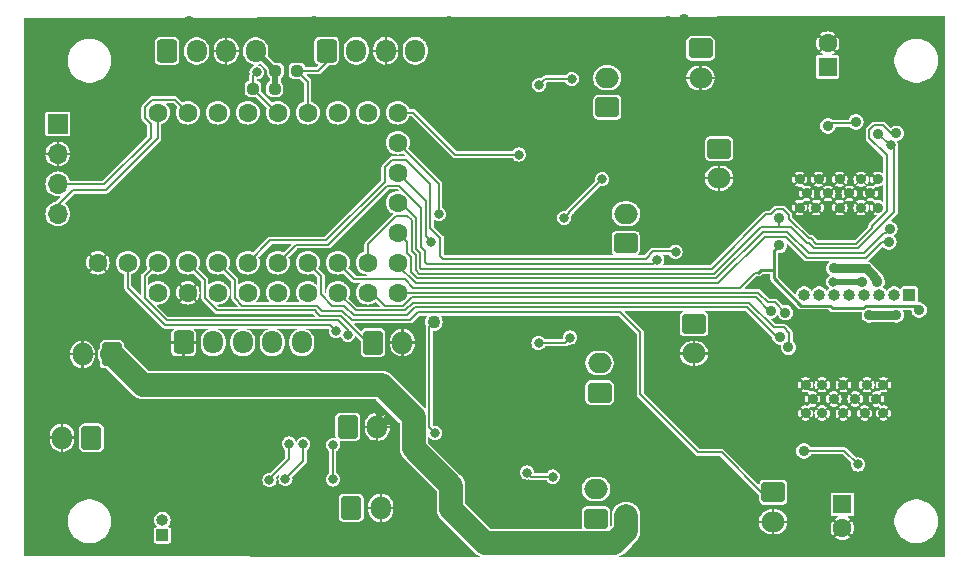
<source format=gbr>
%TF.GenerationSoftware,KiCad,Pcbnew,8.0.8*%
%TF.CreationDate,2025-02-01T00:49:18+03:00*%
%TF.ProjectId,Pistol_Camera_Driver,50697374-6f6c-45f4-9361-6d6572615f44,rev?*%
%TF.SameCoordinates,Original*%
%TF.FileFunction,Copper,L2,Bot*%
%TF.FilePolarity,Positive*%
%FSLAX46Y46*%
G04 Gerber Fmt 4.6, Leading zero omitted, Abs format (unit mm)*
G04 Created by KiCad (PCBNEW 8.0.8) date 2025-02-01 00:49:18*
%MOMM*%
%LPD*%
G01*
G04 APERTURE LIST*
G04 Aperture macros list*
%AMRoundRect*
0 Rectangle with rounded corners*
0 $1 Rounding radius*
0 $2 $3 $4 $5 $6 $7 $8 $9 X,Y pos of 4 corners*
0 Add a 4 corners polygon primitive as box body*
4,1,4,$2,$3,$4,$5,$6,$7,$8,$9,$2,$3,0*
0 Add four circle primitives for the rounded corners*
1,1,$1+$1,$2,$3*
1,1,$1+$1,$4,$5*
1,1,$1+$1,$6,$7*
1,1,$1+$1,$8,$9*
0 Add four rect primitives between the rounded corners*
20,1,$1+$1,$2,$3,$4,$5,0*
20,1,$1+$1,$4,$5,$6,$7,0*
20,1,$1+$1,$6,$7,$8,$9,0*
20,1,$1+$1,$8,$9,$2,$3,0*%
G04 Aperture macros list end*
%TA.AperFunction,ComponentPad*%
%ADD10RoundRect,0.250000X-0.750000X0.600000X-0.750000X-0.600000X0.750000X-0.600000X0.750000X0.600000X0*%
%TD*%
%TA.AperFunction,ComponentPad*%
%ADD11O,2.000000X1.700000*%
%TD*%
%TA.AperFunction,ComponentPad*%
%ADD12RoundRect,0.250000X-0.600000X-0.750000X0.600000X-0.750000X0.600000X0.750000X-0.600000X0.750000X0*%
%TD*%
%TA.AperFunction,ComponentPad*%
%ADD13O,1.700000X2.000000*%
%TD*%
%TA.AperFunction,ComponentPad*%
%ADD14RoundRect,0.250000X-0.600000X-0.725000X0.600000X-0.725000X0.600000X0.725000X-0.600000X0.725000X0*%
%TD*%
%TA.AperFunction,ComponentPad*%
%ADD15O,1.700000X1.950000*%
%TD*%
%TA.AperFunction,ComponentPad*%
%ADD16RoundRect,0.250000X0.750000X-0.600000X0.750000X0.600000X-0.750000X0.600000X-0.750000X-0.600000X0*%
%TD*%
%TA.AperFunction,ComponentPad*%
%ADD17R,1.600000X1.600000*%
%TD*%
%TA.AperFunction,ComponentPad*%
%ADD18C,1.600000*%
%TD*%
%TA.AperFunction,ComponentPad*%
%ADD19RoundRect,0.250000X0.600000X0.750000X-0.600000X0.750000X-0.600000X-0.750000X0.600000X-0.750000X0*%
%TD*%
%TA.AperFunction,ComponentPad*%
%ADD20C,0.900000*%
%TD*%
%TA.AperFunction,ComponentPad*%
%ADD21R,1.700000X1.700000*%
%TD*%
%TA.AperFunction,ComponentPad*%
%ADD22O,1.700000X1.700000*%
%TD*%
%TA.AperFunction,ComponentPad*%
%ADD23R,1.000000X1.000000*%
%TD*%
%TA.AperFunction,ComponentPad*%
%ADD24O,1.000000X1.000000*%
%TD*%
%TA.AperFunction,SMDPad,CuDef*%
%ADD25RoundRect,0.237500X-0.250000X-0.237500X0.250000X-0.237500X0.250000X0.237500X-0.250000X0.237500X0*%
%TD*%
%TA.AperFunction,SMDPad,CuDef*%
%ADD26RoundRect,0.237500X0.250000X0.237500X-0.250000X0.237500X-0.250000X-0.237500X0.250000X-0.237500X0*%
%TD*%
%TA.AperFunction,ViaPad*%
%ADD27C,0.900000*%
%TD*%
%TA.AperFunction,ViaPad*%
%ADD28C,0.800000*%
%TD*%
%TA.AperFunction,ViaPad*%
%ADD29C,1.100000*%
%TD*%
%TA.AperFunction,Conductor*%
%ADD30C,0.200000*%
%TD*%
%TA.AperFunction,Conductor*%
%ADD31C,0.800000*%
%TD*%
%TA.AperFunction,Conductor*%
%ADD32C,0.250000*%
%TD*%
%TA.AperFunction,Conductor*%
%ADD33C,0.500000*%
%TD*%
%TA.AperFunction,Conductor*%
%ADD34C,2.000000*%
%TD*%
G04 APERTURE END LIST*
D10*
%TO.P,J8,1,Pin_1*%
%TO.N,K2*%
X91815000Y-57940000D03*
D11*
%TO.P,J8,2,Pin_2*%
%TO.N,GND*%
X91815000Y-60440000D03*
%TD*%
D10*
%TO.P,J1,1,Pin_1*%
%TO.N,Strobe Input*%
X92375000Y-34620000D03*
D11*
%TO.P,J1,2,Pin_2*%
%TO.N,GND*%
X92375000Y-37120000D03*
%TD*%
D10*
%TO.P,J5,1,Pin_1*%
%TO.N,K1*%
X93950000Y-43100000D03*
D11*
%TO.P,J5,2,Pin_2*%
%TO.N,GND*%
X93950000Y-45600000D03*
%TD*%
D12*
%TO.P,J14,1,Pin_1*%
%TO.N,K6*%
X62800000Y-73515001D03*
D13*
%TO.P,J14,2,Pin_2*%
%TO.N,GND*%
X65300000Y-73515001D03*
%TD*%
D14*
%TO.P,J19,1,Pin_1*%
%TO.N,SCL*%
X47210000Y-34830000D03*
D15*
%TO.P,J19,2,Pin_2*%
%TO.N,SDA*%
X49710000Y-34830000D03*
%TO.P,J19,3,Pin_3*%
%TO.N,GND*%
X52210000Y-34830000D03*
%TO.P,J19,4,Pin_4*%
%TO.N,+3V3*%
X54710000Y-34830000D03*
%TD*%
D16*
%TO.P,J9,1,Pin_1*%
%TO.N,Net-(J9-Pin_1)*%
X83835001Y-63750000D03*
D11*
%TO.P,J9,2,Pin_2*%
%TO.N,Net-(J9-Pin_2)*%
X83835001Y-61250000D03*
%TD*%
D17*
%TO.P,C1,1*%
%TO.N,+3.3VP*%
X103130000Y-36167288D03*
D18*
%TO.P,C1,2*%
%TO.N,GND*%
X103130000Y-34167288D03*
%TD*%
D17*
%TO.P,C9,1*%
%TO.N,+3.3VP*%
X104390000Y-73220000D03*
D18*
%TO.P,C9,2*%
%TO.N,GND*%
X104390000Y-75220001D03*
%TD*%
D19*
%TO.P,J3,1,Pin_1*%
%TO.N,VBUS*%
X40810000Y-67570000D03*
D13*
%TO.P,J3,2,Pin_2*%
%TO.N,GND*%
X38310000Y-67570000D03*
%TD*%
D10*
%TO.P,J17,1,Pin_1*%
%TO.N,K3*%
X98525000Y-72190000D03*
D11*
%TO.P,J17,2,Pin_2*%
%TO.N,GND*%
X98525000Y-74690000D03*
%TD*%
D16*
%TO.P,J12,1,Pin_1*%
%TO.N,Net-(J12-Pin_1)*%
X84475001Y-39590000D03*
D11*
%TO.P,J12,2,Pin_2*%
%TO.N,Net-(J12-Pin_2)*%
X84475001Y-37090000D03*
%TD*%
D16*
%TO.P,J7,1,Pin_1*%
%TO.N,Net-(J7-Pin_1)*%
X86055001Y-51120000D03*
D11*
%TO.P,J7,2,Pin_2*%
%TO.N,Net-(J7-Pin_2)*%
X86055001Y-48620000D03*
%TD*%
D16*
%TO.P,J18,1,Pin_1*%
%TO.N,Net-(J18-Pin_1)*%
X83520000Y-74420000D03*
D11*
%TO.P,J18,2,Pin_2*%
%TO.N,Net-(J18-Pin_2)*%
X83520000Y-71920000D03*
%TD*%
D18*
%TO.P,U10,0,GP0/TX0/SDA0/MISO0*%
%TO.N,RX*%
X46430000Y-40060000D03*
%TO.P,U10,1,GP1/RX0/SCL0/CS0*%
%TO.N,TX*%
X48970000Y-40060000D03*
%TO.P,U10,2,GP2/SDA1/SCK1*%
%TO.N,Solenoid_ON*%
X51510000Y-40060000D03*
%TO.P,U10,3,GP3/SCL1/MOSI0*%
%TO.N,Solenoid_DIR*%
X54050000Y-40060000D03*
%TO.P,U10,4,GP4/TX1/SDA0/MIOS0*%
%TO.N,SDA*%
X56590000Y-40060000D03*
%TO.P,U10,5,GP5/RX1/SCL0/CS0*%
%TO.N,SCL*%
X59130000Y-40060000D03*
%TO.P,U10,6,GP6/SDA1/SCK1*%
%TO.N,Strobe Input*%
X61670000Y-40060000D03*
%TO.P,U10,7,GP7/SCL1/MOSI0*%
%TO.N,PWM_WHITE*%
X64210000Y-40060000D03*
%TO.P,U10,8,GP8/TX1/SDA0/MISO1*%
%TO.N,PWM_RED*%
X66750000Y-40060000D03*
%TO.P,U10,9,GP9/SCL0/RX1/CS1*%
%TO.N,PWM_UV*%
X66750000Y-42600000D03*
%TO.P,U10,10,GP10/SDA1/SCK1*%
%TO.N,PWM_IR*%
X66750000Y-45140000D03*
%TO.P,U10,11,GP11/SCL1/MOSI1*%
%TO.N,nEN1*%
X66750000Y-47680000D03*
%TO.P,U10,12,GP12/TX0/SDA0/MISO1*%
%TO.N,DIR1*%
X66750000Y-50220000D03*
%TO.P,U10,13,GP13/RX0/SCL0/CS1*%
%TO.N,STEP1*%
X66750000Y-52760000D03*
%TO.P,U10,14,GP14/SDA1/SCK1*%
%TO.N,nEN2*%
X66750000Y-55300000D03*
%TO.P,U10,15,GP15/SCL1/MOSI1*%
%TO.N,STEP2*%
X64210000Y-55300000D03*
%TO.P,U10,17,GP17/RX0/SCL0/CS0*%
%TO.N,nFLT1*%
X64210000Y-52760000D03*
%TO.P,U10,18,GP18/SDA1/SCK0*%
%TO.N,MOTORS_nSLEEP*%
X61670000Y-52760000D03*
%TO.P,U10,19,GP19/SCL1/MOSI0*%
%TO.N,nFLT2*%
X59130000Y-52760000D03*
%TO.P,U10,20,GP20/SDA0*%
%TO.N,K1*%
X56590000Y-52760000D03*
%TO.P,U10,21,GP21/SCL0*%
%TO.N,K2*%
X54050000Y-52760000D03*
%TO.P,U10,22,PG22*%
%TO.N,K3*%
X51510000Y-52760000D03*
%TO.P,U10,23,GP23*%
%TO.N,K4*%
X48970000Y-52760000D03*
%TO.P,U10,24,GP24*%
%TO.N,K5*%
X46430000Y-52760000D03*
%TO.P,U10,25,GP25*%
%TO.N,K6*%
X43890000Y-52760000D03*
%TO.P,U10,26,GP26/ADC0/SDA1*%
%TO.N,DIR2*%
X61670000Y-55300000D03*
%TO.P,U10,27,GP27/ADC1/SCL1*%
%TO.N,SW*%
X59130000Y-55300000D03*
%TO.P,U10,28,GP28/ADC2*%
%TO.N,VarX*%
X56590000Y-55300000D03*
%TO.P,U10,29,GP29/ADC3*%
%TO.N,VarY*%
X54050000Y-55300000D03*
%TO.P,U10,30,3V3*%
%TO.N,+3V3*%
X51510000Y-55300000D03*
%TO.P,U10,31,GND*%
%TO.N,GND*%
X48970000Y-55300000D03*
%TO.P,U10,32,5V*%
%TO.N,VBUS*%
X46430000Y-55300000D03*
%TO.P,U10,33,GND*%
%TO.N,GND*%
X41350000Y-52760000D03*
%TD*%
D19*
%TO.P,J4,1,Pin_1*%
%TO.N,VBUS*%
X42550000Y-60510000D03*
D13*
%TO.P,J4,2,Pin_2*%
%TO.N,GND*%
X40050000Y-60510000D03*
%TD*%
D12*
%TO.P,J15,1,Pin_1*%
%TO.N,K5*%
X62510000Y-66645001D03*
D13*
%TO.P,J15,2,Pin_2*%
%TO.N,GND*%
X65010000Y-66645001D03*
%TD*%
D14*
%TO.P,J13,1,Pin_1*%
%TO.N,SCL*%
X60720000Y-34810000D03*
D15*
%TO.P,J13,2,Pin_2*%
%TO.N,SDA*%
X63220000Y-34810000D03*
%TO.P,J13,3,Pin_3*%
%TO.N,GND*%
X65720000Y-34810000D03*
%TO.P,J13,4,Pin_4*%
%TO.N,+3V3*%
X68220000Y-34810000D03*
%TD*%
D20*
%TO.P,U4,25,GND*%
%TO.N,GND*%
X100765000Y-45690000D03*
X100765000Y-48090000D03*
X101365000Y-46890000D03*
X102165000Y-48090000D03*
X102365000Y-45690000D03*
X103165000Y-46890000D03*
X104165000Y-45690000D03*
X104165000Y-48090000D03*
X104965000Y-46890000D03*
X105965000Y-45690000D03*
X105965000Y-48090000D03*
X106765000Y-46890000D03*
X107365000Y-45690000D03*
X107365000Y-48090000D03*
%TD*%
D21*
%TO.P,J10,1,Pin_1*%
%TO.N,+3V3*%
X37955000Y-41010000D03*
D22*
%TO.P,J10,2,Pin_2*%
%TO.N,GND*%
X37955000Y-43550000D03*
%TO.P,J10,3,Pin_3*%
%TO.N,TX*%
X37955000Y-46090000D03*
%TO.P,J10,4,Pin_4*%
%TO.N,RX*%
X37955000Y-48630000D03*
%TD*%
D12*
%TO.P,J16,1,Pin_1*%
%TO.N,K4*%
X64640000Y-59520000D03*
D13*
%TO.P,J16,2,Pin_2*%
%TO.N,GND*%
X67140000Y-59520000D03*
%TD*%
D20*
%TO.P,U5,25,GND*%
%TO.N,GND*%
X107865000Y-65490000D03*
X107865000Y-63090000D03*
X107265000Y-64290000D03*
X106465000Y-63090000D03*
X106265000Y-65490000D03*
X105465000Y-64290000D03*
X104465000Y-65490000D03*
X104465000Y-63090000D03*
X103665000Y-64290000D03*
X102665000Y-65490000D03*
X102665000Y-63090000D03*
X101865000Y-64290000D03*
X101265000Y-65490000D03*
X101265000Y-63090000D03*
%TD*%
D23*
%TO.P,J11,1,Pin_1*%
%TO.N,Net-(J11-Pin_1)*%
X46815000Y-75835000D03*
D24*
%TO.P,J11,2,Pin_2*%
%TO.N,Net-(J11-Pin_2)*%
X46815000Y-74565000D03*
%TD*%
D14*
%TO.P,J6,1,Pin_1*%
%TO.N,GND*%
X48610000Y-59510000D03*
D15*
%TO.P,J6,2,Pin_2*%
%TO.N,+3V3*%
X51110000Y-59510000D03*
%TO.P,J6,3,Pin_3*%
%TO.N,VarY*%
X53610000Y-59510000D03*
%TO.P,J6,4,Pin_4*%
%TO.N,VarX*%
X56110000Y-59510000D03*
%TO.P,J6,5,Pin_5*%
%TO.N,SW*%
X58610000Y-59510000D03*
%TD*%
D25*
%TO.P,R3,1*%
%TO.N,+3V3*%
X56387500Y-36500000D03*
%TO.P,R3,2*%
%TO.N,SCL*%
X58212500Y-36500000D03*
%TD*%
D26*
%TO.P,R6,1*%
%TO.N,+3V3*%
X56312500Y-38030000D03*
%TO.P,R6,2*%
%TO.N,SDA*%
X54487500Y-38030000D03*
%TD*%
D23*
%TO.P,J2,1,Pin_1*%
%TO.N,AOUT2_2*%
X110060000Y-55470000D03*
D24*
%TO.P,J2,2,Pin_2*%
%TO.N,AOUT1_2*%
X108789999Y-55470000D03*
%TO.P,J2,3,Pin_3*%
%TO.N,AOUT2_1*%
X107520000Y-55470000D03*
%TO.P,J2,4,Pin_4*%
%TO.N,AOUT1_1*%
X106250000Y-55470000D03*
%TO.P,J2,5,Pin_5*%
%TO.N,BOUT1_1*%
X104980001Y-55470000D03*
%TO.P,J2,6,Pin_6*%
%TO.N,BOUT2_1*%
X103710000Y-55470000D03*
%TO.P,J2,7,Pin_7*%
%TO.N,BOUT2_2*%
X102440000Y-55470000D03*
%TO.P,J2,8,Pin_8*%
%TO.N,BOUT1_2*%
X101170000Y-55470000D03*
%TD*%
D27*
%TO.N,GND*%
X110230000Y-70370000D03*
X55750000Y-48250000D03*
X62848529Y-50598529D03*
X44820000Y-48460000D03*
X73860000Y-61870000D03*
X92720000Y-46790000D03*
X98345000Y-35155092D03*
X64480000Y-71640000D03*
X108550000Y-52580000D03*
X91810000Y-62310000D03*
X71310000Y-51070000D03*
X39580000Y-42590000D03*
X66270000Y-61190000D03*
X99470000Y-42290000D03*
X37270000Y-56400000D03*
X44930000Y-74740000D03*
X35960000Y-44580000D03*
X63530000Y-61450000D03*
X38050000Y-60500000D03*
X86710000Y-35720000D03*
X64238529Y-49188529D03*
X103290000Y-76590000D03*
X99570000Y-76190000D03*
X89830000Y-67780000D03*
X97910000Y-65980000D03*
X73320000Y-69360000D03*
X40850000Y-62320000D03*
X86790000Y-71290000D03*
X109165000Y-58690000D03*
X60510000Y-76290000D03*
X101170000Y-32784908D03*
X54130000Y-42740000D03*
X61035461Y-60604457D03*
X85390000Y-65650000D03*
X83670000Y-59430000D03*
X96923830Y-59243426D03*
X72620000Y-45430000D03*
X94830000Y-50650000D03*
D28*
X96570000Y-48600000D03*
D27*
X43550000Y-75850000D03*
X66960000Y-35840000D03*
X75980000Y-61872500D03*
X68920000Y-76290000D03*
X93808248Y-75038248D03*
X82270000Y-65140000D03*
X99750000Y-40970000D03*
X48700000Y-46710000D03*
X90345000Y-39555092D03*
X70570000Y-68160000D03*
X65226075Y-65370950D03*
X64480000Y-33820000D03*
X64350000Y-44150000D03*
X38960000Y-58600000D03*
X38900000Y-64500000D03*
X77975001Y-51022501D03*
X98000000Y-70030000D03*
X100920000Y-54230000D03*
X73270000Y-35150000D03*
X37220000Y-65630000D03*
X71580000Y-67940000D03*
X98440000Y-55180000D03*
X47190000Y-32860000D03*
X73620000Y-73050000D03*
X36810000Y-58910000D03*
X58210000Y-71700000D03*
X49950000Y-60780000D03*
X64750000Y-75190000D03*
X95300000Y-57580000D03*
X75980000Y-61872500D03*
X85320000Y-69670000D03*
X80540000Y-35290000D03*
X56740000Y-75530000D03*
X89880000Y-60190000D03*
X50600000Y-75330000D03*
X95790000Y-44720000D03*
X91250000Y-43710000D03*
X42470000Y-54260000D03*
X59650000Y-32250000D03*
X96950000Y-73760000D03*
X70570000Y-39790000D03*
X86390000Y-41200001D03*
X98280000Y-76260000D03*
X49780000Y-42100000D03*
X57070000Y-72620000D03*
X90495000Y-48255092D03*
X36140000Y-42750000D03*
X53230000Y-33370000D03*
X74250000Y-45030000D03*
X80490000Y-33420000D03*
X86840000Y-65330000D03*
X91000000Y-32100000D03*
X74940000Y-61860000D03*
X74490000Y-39990000D03*
X38200000Y-37900000D03*
X105890000Y-76060000D03*
X44620000Y-73520000D03*
X41220000Y-41490000D03*
X86410000Y-38150000D03*
X40650000Y-71550000D03*
X81240000Y-67490000D03*
X89245000Y-43605092D03*
X71070000Y-32310000D03*
X66560000Y-71650000D03*
X44615000Y-76925000D03*
X72420000Y-50630000D03*
X98010000Y-60250000D03*
X112290000Y-62710000D03*
X67510000Y-61260000D03*
X88030000Y-61360000D03*
X38840000Y-62430000D03*
X86480000Y-60840000D03*
X40460000Y-64430000D03*
X60150000Y-72630000D03*
X57637445Y-42462650D03*
X99850000Y-62020000D03*
X75010000Y-72882499D03*
X89620000Y-32260000D03*
X38280000Y-69390000D03*
X86158286Y-72481803D03*
X111020000Y-41190000D03*
X80150000Y-50970000D03*
X90130000Y-61550000D03*
X60616960Y-48586033D03*
X47890000Y-54000000D03*
X101815000Y-40940000D03*
X111020000Y-51360000D03*
X40960000Y-58730000D03*
X75980000Y-61872500D03*
X90495000Y-37305092D03*
X36310000Y-51890000D03*
X70470000Y-63000000D03*
X45870000Y-73140000D03*
X48140000Y-41950000D03*
X76690000Y-38060000D03*
X57400000Y-35300000D03*
X50940000Y-35830000D03*
X100090000Y-74980000D03*
X69330000Y-40020000D03*
X49983299Y-56389595D03*
X60510000Y-75250000D03*
X36370000Y-68490000D03*
X44250000Y-35550000D03*
X57400000Y-45000000D03*
X39380000Y-55970000D03*
X76300000Y-47440000D03*
X39590000Y-44610000D03*
X46180000Y-44300000D03*
X44150000Y-32700000D03*
X71400000Y-50050000D03*
X100060000Y-54394908D03*
X102850000Y-75230000D03*
X69020000Y-43040000D03*
X76980000Y-44990000D03*
X98159265Y-36551449D03*
X110970000Y-64280000D03*
X93360710Y-59701981D03*
X110890000Y-45410000D03*
X45770000Y-59140000D03*
X72950356Y-72921928D03*
X112260000Y-76810000D03*
X66960000Y-33780000D03*
X61781858Y-41884493D03*
X95595000Y-37555092D03*
X80550000Y-58280000D03*
X88590000Y-44000001D03*
X109460000Y-64220000D03*
X86134314Y-58645686D03*
X88030000Y-62600000D03*
X58850000Y-49850000D03*
X96040000Y-58500000D03*
X46600000Y-69280000D03*
X85240000Y-72180000D03*
X49080000Y-32250000D03*
X79020000Y-51000000D03*
X92688732Y-49307262D03*
X85080000Y-46350000D03*
X97900000Y-68230000D03*
X98360000Y-33550000D03*
X112090000Y-70360000D03*
X101070000Y-74020000D03*
X97040000Y-44070000D03*
X75110000Y-74650000D03*
X40030000Y-51490000D03*
X95080940Y-46673424D03*
X84040000Y-47290000D03*
X87050000Y-69590000D03*
X75920000Y-51000000D03*
X39930000Y-54030000D03*
X65910000Y-36610000D03*
X77900000Y-40010000D03*
X76595001Y-40010001D03*
X83690000Y-66850001D03*
X109288429Y-67899883D03*
X48290000Y-50910000D03*
X80190000Y-47480000D03*
X53189293Y-44091550D03*
X76160000Y-72920000D03*
X78110000Y-64510000D03*
X66570000Y-74880000D03*
X51010000Y-33690000D03*
X46820000Y-60150000D03*
X107100000Y-39024908D03*
X94073037Y-47681327D03*
X37200000Y-54420000D03*
X101965000Y-59040000D03*
X87340000Y-72210000D03*
X94270000Y-60740000D03*
X65912562Y-66057438D03*
X64470000Y-35880000D03*
X42420000Y-72730000D03*
X75420000Y-39980000D03*
X96569268Y-69735640D03*
X109910000Y-58690000D03*
X77010000Y-51000000D03*
X93450000Y-61670000D03*
X87824674Y-57695711D03*
X92915118Y-75931378D03*
X48155065Y-77148570D03*
X47050000Y-72890000D03*
X111980000Y-68880000D03*
X64470000Y-76290000D03*
X64030000Y-64870000D03*
X95790000Y-39520000D03*
X84880000Y-58850000D03*
X88780000Y-47460000D03*
X94900000Y-32300000D03*
X35720000Y-35590000D03*
X88595000Y-37105092D03*
X37420000Y-64660000D03*
X72770000Y-67960000D03*
X71280000Y-60330000D03*
X47885883Y-56296471D03*
X88595000Y-39255092D03*
X86370000Y-64060000D03*
X39880000Y-57320000D03*
X36140000Y-72650000D03*
X76110000Y-70330000D03*
X97900000Y-67160000D03*
X40090000Y-47730000D03*
X102460000Y-70830000D03*
X76944999Y-61852499D03*
X59440000Y-61480000D03*
X60420000Y-59040000D03*
X84890000Y-35610000D03*
X36260000Y-38350000D03*
X68860000Y-73110000D03*
X101290000Y-76420000D03*
X45590000Y-32750000D03*
X85690000Y-42730000D03*
X95610000Y-35630000D03*
X73490000Y-57760000D03*
X96740000Y-75140000D03*
X87110000Y-68300000D03*
X62100000Y-46800000D03*
X106000000Y-74820000D03*
X46750000Y-59010000D03*
X110930000Y-48220000D03*
X110190000Y-57614908D03*
X85560000Y-70970000D03*
X39000000Y-65650000D03*
X82580000Y-70070000D03*
X94090000Y-63560000D03*
X49530000Y-43490000D03*
X75310000Y-45890000D03*
X77240000Y-72920000D03*
X40630000Y-43470000D03*
X59260000Y-71640000D03*
X78790000Y-40010000D03*
X69530000Y-32860000D03*
X77974999Y-61882499D03*
X67198803Y-62060000D03*
X91870000Y-76260000D03*
X70170000Y-66010000D03*
X88060000Y-60050000D03*
X73730000Y-58870000D03*
X36600000Y-33260000D03*
X112020000Y-32980000D03*
X85530000Y-33650000D03*
X70260000Y-60440000D03*
X96680000Y-32694908D03*
X71310000Y-48950000D03*
X53179341Y-36120000D03*
X70370000Y-76290000D03*
X38010000Y-76380000D03*
X86400000Y-62540000D03*
X90030000Y-58930000D03*
X89600000Y-76290000D03*
X42350000Y-51300000D03*
X110370000Y-69090000D03*
X90580000Y-46350000D03*
X73600000Y-34020000D03*
X85790000Y-67400001D03*
X109490000Y-65560000D03*
X101270000Y-38704908D03*
X55220000Y-77090000D03*
%TO.N,AOUT2_2*%
X108965000Y-57190000D03*
X106665000Y-57190000D03*
%TO.N,AOUT2_1*%
X107340000Y-54365000D03*
X103665500Y-53240000D03*
D28*
%TO.N,AOUT1_1*%
X103615000Y-54365011D03*
D27*
X106065000Y-54390000D03*
%TO.N,MOTORS_nSLEEP*%
X99062038Y-51296946D03*
X110880531Y-56758654D03*
%TO.N,Net-(U4-CONFIG)*%
X103165000Y-41169980D03*
X105521345Y-40828673D03*
%TO.N,Net-(U5-CONFIG)*%
X101135849Y-68684462D03*
D28*
X105715000Y-69840000D03*
%TO.N,PWM_UV*%
X81350000Y-59090000D03*
X78657893Y-59562107D03*
X70220000Y-48650000D03*
%TO.N,PWM_RED*%
X76990000Y-43600000D03*
X84050000Y-45690000D03*
X80825000Y-48955000D03*
%TO.N,PWM_WHITE*%
X81480000Y-37190000D03*
X78720000Y-37700000D03*
D27*
%TO.N,nEN1*%
X108965000Y-41796782D03*
%TO.N,STEP1*%
X108315000Y-50990500D03*
%TO.N,DIR1*%
X108410360Y-49894641D03*
D28*
%TO.N,Net-(U3-IA)*%
X55880000Y-71160000D03*
X57520000Y-68070000D03*
%TO.N,Net-(U3-IB)*%
X57230000Y-71080000D03*
X58740000Y-68140000D03*
D27*
%TO.N,DIR2*%
X99814221Y-59920895D03*
%TO.N,STEP2*%
X98332161Y-56850445D03*
%TO.N,nEN2*%
X99565000Y-56990000D03*
D28*
%TO.N,SDA*%
X54790000Y-36640000D03*
D27*
%TO.N,nFLT1*%
X107417502Y-41854257D03*
D28*
X108509812Y-42812559D03*
D27*
X99062203Y-48977111D03*
%TO.N,nFLT2*%
X99104562Y-59038792D03*
D28*
%TO.N,K1*%
X88718851Y-52521752D03*
%TO.N,PWM_IR*%
X69900000Y-67180000D03*
X69580000Y-50977669D03*
X77690000Y-70520000D03*
D29*
X69790334Y-57780000D03*
D28*
X79870008Y-70870000D03*
%TO.N,K2*%
X90260000Y-51820000D03*
%TO.N,K5*%
X62510000Y-58850000D03*
%TO.N,K6*%
X61240002Y-71100000D03*
X61500000Y-58560000D03*
X61270000Y-68170000D03*
%TO.N,VBUS*%
X86080000Y-74180000D03*
X85630000Y-75920000D03*
%TD*%
D30*
%TO.N,GND*%
X109350000Y-71610092D02*
X110230000Y-70730092D01*
X110230000Y-70730092D02*
X110230000Y-70370000D01*
D31*
%TO.N,AOUT2_2*%
X106665000Y-57190000D02*
X108965000Y-57190000D01*
%TO.N,AOUT2_1*%
X107340000Y-54180075D02*
X106399925Y-53240000D01*
D32*
X107340000Y-54365000D02*
X107340000Y-53815000D01*
X107340000Y-53815000D02*
X106515000Y-52990000D01*
D31*
X107340000Y-54365000D02*
X107340000Y-54180075D01*
X106399925Y-53240000D02*
X103665500Y-53240000D01*
D32*
%TO.N,AOUT1_1*%
X106015000Y-54390000D02*
X106065000Y-54390000D01*
D33*
X106015000Y-54390000D02*
X103639989Y-54390000D01*
%TO.N,+3V3*%
X56387500Y-36500000D02*
X56387500Y-37955000D01*
X54710000Y-34830000D02*
X54717500Y-34830000D01*
X54717500Y-34830000D02*
X56387500Y-36500000D01*
X56387500Y-37955000D02*
X56312500Y-38030000D01*
D32*
%TO.N,MOTORS_nSLEEP*%
X97465000Y-53365000D02*
X97240000Y-53590000D01*
X98615000Y-51743984D02*
X98615000Y-53390000D01*
D30*
X61670000Y-52760000D02*
X63060000Y-54150000D01*
X63060000Y-54150000D02*
X67320000Y-54150000D01*
D32*
X110880531Y-56758654D02*
X110536877Y-56415000D01*
X100923273Y-56390000D02*
X98615000Y-54081727D01*
X103553964Y-56595092D02*
X103348872Y-56390000D01*
X98615000Y-53390000D02*
X98590000Y-53365000D01*
X98615000Y-54081727D02*
X98615000Y-53390000D01*
X106343984Y-56415000D02*
X106163892Y-56595092D01*
X106163892Y-56595092D02*
X103553964Y-56595092D01*
X98590000Y-53365000D02*
X97465000Y-53365000D01*
X103348872Y-56390000D02*
X100923273Y-56390000D01*
X99062038Y-51296946D02*
X98615000Y-51743984D01*
D30*
X97000000Y-53590000D02*
X97240000Y-53590000D01*
X68060000Y-54890000D02*
X95700000Y-54890000D01*
D32*
X110536877Y-56415000D02*
X106343984Y-56415000D01*
D30*
X67320000Y-54150000D02*
X68060000Y-54890000D01*
X95700000Y-54890000D02*
X97000000Y-53590000D01*
%TO.N,Net-(U4-CONFIG)*%
X103390072Y-40944908D02*
X103165000Y-41169980D01*
X105405110Y-40944908D02*
X103390072Y-40944908D01*
X105521345Y-40828673D02*
X105405110Y-40944908D01*
%TO.N,Net-(U5-CONFIG)*%
X105715000Y-69840000D02*
X104559462Y-68684462D01*
X104559462Y-68684462D02*
X101135849Y-68684462D01*
%TO.N,PWM_UV*%
X78690000Y-59530000D02*
X80910000Y-59530000D01*
X66750000Y-42600000D02*
X70220000Y-46070000D01*
X70220000Y-46070000D02*
X70220000Y-48650000D01*
X80910000Y-59530000D02*
X81350000Y-59090000D01*
X78657893Y-59562107D02*
X78690000Y-59530000D01*
%TO.N,RX*%
X46430000Y-40060000D02*
X46430000Y-42200000D01*
X46430000Y-42200000D02*
X42030000Y-46600000D01*
X37955000Y-47855000D02*
X37955000Y-48630000D01*
X42030000Y-46600000D02*
X39210000Y-46600000D01*
X39210000Y-46600000D02*
X37955000Y-47855000D01*
%TO.N,TX*%
X48970000Y-40060000D02*
X47870000Y-38960000D01*
X45830000Y-41015635D02*
X45830000Y-42160000D01*
X41880000Y-46110000D02*
X37975000Y-46110000D01*
X45330000Y-40515635D02*
X45830000Y-41015635D01*
X45830000Y-42160000D02*
X41880000Y-46110000D01*
X37975000Y-46110000D02*
X37955000Y-46090000D01*
X45974365Y-38960000D02*
X45330000Y-39604365D01*
X47870000Y-38960000D02*
X45974365Y-38960000D01*
X45330000Y-39604365D02*
X45330000Y-40515635D01*
%TO.N,PWM_RED*%
X71610661Y-43600000D02*
X68070661Y-40060000D01*
X76990000Y-43600000D02*
X71610661Y-43600000D01*
X68070661Y-40060000D02*
X66750000Y-40060000D01*
%TO.N,PWM_WHITE*%
X78720000Y-37700000D02*
X79230000Y-37190000D01*
X79230000Y-37190000D02*
X81480000Y-37190000D01*
%TO.N,nEN1*%
X99372864Y-48227111D02*
X98751542Y-48227111D01*
X106851873Y-49663788D02*
X106851873Y-49826780D01*
X66995686Y-47680000D02*
X66750000Y-47680000D01*
X107070651Y-41104257D02*
X106667502Y-41507406D01*
X68310000Y-48994314D02*
X66995686Y-47680000D01*
X106851873Y-49826780D02*
X105538653Y-51140000D01*
X108160000Y-48355661D02*
X106851873Y-49663788D01*
X99840000Y-49015000D02*
X99840000Y-48694247D01*
X93320000Y-53280000D02*
X68740000Y-53280000D01*
X68650000Y-51972993D02*
X68310000Y-51632993D01*
X105538653Y-51140000D02*
X102175778Y-51140000D01*
X108037492Y-43534908D02*
X108160000Y-43534908D01*
X68310000Y-51632993D02*
X68310000Y-48994314D01*
X106667502Y-42164918D02*
X108037492Y-43534908D01*
X108511874Y-41796782D02*
X107819349Y-41104257D01*
X68650000Y-53190000D02*
X68650000Y-51972993D01*
X98312203Y-48666450D02*
X97933550Y-48666450D01*
X98751542Y-48227111D02*
X98312203Y-48666450D01*
X101519908Y-50694908D02*
X99840000Y-49015000D01*
X107819349Y-41104257D02*
X107070651Y-41104257D01*
X108965000Y-41796782D02*
X108511874Y-41796782D01*
X101730686Y-50694908D02*
X101519908Y-50694908D01*
X106667502Y-41507406D02*
X106667502Y-42164918D01*
X102175778Y-51140000D02*
X101730686Y-50694908D01*
X108160000Y-43534908D02*
X108160000Y-48355661D01*
X68740000Y-53280000D02*
X68650000Y-53190000D01*
X99840000Y-48694247D02*
X99372864Y-48227111D01*
X97933550Y-48666450D02*
X93320000Y-53280000D01*
%TO.N,STEP1*%
X68244314Y-54490000D02*
X66750000Y-52995686D01*
X99571946Y-50546946D02*
X97833054Y-50546946D01*
X93890000Y-54490000D02*
X68244314Y-54490000D01*
X66750000Y-52995686D02*
X66750000Y-52760000D01*
X67090000Y-53100000D02*
X66750000Y-52760000D01*
X107764500Y-50990500D02*
X106415000Y-52340000D01*
X101365000Y-52340000D02*
X99571946Y-50546946D01*
X108315000Y-50990500D02*
X107764500Y-50990500D01*
X97833054Y-50546946D02*
X93890000Y-54490000D01*
X106415000Y-52340000D02*
X101365000Y-52340000D01*
%TO.N,DIR1*%
X107948814Y-50240500D02*
X106249314Y-51940000D01*
X106249314Y-51940000D02*
X101530686Y-51940000D01*
X67510000Y-50980000D02*
X66750000Y-50220000D01*
X101530686Y-51940000D02*
X99737632Y-50146946D01*
X93690000Y-54090000D02*
X68410000Y-54090000D01*
X99737632Y-50146946D02*
X97633054Y-50146946D01*
X108410360Y-49894641D02*
X108064501Y-50240500D01*
X67510000Y-51964365D02*
X67510000Y-50980000D01*
X67850000Y-52304365D02*
X67510000Y-51964365D01*
X67850000Y-53530000D02*
X67850000Y-52304365D01*
X68410000Y-54090000D02*
X67850000Y-53530000D01*
X108064501Y-50240500D02*
X107948814Y-50240500D01*
X97633054Y-50146946D02*
X93690000Y-54090000D01*
%TO.N,Net-(U3-IA)*%
X57520000Y-69400000D02*
X55920000Y-71000000D01*
X57520000Y-68070000D02*
X57520000Y-69400000D01*
X55920000Y-71120000D02*
X55880000Y-71160000D01*
X55920000Y-71000000D02*
X55920000Y-71120000D01*
%TO.N,Net-(U3-IB)*%
X58740000Y-68140000D02*
X58740000Y-69570000D01*
X58740000Y-69570000D02*
X57230000Y-71080000D01*
%TO.N,DIR2*%
X67371321Y-56800000D02*
X68041321Y-56130000D01*
X99435933Y-58238792D02*
X99904562Y-58707421D01*
X63170000Y-56800000D02*
X67371321Y-56800000D01*
X61670000Y-55300000D02*
X63170000Y-56800000D01*
X98630163Y-58238792D02*
X99435933Y-58238792D01*
X99904562Y-59830554D02*
X99814221Y-59920895D01*
X99904562Y-58707421D02*
X99904562Y-59830554D01*
X96521371Y-56130000D02*
X98630163Y-58238792D01*
X68041321Y-56130000D02*
X96521371Y-56130000D01*
%TO.N,STEP2*%
X64565635Y-55295635D02*
X65670000Y-56400000D01*
X64210000Y-55300000D02*
X64214365Y-55295635D01*
X67205635Y-56400000D02*
X67905635Y-55700000D01*
X97050000Y-55700000D02*
X98200445Y-56850445D01*
X64214365Y-55295635D02*
X64565635Y-55295635D01*
X98200445Y-56850445D02*
X98332161Y-56850445D01*
X65670000Y-56400000D02*
X67205635Y-56400000D01*
X67905635Y-55700000D02*
X97050000Y-55700000D01*
%TO.N,nEN2*%
X97280000Y-55300000D02*
X66750000Y-55300000D01*
X99565000Y-56990000D02*
X98675000Y-56100000D01*
X98080000Y-56100000D02*
X97280000Y-55300000D01*
X98675000Y-56100000D02*
X98080000Y-56100000D01*
%TO.N,SDA*%
X56590000Y-40060000D02*
X56517500Y-40060000D01*
X54487500Y-36942500D02*
X54790000Y-36640000D01*
X56517500Y-40060000D02*
X54487500Y-38030000D01*
X54487500Y-38030000D02*
X54487500Y-36942500D01*
%TO.N,nFLT1*%
X68250000Y-53355686D02*
X68250000Y-52138679D01*
X97467368Y-49746946D02*
X93534314Y-53680000D01*
X67910000Y-51798679D02*
X67910000Y-49160000D01*
X99060000Y-49746946D02*
X98292368Y-49746946D01*
X108375804Y-42812559D02*
X107417502Y-41854257D01*
X102010092Y-51540000D02*
X101565000Y-51094908D01*
X108760000Y-48484339D02*
X105704339Y-51540000D01*
X108509812Y-42812559D02*
X108760000Y-43062747D01*
X107417502Y-41854257D02*
X107215000Y-42056759D01*
X101565000Y-51094908D02*
X101354222Y-51094908D01*
X99062203Y-48977111D02*
X99062203Y-49744743D01*
X68574314Y-53680000D02*
X68250000Y-53355686D01*
X98292368Y-49746946D02*
X97467368Y-49746946D01*
X105704339Y-51540000D02*
X102010092Y-51540000D01*
X100006260Y-49746946D02*
X98292368Y-49746946D01*
X68250000Y-52138679D02*
X67910000Y-51798679D01*
X108509812Y-42812559D02*
X108375804Y-42812559D01*
X67910000Y-49160000D02*
X67560000Y-48810000D01*
X99062203Y-49744743D02*
X99060000Y-49746946D01*
X66604365Y-48810000D02*
X64210000Y-51204365D01*
X64210000Y-51204365D02*
X64210000Y-52760000D01*
X67560000Y-48810000D02*
X66604365Y-48810000D01*
X101354222Y-51094908D02*
X100006260Y-49746946D01*
X93534314Y-53680000D02*
X68574314Y-53680000D01*
X108760000Y-43062747D02*
X108760000Y-48484339D01*
%TO.N,nFLT2*%
X68207007Y-56530000D02*
X96350000Y-56530000D01*
X62195686Y-56400000D02*
X62995686Y-57200000D01*
X60240000Y-53870000D02*
X60240000Y-55425635D01*
X61214365Y-56400000D02*
X62195686Y-56400000D01*
X67537007Y-57200000D02*
X68207007Y-56530000D01*
X59130000Y-52760000D02*
X60240000Y-53870000D01*
X62995686Y-57200000D02*
X67537007Y-57200000D01*
X96350000Y-56530000D02*
X98858792Y-59038792D01*
X60240000Y-55425635D02*
X61214365Y-56400000D01*
X98858792Y-59038792D02*
X99104562Y-59038792D01*
%TO.N,SCL*%
X60005000Y-36500000D02*
X58212500Y-36500000D01*
X60720000Y-35785000D02*
X60005000Y-36500000D01*
X60720000Y-34810000D02*
X60720000Y-35785000D01*
X59130000Y-40060000D02*
X59130000Y-37417500D01*
X59130000Y-37417500D02*
X58212500Y-36500000D01*
%TO.N,K1*%
X69050000Y-51807309D02*
X69050000Y-52720000D01*
X58100000Y-51250000D02*
X60860000Y-51250000D01*
X88370603Y-52870000D02*
X88718851Y-52521752D01*
X65870000Y-46240000D02*
X66865635Y-46240000D01*
X56590000Y-52760000D02*
X58100000Y-51250000D01*
X69200000Y-52870000D02*
X88370603Y-52870000D01*
X68710000Y-48084365D02*
X68710000Y-51467309D01*
X66865635Y-46240000D02*
X68710000Y-48084365D01*
X69050000Y-52720000D02*
X69200000Y-52870000D01*
X60860000Y-51250000D02*
X65870000Y-46240000D01*
X68710000Y-51467309D02*
X69050000Y-51807309D01*
%TO.N,PWM_IR*%
X78040000Y-70870000D02*
X79870008Y-70870000D01*
X69110000Y-47500000D02*
X69110000Y-50507669D01*
X69400000Y-66680000D02*
X69900000Y-67180000D01*
X77690000Y-70520000D02*
X78040000Y-70870000D01*
X66750000Y-45140000D02*
X69110000Y-47500000D01*
X69110000Y-50507669D02*
X69580000Y-50977669D01*
X69790334Y-57780000D02*
X69400000Y-58170334D01*
X69400000Y-58170334D02*
X69400000Y-66680000D01*
%TO.N,K2*%
X66294365Y-44040000D02*
X65650000Y-44684365D01*
X69510000Y-46110000D02*
X67440000Y-44040000D01*
X70360000Y-52200000D02*
X70360000Y-50687719D01*
X55960000Y-50850000D02*
X54050000Y-52760000D01*
X88388248Y-51771752D02*
X87720000Y-52440000D01*
X90260000Y-51820000D02*
X90211752Y-51771752D01*
X90211752Y-51771752D02*
X88388248Y-51771752D01*
X70360000Y-50687719D02*
X69510000Y-49837719D01*
X87720000Y-52440000D02*
X70600000Y-52440000D01*
X60694314Y-50850000D02*
X55960000Y-50850000D01*
X65650000Y-44684365D02*
X65650000Y-45894314D01*
X65650000Y-45894314D02*
X60694314Y-50850000D01*
X69510000Y-49837719D02*
X69510000Y-46110000D01*
X70600000Y-52440000D02*
X70360000Y-52200000D01*
X67440000Y-44040000D02*
X66294365Y-44040000D01*
%TO.N,K3*%
X60307056Y-56830000D02*
X59877056Y-56400000D01*
X62830000Y-57600000D02*
X62060000Y-56830000D01*
X85550000Y-56930000D02*
X68430000Y-56930000D01*
X52950000Y-55755635D02*
X52950000Y-54200000D01*
X92180001Y-68820001D02*
X87260000Y-63900000D01*
X53594365Y-56400000D02*
X52950000Y-55755635D01*
X68430000Y-56930000D02*
X67760000Y-57600000D01*
X67760000Y-57600000D02*
X62830000Y-57600000D01*
X94155001Y-68820001D02*
X92180001Y-68820001D01*
X87260000Y-58640000D02*
X85550000Y-56930000D01*
X59877056Y-56400000D02*
X53594365Y-56400000D01*
X52950000Y-54200000D02*
X51510000Y-52760000D01*
X98525000Y-72190000D02*
X97525000Y-72190000D01*
X62060000Y-56830000D02*
X60307056Y-56830000D01*
X87260000Y-63900000D02*
X87260000Y-58640000D01*
X97525000Y-72190000D02*
X94155001Y-68820001D01*
%TO.N,K4*%
X64184314Y-59520000D02*
X64640000Y-59520000D01*
X48970000Y-52760000D02*
X50410000Y-54200000D01*
X51454365Y-56800000D02*
X59711371Y-56800000D01*
X50410000Y-55755635D02*
X51454365Y-56800000D01*
X59711371Y-56800000D02*
X59945685Y-57034315D01*
X59945685Y-57034315D02*
X60141370Y-57230000D01*
X61894314Y-57230000D02*
X64184314Y-59520000D01*
X60141370Y-57230000D02*
X61894314Y-57230000D01*
X50410000Y-54200000D02*
X50410000Y-55755635D01*
%TO.N,K5*%
X45320000Y-55745635D02*
X45320000Y-53870000D01*
X47204365Y-57630000D02*
X45320000Y-55745635D01*
X62510000Y-58850000D02*
X62510000Y-58444314D01*
X61695686Y-57630000D02*
X47204365Y-57630000D01*
X62510000Y-58444314D02*
X61695686Y-57630000D01*
X45320000Y-53870000D02*
X46430000Y-52760000D01*
%TO.N,K6*%
X61270000Y-68170000D02*
X61240000Y-68200000D01*
X43890000Y-52760000D02*
X43890000Y-54881321D01*
X61240000Y-68200000D02*
X61240000Y-71099998D01*
X60970000Y-58030000D02*
X61500000Y-58560000D01*
X61240000Y-71099998D02*
X61240002Y-71100000D01*
X47038679Y-58030000D02*
X60970000Y-58030000D01*
X43890000Y-54881321D02*
X47038679Y-58030000D01*
D34*
%TO.N,VBUS*%
X68100000Y-68480000D02*
X68160000Y-68540000D01*
X86050000Y-75500000D02*
X86080000Y-75500000D01*
X71240000Y-71620000D02*
X71240000Y-73615737D01*
X86080000Y-75500000D02*
X86080000Y-74180000D01*
X74094263Y-76470000D02*
X85080000Y-76470000D01*
X65389289Y-63130000D02*
X68100000Y-65840711D01*
X71240000Y-73615737D02*
X74094263Y-76470000D01*
X45170000Y-63130000D02*
X65389289Y-63130000D01*
X42550000Y-60510000D02*
X45170000Y-63130000D01*
X85080000Y-76470000D02*
X86050000Y-75500000D01*
X68160000Y-68540000D02*
X71240000Y-71620000D01*
X68100000Y-65840711D02*
X68100000Y-68480000D01*
X85630000Y-75920000D02*
X85080000Y-76470000D01*
D30*
%TO.N,PWM_RED*%
X81250000Y-48530000D02*
X81250000Y-48490000D01*
X80825000Y-48955000D02*
X81250000Y-48530000D01*
X81250000Y-48490000D02*
X84050000Y-45690000D01*
%TD*%
%TA.AperFunction,Conductor*%
%TO.N,GND*%
G36*
X113095582Y-31874379D02*
G01*
X113110000Y-31909000D01*
X113110000Y-77640500D01*
X113095648Y-77675148D01*
X113061000Y-77689500D01*
X85521039Y-77689500D01*
X85486391Y-77675148D01*
X85472039Y-77640500D01*
X85486391Y-77605852D01*
X85505897Y-77593898D01*
X85540832Y-77582547D01*
X85709199Y-77496760D01*
X85862074Y-77385690D01*
X86545690Y-76702074D01*
X86749646Y-76498116D01*
X86755479Y-76493134D01*
X86862073Y-76415690D01*
X86862076Y-76415686D01*
X86862079Y-76415685D01*
X86995684Y-76282079D01*
X86995690Y-76282073D01*
X87106760Y-76129199D01*
X87192547Y-75960832D01*
X87250940Y-75781118D01*
X87280500Y-75594481D01*
X87280500Y-74586587D01*
X97325000Y-74586587D01*
X97325000Y-74590000D01*
X98034157Y-74590000D01*
X98025000Y-74624174D01*
X98025000Y-74755826D01*
X98034157Y-74790000D01*
X97325000Y-74790000D01*
X97325000Y-74793412D01*
X97365349Y-74996271D01*
X97365351Y-74996277D01*
X97444500Y-75187358D01*
X97559410Y-75359335D01*
X97705664Y-75505589D01*
X97877641Y-75620499D01*
X98068722Y-75699648D01*
X98068728Y-75699650D01*
X98271587Y-75740000D01*
X98425000Y-75740000D01*
X98425000Y-75180842D01*
X98459174Y-75190000D01*
X98590826Y-75190000D01*
X98625000Y-75180842D01*
X98625000Y-75740000D01*
X98778413Y-75740000D01*
X98981271Y-75699650D01*
X98981277Y-75699648D01*
X99172358Y-75620499D01*
X99344335Y-75505589D01*
X99490589Y-75359335D01*
X99583689Y-75220000D01*
X103385161Y-75220000D01*
X103385161Y-75220001D01*
X103404468Y-75416031D01*
X103404470Y-75416039D01*
X103461649Y-75604532D01*
X103461654Y-75604544D01*
X103554506Y-75778259D01*
X103554511Y-75778266D01*
X103615725Y-75852853D01*
X104045415Y-75423163D01*
X104069920Y-75465607D01*
X104144394Y-75540081D01*
X104186836Y-75564584D01*
X103757146Y-75994274D01*
X103831734Y-76055489D01*
X103831741Y-76055494D01*
X104005456Y-76148346D01*
X104005468Y-76148351D01*
X104193961Y-76205530D01*
X104193969Y-76205532D01*
X104390000Y-76224840D01*
X104586030Y-76205532D01*
X104586038Y-76205530D01*
X104774531Y-76148351D01*
X104774543Y-76148346D01*
X104948257Y-76055494D01*
X104948260Y-76055492D01*
X105022852Y-75994274D01*
X104593163Y-75564585D01*
X104635606Y-75540081D01*
X104710080Y-75465607D01*
X104734584Y-75423164D01*
X105164273Y-75852853D01*
X105225491Y-75778261D01*
X105225493Y-75778258D01*
X105318345Y-75604544D01*
X105318350Y-75604532D01*
X105375529Y-75416039D01*
X105375531Y-75416031D01*
X105394839Y-75220001D01*
X105394839Y-75220000D01*
X105375531Y-75023970D01*
X105375529Y-75023962D01*
X105318350Y-74835469D01*
X105318345Y-74835457D01*
X105225493Y-74661742D01*
X105225488Y-74661735D01*
X105164273Y-74587147D01*
X104734583Y-75016836D01*
X104710080Y-74974395D01*
X104635606Y-74899921D01*
X104593161Y-74875416D01*
X104939866Y-74528712D01*
X108794500Y-74528712D01*
X108794500Y-74771288D01*
X108826162Y-75011789D01*
X108826163Y-75011793D01*
X108826164Y-75011800D01*
X108888944Y-75246095D01*
X108888946Y-75246101D01*
X108981776Y-75470213D01*
X109103062Y-75680286D01*
X109103072Y-75680301D01*
X109250730Y-75872732D01*
X109250740Y-75872744D01*
X109422255Y-76044259D01*
X109422267Y-76044269D01*
X109614698Y-76191927D01*
X109614707Y-76191933D01*
X109614711Y-76191936D01*
X109824788Y-76313224D01*
X110048900Y-76406054D01*
X110048904Y-76406055D01*
X110283199Y-76468835D01*
X110283200Y-76468835D01*
X110283211Y-76468838D01*
X110523712Y-76500500D01*
X110523716Y-76500500D01*
X110766284Y-76500500D01*
X110766288Y-76500500D01*
X111006789Y-76468838D01*
X111241100Y-76406054D01*
X111465212Y-76313224D01*
X111675289Y-76191936D01*
X111867738Y-76044265D01*
X112039265Y-75872738D01*
X112186936Y-75680289D01*
X112308224Y-75470212D01*
X112401054Y-75246100D01*
X112463838Y-75011789D01*
X112495500Y-74771288D01*
X112495500Y-74528712D01*
X112463838Y-74288211D01*
X112458824Y-74269500D01*
X112401055Y-74053904D01*
X112401053Y-74053898D01*
X112384942Y-74015001D01*
X112308224Y-73829788D01*
X112186936Y-73619711D01*
X112186933Y-73619707D01*
X112186927Y-73619698D01*
X112039269Y-73427267D01*
X112039259Y-73427255D01*
X111867744Y-73255740D01*
X111867732Y-73255730D01*
X111675301Y-73108072D01*
X111675286Y-73108062D01*
X111465212Y-72986776D01*
X111465213Y-72986776D01*
X111241101Y-72893946D01*
X111241095Y-72893944D01*
X111006800Y-72831164D01*
X111006793Y-72831163D01*
X111006789Y-72831162D01*
X110766288Y-72799500D01*
X110523712Y-72799500D01*
X110283211Y-72831162D01*
X110283207Y-72831162D01*
X110283199Y-72831164D01*
X110048904Y-72893944D01*
X110048898Y-72893946D01*
X109824786Y-72986776D01*
X109614713Y-73108062D01*
X109614698Y-73108072D01*
X109422267Y-73255730D01*
X109422255Y-73255740D01*
X109250740Y-73427255D01*
X109250730Y-73427267D01*
X109103072Y-73619698D01*
X109103062Y-73619713D01*
X108981776Y-73829786D01*
X108888946Y-74053898D01*
X108888944Y-74053904D01*
X108826164Y-74288199D01*
X108826162Y-74288207D01*
X108826162Y-74288211D01*
X108794500Y-74528712D01*
X104939866Y-74528712D01*
X105022852Y-74445726D01*
X104948265Y-74384512D01*
X104948262Y-74384510D01*
X104813941Y-74312714D01*
X104790150Y-74283724D01*
X104793826Y-74246401D01*
X104822816Y-74222610D01*
X104837040Y-74220500D01*
X105209745Y-74220500D01*
X105209748Y-74220500D01*
X105268231Y-74208867D01*
X105334552Y-74164552D01*
X105378867Y-74098231D01*
X105390500Y-74039748D01*
X105390500Y-72400252D01*
X105378867Y-72341769D01*
X105352301Y-72302012D01*
X105334552Y-72275447D01*
X105294795Y-72248882D01*
X105268231Y-72231133D01*
X105209748Y-72219500D01*
X103570252Y-72219500D01*
X103511769Y-72231133D01*
X103445447Y-72275447D01*
X103417446Y-72317355D01*
X103401133Y-72341769D01*
X103389500Y-72400252D01*
X103389500Y-74039748D01*
X103401133Y-74098231D01*
X103418882Y-74124795D01*
X103445447Y-74164552D01*
X103472012Y-74182301D01*
X103511769Y-74208867D01*
X103570252Y-74220500D01*
X103570255Y-74220500D01*
X103942960Y-74220500D01*
X103977608Y-74234852D01*
X103991960Y-74269500D01*
X103977608Y-74304148D01*
X103966059Y-74312714D01*
X103831739Y-74384509D01*
X103757146Y-74445725D01*
X103757145Y-74445726D01*
X104186836Y-74875416D01*
X104144394Y-74899921D01*
X104069920Y-74974395D01*
X104045415Y-75016837D01*
X103615725Y-74587146D01*
X103615724Y-74587147D01*
X103554507Y-74661742D01*
X103461654Y-74835457D01*
X103461649Y-74835469D01*
X103404470Y-75023962D01*
X103404468Y-75023970D01*
X103385161Y-75220000D01*
X99583689Y-75220000D01*
X99605499Y-75187358D01*
X99684648Y-74996277D01*
X99684650Y-74996271D01*
X99725000Y-74793412D01*
X99725000Y-74790000D01*
X99015843Y-74790000D01*
X99025000Y-74755826D01*
X99025000Y-74624174D01*
X99015843Y-74590000D01*
X99725000Y-74590000D01*
X99725000Y-74586587D01*
X99684650Y-74383728D01*
X99684648Y-74383722D01*
X99605499Y-74192641D01*
X99490589Y-74020664D01*
X99344335Y-73874410D01*
X99172358Y-73759500D01*
X98981277Y-73680351D01*
X98981271Y-73680349D01*
X98778413Y-73640000D01*
X98625000Y-73640000D01*
X98625000Y-74199157D01*
X98590826Y-74190000D01*
X98459174Y-74190000D01*
X98425000Y-74199157D01*
X98425000Y-73640000D01*
X98271587Y-73640000D01*
X98068728Y-73680349D01*
X98068722Y-73680351D01*
X97877641Y-73759500D01*
X97705664Y-73874410D01*
X97559410Y-74020664D01*
X97444500Y-74192641D01*
X97365351Y-74383722D01*
X97365349Y-74383728D01*
X97325000Y-74586587D01*
X87280500Y-74586587D01*
X87280500Y-74085519D01*
X87250940Y-73898882D01*
X87192547Y-73719168D01*
X87152209Y-73640000D01*
X87106763Y-73550806D01*
X87106761Y-73550803D01*
X87106760Y-73550801D01*
X86995690Y-73397927D01*
X86995686Y-73397923D01*
X86995684Y-73397920D01*
X86862079Y-73264315D01*
X86862080Y-73264315D01*
X86832600Y-73242897D01*
X86709199Y-73153240D01*
X86709197Y-73153239D01*
X86709193Y-73153236D01*
X86540833Y-73067453D01*
X86361118Y-73009060D01*
X86361115Y-73009059D01*
X86217744Y-72986352D01*
X86174481Y-72979500D01*
X85985519Y-72979500D01*
X85950397Y-72985062D01*
X85798884Y-73009059D01*
X85798881Y-73009060D01*
X85619166Y-73067453D01*
X85450806Y-73153236D01*
X85297920Y-73264315D01*
X85164315Y-73397920D01*
X85053236Y-73550806D01*
X84967453Y-73719166D01*
X84909060Y-73898881D01*
X84909059Y-73898884D01*
X84879500Y-74085519D01*
X84879500Y-74952440D01*
X84865148Y-74987088D01*
X84847926Y-75004310D01*
X84819307Y-75032929D01*
X84804148Y-75048088D01*
X84769499Y-75062439D01*
X84734851Y-75048087D01*
X84720500Y-75013439D01*
X84720500Y-73765743D01*
X84720499Y-73765724D01*
X84717646Y-73735301D01*
X84717646Y-73735300D01*
X84672795Y-73607123D01*
X84672791Y-73607114D01*
X84592150Y-73497849D01*
X84482885Y-73417208D01*
X84482876Y-73417204D01*
X84354698Y-73372353D01*
X84324275Y-73369500D01*
X84324266Y-73369500D01*
X82715734Y-73369500D01*
X82715724Y-73369500D01*
X82685301Y-73372353D01*
X82685300Y-73372353D01*
X82557123Y-73417204D01*
X82557114Y-73417208D01*
X82447849Y-73497849D01*
X82367208Y-73607114D01*
X82367204Y-73607123D01*
X82322353Y-73735300D01*
X82322353Y-73735301D01*
X82319500Y-73765724D01*
X82319500Y-75074275D01*
X82322353Y-75104698D01*
X82322353Y-75104699D01*
X82357211Y-75204317D01*
X82355108Y-75241760D01*
X82327144Y-75266750D01*
X82310961Y-75269500D01*
X74611823Y-75269500D01*
X74577175Y-75255148D01*
X72454852Y-73132825D01*
X72440500Y-73098177D01*
X72440500Y-71816535D01*
X82319500Y-71816535D01*
X82319500Y-72023465D01*
X82342195Y-72137559D01*
X82359869Y-72226417D01*
X82359871Y-72226423D01*
X82431819Y-72400119D01*
X82439059Y-72417598D01*
X82554023Y-72589655D01*
X82700345Y-72735977D01*
X82872402Y-72850941D01*
X83063580Y-72930130D01*
X83266535Y-72970500D01*
X83266538Y-72970500D01*
X83773462Y-72970500D01*
X83773465Y-72970500D01*
X83976420Y-72930130D01*
X84167598Y-72850941D01*
X84339655Y-72735977D01*
X84485977Y-72589655D01*
X84600941Y-72417598D01*
X84680130Y-72226420D01*
X84720500Y-72023465D01*
X84720500Y-71816535D01*
X84680130Y-71613580D01*
X84600941Y-71422402D01*
X84485977Y-71250345D01*
X84339655Y-71104023D01*
X84333634Y-71100000D01*
X84224023Y-71026761D01*
X84167598Y-70989059D01*
X84167596Y-70989058D01*
X83976423Y-70909871D01*
X83976417Y-70909869D01*
X83891060Y-70892891D01*
X83773465Y-70869500D01*
X83266535Y-70869500D01*
X83165520Y-70889592D01*
X83063582Y-70909869D01*
X83063576Y-70909871D01*
X82872403Y-70989058D01*
X82700345Y-71104022D01*
X82554022Y-71250345D01*
X82439058Y-71422403D01*
X82359871Y-71613576D01*
X82359869Y-71613582D01*
X82345655Y-71685044D01*
X82319500Y-71816535D01*
X72440500Y-71816535D01*
X72440500Y-71525519D01*
X72432607Y-71475682D01*
X72410940Y-71338882D01*
X72352547Y-71159168D01*
X72335485Y-71125681D01*
X72266763Y-70990806D01*
X72266761Y-70990803D01*
X72266760Y-70990801D01*
X72155690Y-70837927D01*
X72155686Y-70837923D01*
X72155684Y-70837920D01*
X72022073Y-70704310D01*
X71837763Y-70520000D01*
X77084318Y-70520000D01*
X77104955Y-70676761D01*
X77165461Y-70822836D01*
X77165464Y-70822841D01*
X77257847Y-70943238D01*
X77261718Y-70948282D01*
X77387159Y-71044536D01*
X77387161Y-71044536D01*
X77387163Y-71044538D01*
X77521061Y-71100000D01*
X77533238Y-71105044D01*
X77690000Y-71125682D01*
X77829741Y-71107284D01*
X77860632Y-71113429D01*
X77924012Y-71150022D01*
X77958146Y-71159168D01*
X78000434Y-71170499D01*
X78000435Y-71170500D01*
X78000438Y-71170500D01*
X78079562Y-71170500D01*
X79319512Y-71170500D01*
X79354160Y-71184852D01*
X79358386Y-71189671D01*
X79409866Y-71256762D01*
X79441726Y-71298282D01*
X79567167Y-71394536D01*
X79567169Y-71394536D01*
X79567171Y-71394538D01*
X79713246Y-71455044D01*
X79870008Y-71475682D01*
X80026770Y-71455044D01*
X80172849Y-71394536D01*
X80298290Y-71298282D01*
X80394544Y-71172841D01*
X80455052Y-71026762D01*
X80475690Y-70870000D01*
X80455052Y-70713238D01*
X80437854Y-70671718D01*
X80394546Y-70567163D01*
X80394543Y-70567158D01*
X80390109Y-70561380D01*
X80298290Y-70441718D01*
X80172849Y-70345464D01*
X80172844Y-70345461D01*
X80026769Y-70284955D01*
X79870008Y-70264318D01*
X79713246Y-70284955D01*
X79567171Y-70345461D01*
X79567166Y-70345464D01*
X79441726Y-70441717D01*
X79441725Y-70441718D01*
X79358386Y-70550329D01*
X79325908Y-70569081D01*
X79319512Y-70569500D01*
X78344682Y-70569500D01*
X78310034Y-70555148D01*
X78296757Y-70523097D01*
X78296101Y-70523184D01*
X78295778Y-70520732D01*
X78295682Y-70520500D01*
X78295682Y-70520001D01*
X78292075Y-70492606D01*
X78275044Y-70363238D01*
X78267681Y-70345461D01*
X78214538Y-70217163D01*
X78214535Y-70217158D01*
X78118282Y-70091718D01*
X78118281Y-70091717D01*
X77992841Y-69995464D01*
X77992836Y-69995461D01*
X77846761Y-69934955D01*
X77690000Y-69914318D01*
X77533238Y-69934955D01*
X77387163Y-69995461D01*
X77387158Y-69995464D01*
X77261718Y-70091717D01*
X77261717Y-70091718D01*
X77165464Y-70217158D01*
X77165461Y-70217163D01*
X77104955Y-70363238D01*
X77084318Y-70520000D01*
X71837763Y-70520000D01*
X69314852Y-67997088D01*
X69300500Y-67962440D01*
X69300500Y-67529494D01*
X69314852Y-67494846D01*
X69349500Y-67480494D01*
X69384148Y-67494846D01*
X69388369Y-67499660D01*
X69471718Y-67608282D01*
X69597159Y-67704536D01*
X69597161Y-67704536D01*
X69597163Y-67704538D01*
X69686924Y-67741718D01*
X69743238Y-67765044D01*
X69900000Y-67785682D01*
X70056762Y-67765044D01*
X70202841Y-67704536D01*
X70328282Y-67608282D01*
X70424536Y-67482841D01*
X70485044Y-67336762D01*
X70505682Y-67180000D01*
X70485044Y-67023238D01*
X70455540Y-66952008D01*
X70424538Y-66877163D01*
X70424535Y-66877158D01*
X70328282Y-66751718D01*
X70328281Y-66751717D01*
X70202841Y-66655464D01*
X70202836Y-66655461D01*
X70056761Y-66594955D01*
X69920637Y-66577034D01*
X69900000Y-66574318D01*
X69899999Y-66574318D01*
X69764269Y-66592187D01*
X69728044Y-66582480D01*
X69723225Y-66578254D01*
X69714852Y-66569881D01*
X69700500Y-66535233D01*
X69700500Y-63095724D01*
X82634501Y-63095724D01*
X82634501Y-64404275D01*
X82637354Y-64434698D01*
X82637354Y-64434699D01*
X82682205Y-64562876D01*
X82682209Y-64562885D01*
X82762850Y-64672150D01*
X82872115Y-64752791D01*
X82872118Y-64752792D01*
X82872119Y-64752793D01*
X82872121Y-64752793D01*
X82872124Y-64752795D01*
X83000302Y-64797646D01*
X83030735Y-64800500D01*
X83030745Y-64800500D01*
X84639257Y-64800500D01*
X84639267Y-64800500D01*
X84669700Y-64797646D01*
X84797883Y-64752793D01*
X84907151Y-64672150D01*
X84987794Y-64562882D01*
X85032647Y-64434699D01*
X85035501Y-64404266D01*
X85035501Y-63095734D01*
X85032647Y-63065301D01*
X85027369Y-63050218D01*
X84987796Y-62937123D01*
X84987792Y-62937114D01*
X84907151Y-62827849D01*
X84797886Y-62747208D01*
X84797877Y-62747204D01*
X84669699Y-62702353D01*
X84639276Y-62699500D01*
X84639267Y-62699500D01*
X83030735Y-62699500D01*
X83030725Y-62699500D01*
X83000302Y-62702353D01*
X83000301Y-62702353D01*
X82872124Y-62747204D01*
X82872115Y-62747208D01*
X82762850Y-62827849D01*
X82682209Y-62937114D01*
X82682205Y-62937123D01*
X82637354Y-63065300D01*
X82637354Y-63065301D01*
X82634501Y-63095724D01*
X69700500Y-63095724D01*
X69700500Y-61146535D01*
X82634501Y-61146535D01*
X82634501Y-61353465D01*
X82653633Y-61449648D01*
X82674870Y-61556417D01*
X82674872Y-61556423D01*
X82754059Y-61747596D01*
X82866012Y-61915148D01*
X82869024Y-61919655D01*
X83015346Y-62065977D01*
X83187403Y-62180941D01*
X83378581Y-62260130D01*
X83581536Y-62300500D01*
X83581539Y-62300500D01*
X84088463Y-62300500D01*
X84088466Y-62300500D01*
X84291421Y-62260130D01*
X84482599Y-62180941D01*
X84654656Y-62065977D01*
X84800978Y-61919655D01*
X84915942Y-61747598D01*
X84995131Y-61556420D01*
X85035501Y-61353465D01*
X85035501Y-61146535D01*
X84995131Y-60943580D01*
X84915942Y-60752402D01*
X84800978Y-60580345D01*
X84654656Y-60434023D01*
X84482599Y-60319059D01*
X84447825Y-60304655D01*
X84291424Y-60239871D01*
X84291418Y-60239869D01*
X84209573Y-60223589D01*
X84088466Y-60199500D01*
X83581536Y-60199500D01*
X83480521Y-60219592D01*
X83378583Y-60239869D01*
X83378577Y-60239871D01*
X83187404Y-60319058D01*
X83015346Y-60434022D01*
X82869023Y-60580345D01*
X82754059Y-60752403D01*
X82674872Y-60943576D01*
X82674870Y-60943582D01*
X82669450Y-60970832D01*
X82634501Y-61146535D01*
X69700500Y-61146535D01*
X69700500Y-59562107D01*
X78052211Y-59562107D01*
X78072848Y-59718868D01*
X78133354Y-59864943D01*
X78133357Y-59864948D01*
X78226185Y-59985925D01*
X78229611Y-59990389D01*
X78355052Y-60086643D01*
X78355054Y-60086643D01*
X78355056Y-60086645D01*
X78468725Y-60133728D01*
X78501131Y-60147151D01*
X78657893Y-60167789D01*
X78814655Y-60147151D01*
X78960734Y-60086643D01*
X79086175Y-59990389D01*
X79182429Y-59864948D01*
X79182432Y-59864941D01*
X79184170Y-59860747D01*
X79210689Y-59834229D01*
X79229439Y-59830500D01*
X80949564Y-59830500D01*
X80976230Y-59823354D01*
X81025989Y-59810021D01*
X81094511Y-59770460D01*
X81150460Y-59714511D01*
X81173224Y-59691745D01*
X81207872Y-59677393D01*
X81214257Y-59677811D01*
X81350000Y-59695682D01*
X81506762Y-59675044D01*
X81652841Y-59614536D01*
X81778282Y-59518282D01*
X81874536Y-59392841D01*
X81935044Y-59246762D01*
X81955682Y-59090000D01*
X81935044Y-58933238D01*
X81933538Y-58929601D01*
X81874538Y-58787163D01*
X81874535Y-58787158D01*
X81872700Y-58784767D01*
X81778282Y-58661718D01*
X81730036Y-58624698D01*
X81652841Y-58565464D01*
X81652836Y-58565461D01*
X81506761Y-58504955D01*
X81350000Y-58484318D01*
X81193238Y-58504955D01*
X81047163Y-58565461D01*
X81047158Y-58565464D01*
X80921718Y-58661717D01*
X80921717Y-58661718D01*
X80825464Y-58787158D01*
X80825461Y-58787163D01*
X80764955Y-58933238D01*
X80744318Y-59090000D01*
X80755390Y-59174105D01*
X80745683Y-59210330D01*
X80713204Y-59229081D01*
X80706809Y-59229500D01*
X79183753Y-59229500D01*
X79149105Y-59215148D01*
X79144879Y-59210329D01*
X79086175Y-59133825D01*
X79086174Y-59133824D01*
X78960734Y-59037571D01*
X78960729Y-59037568D01*
X78814654Y-58977062D01*
X78657893Y-58956425D01*
X78501131Y-58977062D01*
X78355056Y-59037568D01*
X78355051Y-59037571D01*
X78229611Y-59133824D01*
X78229610Y-59133825D01*
X78133357Y-59259265D01*
X78133354Y-59259270D01*
X78072848Y-59405345D01*
X78052211Y-59562107D01*
X69700500Y-59562107D01*
X69700500Y-58579957D01*
X69714852Y-58545309D01*
X69749500Y-58530957D01*
X69754970Y-58531263D01*
X69790334Y-58535249D01*
X69958393Y-58516313D01*
X70118024Y-58460456D01*
X70261224Y-58370477D01*
X70380811Y-58250890D01*
X70470790Y-58107690D01*
X70526647Y-57948059D01*
X70545583Y-57780000D01*
X70526647Y-57611941D01*
X70470790Y-57452310D01*
X70380811Y-57309110D01*
X70379347Y-57306780D01*
X70380424Y-57306103D01*
X70371179Y-57274015D01*
X70389319Y-57241191D01*
X70419871Y-57230500D01*
X85405233Y-57230500D01*
X85439881Y-57244852D01*
X86945148Y-58750119D01*
X86959500Y-58784767D01*
X86959500Y-63939563D01*
X86979978Y-64015987D01*
X86979979Y-64015991D01*
X86997127Y-64045690D01*
X86997128Y-64045691D01*
X87019537Y-64084507D01*
X87019539Y-64084509D01*
X87019540Y-64084511D01*
X91939541Y-69004512D01*
X91995490Y-69060461D01*
X92064012Y-69100022D01*
X92098249Y-69109196D01*
X92140437Y-69120501D01*
X92140439Y-69120501D01*
X94010234Y-69120501D01*
X94044882Y-69134853D01*
X97310148Y-72400119D01*
X97324500Y-72434767D01*
X97324500Y-72844275D01*
X97327353Y-72874698D01*
X97327353Y-72874699D01*
X97372204Y-73002876D01*
X97372208Y-73002885D01*
X97452849Y-73112150D01*
X97562114Y-73192791D01*
X97562117Y-73192792D01*
X97562118Y-73192793D01*
X97562120Y-73192793D01*
X97562123Y-73192795D01*
X97605560Y-73207994D01*
X97690301Y-73237646D01*
X97720734Y-73240500D01*
X97720744Y-73240500D01*
X99329256Y-73240500D01*
X99329266Y-73240500D01*
X99359699Y-73237646D01*
X99487882Y-73192793D01*
X99597150Y-73112150D01*
X99600167Y-73108062D01*
X99677791Y-73002885D01*
X99677791Y-73002884D01*
X99677793Y-73002882D01*
X99722646Y-72874699D01*
X99725500Y-72844266D01*
X99725500Y-71535734D01*
X99722646Y-71505301D01*
X99719443Y-71496148D01*
X99677795Y-71377123D01*
X99677791Y-71377114D01*
X99597150Y-71267849D01*
X99487885Y-71187208D01*
X99487876Y-71187204D01*
X99359698Y-71142353D01*
X99329275Y-71139500D01*
X99329266Y-71139500D01*
X97720734Y-71139500D01*
X97720724Y-71139500D01*
X97690301Y-71142353D01*
X97690300Y-71142353D01*
X97562123Y-71187204D01*
X97562114Y-71187208D01*
X97452849Y-71267849D01*
X97372208Y-71377114D01*
X97372205Y-71377121D01*
X97337017Y-71477684D01*
X97312027Y-71505647D01*
X97274583Y-71507750D01*
X97256119Y-71496148D01*
X94444433Y-68684462D01*
X100480571Y-68684462D01*
X100499612Y-68841281D01*
X100555629Y-68988986D01*
X100566346Y-69004512D01*
X100645366Y-69118992D01*
X100645368Y-69118993D01*
X100645369Y-69118995D01*
X100763609Y-69223745D01*
X100903484Y-69297158D01*
X101056864Y-69334962D01*
X101056865Y-69334962D01*
X101214832Y-69334962D01*
X101214834Y-69334962D01*
X101368214Y-69297158D01*
X101508089Y-69223745D01*
X101626332Y-69118992D01*
X101704237Y-69006127D01*
X101735731Y-68985765D01*
X101744563Y-68984962D01*
X104414695Y-68984962D01*
X104449343Y-68999314D01*
X105113254Y-69663225D01*
X105127606Y-69697873D01*
X105127187Y-69704269D01*
X105109318Y-69839999D01*
X105129955Y-69996761D01*
X105190461Y-70142836D01*
X105190464Y-70142841D01*
X105286718Y-70268282D01*
X105412159Y-70364536D01*
X105412161Y-70364536D01*
X105412163Y-70364538D01*
X105558238Y-70425044D01*
X105715000Y-70445682D01*
X105871762Y-70425044D01*
X106017841Y-70364536D01*
X106143282Y-70268282D01*
X106239536Y-70142841D01*
X106300044Y-69996762D01*
X106320682Y-69840000D01*
X106300044Y-69683238D01*
X106269527Y-69609563D01*
X106239538Y-69537163D01*
X106239535Y-69537158D01*
X106143282Y-69411718D01*
X106143281Y-69411717D01*
X106017841Y-69315464D01*
X106017836Y-69315461D01*
X105871761Y-69254955D01*
X105735637Y-69237034D01*
X105715000Y-69234318D01*
X105714999Y-69234318D01*
X105579269Y-69252187D01*
X105543044Y-69242480D01*
X105538225Y-69238254D01*
X104743975Y-68444004D01*
X104743969Y-68443999D01*
X104734268Y-68438399D01*
X104734268Y-68438398D01*
X104734266Y-68438398D01*
X104675453Y-68404441D01*
X104675449Y-68404440D01*
X104599026Y-68383962D01*
X104599024Y-68383962D01*
X101744563Y-68383962D01*
X101709915Y-68369610D01*
X101704237Y-68362797D01*
X101658656Y-68296762D01*
X101626332Y-68249932D01*
X101626329Y-68249929D01*
X101626328Y-68249928D01*
X101508088Y-68145178D01*
X101368213Y-68071765D01*
X101222798Y-68035925D01*
X101214834Y-68033962D01*
X101056864Y-68033962D01*
X101048900Y-68035925D01*
X100903484Y-68071765D01*
X100763609Y-68145178D01*
X100645369Y-68249928D01*
X100645365Y-68249933D01*
X100555629Y-68379937D01*
X100499612Y-68527642D01*
X100480571Y-68684462D01*
X94444433Y-68684462D01*
X94339514Y-68579543D01*
X94339508Y-68579538D01*
X94327619Y-68572675D01*
X94320343Y-68568474D01*
X94320009Y-68568281D01*
X94270992Y-68539980D01*
X94270988Y-68539979D01*
X94194565Y-68519501D01*
X94194563Y-68519501D01*
X92324768Y-68519501D01*
X92290120Y-68505149D01*
X87574852Y-63789881D01*
X87560500Y-63755233D01*
X87560500Y-63090000D01*
X100610226Y-63090000D01*
X100629254Y-63246701D01*
X100685225Y-63394287D01*
X100739974Y-63473603D01*
X100739975Y-63473604D01*
X101070505Y-63143073D01*
X101095448Y-63203291D01*
X101151709Y-63259552D01*
X101211926Y-63284494D01*
X100879528Y-63616890D01*
X100879528Y-63616892D01*
X100893045Y-63628867D01*
X100893050Y-63628871D01*
X101032812Y-63702223D01*
X101186076Y-63740000D01*
X101343922Y-63740000D01*
X101418595Y-63721594D01*
X101455671Y-63727236D01*
X101477898Y-63757443D01*
X101478377Y-63761956D01*
X101811926Y-64095505D01*
X101751709Y-64120448D01*
X101695448Y-64176709D01*
X101670505Y-64236926D01*
X101339974Y-63906395D01*
X101285226Y-63985709D01*
X101285225Y-63985711D01*
X101229254Y-64133298D01*
X101210226Y-64290000D01*
X101229254Y-64446701D01*
X101285225Y-64594287D01*
X101339974Y-64673603D01*
X101670505Y-64343072D01*
X101695448Y-64403291D01*
X101751709Y-64459552D01*
X101811926Y-64484494D01*
X101474553Y-64821865D01*
X101466000Y-64844416D01*
X101431800Y-64859807D01*
X101418596Y-64858405D01*
X101343924Y-64840000D01*
X101186076Y-64840000D01*
X101032814Y-64877775D01*
X100893047Y-64951131D01*
X100879528Y-64963106D01*
X100879528Y-64963107D01*
X101211926Y-65295505D01*
X101151709Y-65320448D01*
X101095448Y-65376709D01*
X101070505Y-65436926D01*
X100739974Y-65106395D01*
X100685226Y-65185709D01*
X100685225Y-65185711D01*
X100629254Y-65333298D01*
X100610226Y-65490000D01*
X100629254Y-65646701D01*
X100685225Y-65794287D01*
X100739974Y-65873603D01*
X100739975Y-65873604D01*
X101070505Y-65543073D01*
X101095448Y-65603291D01*
X101151709Y-65659552D01*
X101211926Y-65684494D01*
X100879528Y-66016890D01*
X100879528Y-66016892D01*
X100893045Y-66028867D01*
X100893050Y-66028871D01*
X101032812Y-66102223D01*
X101186076Y-66140000D01*
X101343924Y-66140000D01*
X101497187Y-66102223D01*
X101636950Y-66028870D01*
X101636953Y-66028868D01*
X101650471Y-66016891D01*
X101318073Y-65684494D01*
X101378291Y-65659552D01*
X101434552Y-65603291D01*
X101459494Y-65543073D01*
X101790024Y-65873603D01*
X101844774Y-65794287D01*
X101900745Y-65646701D01*
X101916357Y-65518137D01*
X101931989Y-65490420D01*
X101997535Y-65490420D01*
X102003572Y-65493825D01*
X102013643Y-65518137D01*
X102029254Y-65646701D01*
X102085225Y-65794287D01*
X102139974Y-65873603D01*
X102470505Y-65543072D01*
X102495448Y-65603291D01*
X102551709Y-65659552D01*
X102611926Y-65684494D01*
X102279528Y-66016890D01*
X102279528Y-66016892D01*
X102293045Y-66028867D01*
X102293050Y-66028871D01*
X102432812Y-66102223D01*
X102586076Y-66140000D01*
X102743924Y-66140000D01*
X102897187Y-66102223D01*
X103036950Y-66028870D01*
X103036953Y-66028868D01*
X103050471Y-66016891D01*
X102718073Y-65684494D01*
X102778291Y-65659552D01*
X102834552Y-65603291D01*
X102859494Y-65543073D01*
X103190024Y-65873603D01*
X103244774Y-65794287D01*
X103300745Y-65646701D01*
X103319773Y-65490000D01*
X103810226Y-65490000D01*
X103829254Y-65646701D01*
X103885225Y-65794287D01*
X103939974Y-65873603D01*
X104270505Y-65543072D01*
X104295448Y-65603291D01*
X104351709Y-65659552D01*
X104411926Y-65684494D01*
X104079528Y-66016890D01*
X104079528Y-66016892D01*
X104093045Y-66028867D01*
X104093050Y-66028871D01*
X104232812Y-66102223D01*
X104386076Y-66140000D01*
X104543924Y-66140000D01*
X104697187Y-66102223D01*
X104836950Y-66028870D01*
X104836953Y-66028868D01*
X104850471Y-66016891D01*
X104518073Y-65684494D01*
X104578291Y-65659552D01*
X104634552Y-65603291D01*
X104659494Y-65543073D01*
X104990024Y-65873603D01*
X105044774Y-65794287D01*
X105100745Y-65646701D01*
X105119773Y-65490000D01*
X105610226Y-65490000D01*
X105629254Y-65646701D01*
X105685225Y-65794287D01*
X105739974Y-65873603D01*
X106070505Y-65543072D01*
X106095448Y-65603291D01*
X106151709Y-65659552D01*
X106211926Y-65684494D01*
X105879528Y-66016890D01*
X105879528Y-66016892D01*
X105893045Y-66028867D01*
X105893050Y-66028871D01*
X106032812Y-66102223D01*
X106186076Y-66140000D01*
X106343924Y-66140000D01*
X106497187Y-66102223D01*
X106636950Y-66028870D01*
X106636953Y-66028868D01*
X106650471Y-66016891D01*
X106318073Y-65684494D01*
X106378291Y-65659552D01*
X106434552Y-65603291D01*
X106459494Y-65543073D01*
X106790024Y-65873603D01*
X106844774Y-65794287D01*
X106900745Y-65646701D01*
X106919773Y-65490000D01*
X106900745Y-65333298D01*
X106844774Y-65185712D01*
X106790024Y-65106395D01*
X106459494Y-65436925D01*
X106434552Y-65376709D01*
X106378291Y-65320448D01*
X106318072Y-65295504D01*
X106650470Y-64963107D01*
X106650470Y-64963106D01*
X106636951Y-64951130D01*
X106636952Y-64951130D01*
X106497187Y-64877776D01*
X106343924Y-64840000D01*
X106186076Y-64840000D01*
X106032814Y-64877775D01*
X105893047Y-64951131D01*
X105879528Y-64963106D01*
X105879528Y-64963107D01*
X106211926Y-65295505D01*
X106151709Y-65320448D01*
X106095448Y-65376709D01*
X106070505Y-65436926D01*
X105739974Y-65106395D01*
X105685226Y-65185709D01*
X105685225Y-65185711D01*
X105629254Y-65333298D01*
X105610226Y-65490000D01*
X105119773Y-65490000D01*
X105100745Y-65333298D01*
X105044774Y-65185712D01*
X104990024Y-65106395D01*
X104659494Y-65436925D01*
X104634552Y-65376709D01*
X104578291Y-65320448D01*
X104518072Y-65295504D01*
X104850470Y-64963107D01*
X104850470Y-64963106D01*
X104836951Y-64951130D01*
X104836952Y-64951130D01*
X104697187Y-64877776D01*
X104543924Y-64840000D01*
X104386076Y-64840000D01*
X104232814Y-64877775D01*
X104093047Y-64951131D01*
X104079528Y-64963106D01*
X104079528Y-64963107D01*
X104411926Y-65295505D01*
X104351709Y-65320448D01*
X104295448Y-65376709D01*
X104270505Y-65436926D01*
X103939974Y-65106395D01*
X103885226Y-65185709D01*
X103885225Y-65185711D01*
X103829254Y-65333298D01*
X103810226Y-65490000D01*
X103319773Y-65490000D01*
X103300745Y-65333298D01*
X103244774Y-65185712D01*
X103190024Y-65106395D01*
X102859494Y-65436925D01*
X102834552Y-65376709D01*
X102778291Y-65320448D01*
X102718072Y-65295504D01*
X103050470Y-64963107D01*
X103050470Y-64963106D01*
X103036951Y-64951130D01*
X103036952Y-64951130D01*
X102897187Y-64877776D01*
X102743924Y-64840000D01*
X102586076Y-64840000D01*
X102432814Y-64877775D01*
X102293047Y-64951131D01*
X102279528Y-64963106D01*
X102279528Y-64963107D01*
X102611926Y-65295505D01*
X102551709Y-65320448D01*
X102495448Y-65376709D01*
X102470505Y-65436926D01*
X102139974Y-65106395D01*
X102085226Y-65185709D01*
X102085225Y-65185711D01*
X102029254Y-65333298D01*
X102013643Y-65461862D01*
X101997535Y-65490420D01*
X101931989Y-65490420D01*
X101932464Y-65489578D01*
X101926428Y-65486174D01*
X101916357Y-65461862D01*
X101900745Y-65333298D01*
X101844774Y-65185712D01*
X101790024Y-65106395D01*
X101459494Y-65436925D01*
X101434552Y-65376709D01*
X101378291Y-65320448D01*
X101318072Y-65295504D01*
X101655445Y-64958132D01*
X101663996Y-64935586D01*
X101698194Y-64920192D01*
X101711403Y-64921594D01*
X101786078Y-64940000D01*
X101943924Y-64940000D01*
X102097187Y-64902223D01*
X102236950Y-64828870D01*
X102236953Y-64828868D01*
X102250471Y-64816891D01*
X101918073Y-64484494D01*
X101978291Y-64459552D01*
X102034552Y-64403291D01*
X102059494Y-64343073D01*
X102390024Y-64673603D01*
X102444774Y-64594287D01*
X102500745Y-64446701D01*
X102519773Y-64290000D01*
X103010226Y-64290000D01*
X103029254Y-64446701D01*
X103085225Y-64594287D01*
X103139974Y-64673603D01*
X103470505Y-64343072D01*
X103495448Y-64403291D01*
X103551709Y-64459552D01*
X103611926Y-64484494D01*
X103279528Y-64816890D01*
X103279528Y-64816892D01*
X103293045Y-64828867D01*
X103293050Y-64828871D01*
X103432812Y-64902223D01*
X103586076Y-64940000D01*
X103743924Y-64940000D01*
X103897187Y-64902223D01*
X104036950Y-64828870D01*
X104036953Y-64828868D01*
X104050471Y-64816891D01*
X103718073Y-64484494D01*
X103778291Y-64459552D01*
X103834552Y-64403291D01*
X103859494Y-64343073D01*
X104190024Y-64673603D01*
X104244774Y-64594287D01*
X104300745Y-64446701D01*
X104319773Y-64290000D01*
X104810226Y-64290000D01*
X104829254Y-64446701D01*
X104885225Y-64594287D01*
X104939974Y-64673603D01*
X105270505Y-64343072D01*
X105295448Y-64403291D01*
X105351709Y-64459552D01*
X105411926Y-64484494D01*
X105079528Y-64816890D01*
X105079528Y-64816892D01*
X105093045Y-64828867D01*
X105093050Y-64828871D01*
X105232812Y-64902223D01*
X105386076Y-64940000D01*
X105543924Y-64940000D01*
X105697187Y-64902223D01*
X105836950Y-64828870D01*
X105836953Y-64828868D01*
X105850471Y-64816891D01*
X105518073Y-64484494D01*
X105578291Y-64459552D01*
X105634552Y-64403291D01*
X105659494Y-64343073D01*
X105990024Y-64673603D01*
X106044774Y-64594287D01*
X106100745Y-64446701D01*
X106119773Y-64290000D01*
X106610226Y-64290000D01*
X106629254Y-64446701D01*
X106685225Y-64594287D01*
X106739974Y-64673603D01*
X107070505Y-64343072D01*
X107095448Y-64403291D01*
X107151709Y-64459552D01*
X107211926Y-64484494D01*
X106879528Y-64816890D01*
X106879528Y-64816892D01*
X106893045Y-64828867D01*
X106893050Y-64828871D01*
X107032812Y-64902223D01*
X107186076Y-64940000D01*
X107343922Y-64940000D01*
X107418595Y-64921594D01*
X107455671Y-64927236D01*
X107477898Y-64957443D01*
X107478377Y-64961956D01*
X107811926Y-65295505D01*
X107751709Y-65320448D01*
X107695448Y-65376709D01*
X107670505Y-65436926D01*
X107339974Y-65106395D01*
X107285226Y-65185709D01*
X107285225Y-65185711D01*
X107229254Y-65333298D01*
X107210226Y-65490000D01*
X107229254Y-65646701D01*
X107285225Y-65794287D01*
X107339974Y-65873603D01*
X107670505Y-65543072D01*
X107695448Y-65603291D01*
X107751709Y-65659552D01*
X107811926Y-65684494D01*
X107479528Y-66016890D01*
X107479528Y-66016892D01*
X107493045Y-66028867D01*
X107493050Y-66028871D01*
X107632812Y-66102223D01*
X107786076Y-66140000D01*
X107943924Y-66140000D01*
X108097187Y-66102223D01*
X108236950Y-66028870D01*
X108236953Y-66028868D01*
X108250471Y-66016891D01*
X107918073Y-65684494D01*
X107978291Y-65659552D01*
X108034552Y-65603291D01*
X108059494Y-65543073D01*
X108390024Y-65873603D01*
X108444774Y-65794287D01*
X108500745Y-65646701D01*
X108519773Y-65490000D01*
X108500745Y-65333298D01*
X108444774Y-65185712D01*
X108390024Y-65106395D01*
X108059494Y-65436925D01*
X108034552Y-65376709D01*
X107978291Y-65320448D01*
X107918072Y-65295504D01*
X108250470Y-64963107D01*
X108250470Y-64963106D01*
X108236951Y-64951130D01*
X108236952Y-64951130D01*
X108097187Y-64877776D01*
X107943924Y-64840000D01*
X107786076Y-64840000D01*
X107711402Y-64858405D01*
X107674326Y-64852762D01*
X107652100Y-64822555D01*
X107651620Y-64818040D01*
X107318073Y-64484494D01*
X107378291Y-64459552D01*
X107434552Y-64403291D01*
X107459494Y-64343073D01*
X107790024Y-64673603D01*
X107844774Y-64594287D01*
X107900745Y-64446701D01*
X107919773Y-64290000D01*
X107900745Y-64133298D01*
X107844774Y-63985712D01*
X107790024Y-63906395D01*
X107459494Y-64236925D01*
X107434552Y-64176709D01*
X107378291Y-64120448D01*
X107318072Y-64095504D01*
X107655445Y-63758132D01*
X107663996Y-63735586D01*
X107698194Y-63720192D01*
X107711403Y-63721594D01*
X107786078Y-63740000D01*
X107943924Y-63740000D01*
X108097187Y-63702223D01*
X108236950Y-63628870D01*
X108236953Y-63628868D01*
X108250471Y-63616891D01*
X107918073Y-63284494D01*
X107978291Y-63259552D01*
X108034552Y-63203291D01*
X108059494Y-63143073D01*
X108390024Y-63473603D01*
X108444774Y-63394287D01*
X108500745Y-63246701D01*
X108519773Y-63090000D01*
X108500745Y-62933298D01*
X108444774Y-62785712D01*
X108390024Y-62706395D01*
X108059494Y-63036925D01*
X108034552Y-62976709D01*
X107978291Y-62920448D01*
X107918072Y-62895504D01*
X108250470Y-62563107D01*
X108250470Y-62563106D01*
X108236951Y-62551130D01*
X108236952Y-62551130D01*
X108097187Y-62477776D01*
X107943924Y-62440000D01*
X107786076Y-62440000D01*
X107632814Y-62477775D01*
X107493047Y-62551131D01*
X107479528Y-62563106D01*
X107479528Y-62563107D01*
X107811926Y-62895505D01*
X107751709Y-62920448D01*
X107695448Y-62976709D01*
X107670505Y-63036926D01*
X107339974Y-62706395D01*
X107285226Y-62785709D01*
X107285225Y-62785711D01*
X107229254Y-62933298D01*
X107213643Y-63061862D01*
X107197535Y-63090420D01*
X107203572Y-63093825D01*
X107213643Y-63118137D01*
X107229254Y-63246701D01*
X107285225Y-63394287D01*
X107339974Y-63473603D01*
X107670505Y-63143072D01*
X107695448Y-63203291D01*
X107751709Y-63259552D01*
X107811926Y-63284494D01*
X107474553Y-63621865D01*
X107466000Y-63644416D01*
X107431800Y-63659807D01*
X107418596Y-63658405D01*
X107343924Y-63640000D01*
X107186076Y-63640000D01*
X107032814Y-63677775D01*
X106893047Y-63751131D01*
X106879528Y-63763106D01*
X106879528Y-63763107D01*
X107211926Y-64095505D01*
X107151709Y-64120448D01*
X107095448Y-64176709D01*
X107070505Y-64236926D01*
X106739974Y-63906395D01*
X106685226Y-63985709D01*
X106685225Y-63985711D01*
X106629254Y-64133298D01*
X106610226Y-64290000D01*
X106119773Y-64290000D01*
X106100745Y-64133298D01*
X106044774Y-63985712D01*
X105990024Y-63906395D01*
X105659494Y-64236925D01*
X105634552Y-64176709D01*
X105578291Y-64120448D01*
X105518072Y-64095504D01*
X105850470Y-63763107D01*
X105850470Y-63763106D01*
X105836951Y-63751130D01*
X105836952Y-63751130D01*
X105697187Y-63677776D01*
X105543924Y-63640000D01*
X105386076Y-63640000D01*
X105232814Y-63677775D01*
X105093047Y-63751131D01*
X105079528Y-63763106D01*
X105079528Y-63763107D01*
X105411926Y-64095505D01*
X105351709Y-64120448D01*
X105295448Y-64176709D01*
X105270505Y-64236926D01*
X104939974Y-63906395D01*
X104885226Y-63985709D01*
X104885225Y-63985711D01*
X104829254Y-64133298D01*
X104810226Y-64290000D01*
X104319773Y-64290000D01*
X104300745Y-64133298D01*
X104244774Y-63985712D01*
X104190024Y-63906395D01*
X103859494Y-64236925D01*
X103834552Y-64176709D01*
X103778291Y-64120448D01*
X103718072Y-64095504D01*
X104050470Y-63763107D01*
X104050470Y-63763106D01*
X104036951Y-63751130D01*
X104036952Y-63751130D01*
X103897187Y-63677776D01*
X103743924Y-63640000D01*
X103586076Y-63640000D01*
X103432814Y-63677775D01*
X103293047Y-63751131D01*
X103279528Y-63763106D01*
X103279528Y-63763107D01*
X103611926Y-64095505D01*
X103551709Y-64120448D01*
X103495448Y-64176709D01*
X103470505Y-64236926D01*
X103139974Y-63906395D01*
X103085226Y-63985709D01*
X103085225Y-63985711D01*
X103029254Y-64133298D01*
X103010226Y-64290000D01*
X102519773Y-64290000D01*
X102500745Y-64133298D01*
X102444774Y-63985712D01*
X102390024Y-63906395D01*
X102059494Y-64236925D01*
X102034552Y-64176709D01*
X101978291Y-64120448D01*
X101918072Y-64095504D01*
X102250470Y-63763107D01*
X102250470Y-63763106D01*
X102236951Y-63751130D01*
X102236952Y-63751130D01*
X102097187Y-63677776D01*
X101943924Y-63640000D01*
X101786076Y-63640000D01*
X101711402Y-63658405D01*
X101674326Y-63652762D01*
X101652100Y-63622555D01*
X101651620Y-63618040D01*
X101318073Y-63284494D01*
X101378291Y-63259552D01*
X101434552Y-63203291D01*
X101459494Y-63143073D01*
X101790024Y-63473603D01*
X101844774Y-63394287D01*
X101900745Y-63246701D01*
X101916357Y-63118137D01*
X101931989Y-63090420D01*
X101997535Y-63090420D01*
X102003572Y-63093825D01*
X102013643Y-63118137D01*
X102029254Y-63246701D01*
X102085225Y-63394287D01*
X102139974Y-63473603D01*
X102470505Y-63143072D01*
X102495448Y-63203291D01*
X102551709Y-63259552D01*
X102611926Y-63284494D01*
X102279528Y-63616890D01*
X102279528Y-63616892D01*
X102293045Y-63628867D01*
X102293050Y-63628871D01*
X102432812Y-63702223D01*
X102586076Y-63740000D01*
X102743924Y-63740000D01*
X102897187Y-63702223D01*
X103036950Y-63628870D01*
X103036953Y-63628868D01*
X103050471Y-63616891D01*
X102718073Y-63284494D01*
X102778291Y-63259552D01*
X102834552Y-63203291D01*
X102859494Y-63143073D01*
X103190024Y-63473603D01*
X103244774Y-63394287D01*
X103300745Y-63246701D01*
X103319773Y-63090000D01*
X103810226Y-63090000D01*
X103829254Y-63246701D01*
X103885225Y-63394287D01*
X103939974Y-63473603D01*
X104270505Y-63143072D01*
X104295448Y-63203291D01*
X104351709Y-63259552D01*
X104411926Y-63284494D01*
X104079528Y-63616890D01*
X104079528Y-63616892D01*
X104093045Y-63628867D01*
X104093050Y-63628871D01*
X104232812Y-63702223D01*
X104386076Y-63740000D01*
X104543924Y-63740000D01*
X104697187Y-63702223D01*
X104836950Y-63628870D01*
X104836953Y-63628868D01*
X104850471Y-63616891D01*
X104518073Y-63284494D01*
X104578291Y-63259552D01*
X104634552Y-63203291D01*
X104659494Y-63143073D01*
X104990024Y-63473603D01*
X105044774Y-63394287D01*
X105100745Y-63246701D01*
X105119773Y-63090000D01*
X105810226Y-63090000D01*
X105829254Y-63246701D01*
X105885225Y-63394287D01*
X105939974Y-63473603D01*
X105939975Y-63473604D01*
X106270505Y-63143073D01*
X106295448Y-63203291D01*
X106351709Y-63259552D01*
X106411926Y-63284494D01*
X106079528Y-63616890D01*
X106079528Y-63616892D01*
X106093045Y-63628867D01*
X106093050Y-63628871D01*
X106232812Y-63702223D01*
X106386076Y-63740000D01*
X106543924Y-63740000D01*
X106697187Y-63702223D01*
X106836950Y-63628870D01*
X106836953Y-63628868D01*
X106850471Y-63616891D01*
X106518073Y-63284494D01*
X106578291Y-63259552D01*
X106634552Y-63203291D01*
X106659494Y-63143073D01*
X106990024Y-63473603D01*
X107044774Y-63394287D01*
X107100745Y-63246701D01*
X107116357Y-63118137D01*
X107132464Y-63089578D01*
X107126428Y-63086174D01*
X107116357Y-63061862D01*
X107100745Y-62933298D01*
X107044774Y-62785712D01*
X106990024Y-62706395D01*
X106659494Y-63036925D01*
X106634552Y-62976709D01*
X106578291Y-62920448D01*
X106518072Y-62895504D01*
X106850470Y-62563107D01*
X106850470Y-62563106D01*
X106836951Y-62551130D01*
X106836952Y-62551130D01*
X106697187Y-62477776D01*
X106543924Y-62440000D01*
X106386076Y-62440000D01*
X106232814Y-62477775D01*
X106093047Y-62551131D01*
X106079528Y-62563106D01*
X106079528Y-62563107D01*
X106411926Y-62895505D01*
X106351709Y-62920448D01*
X106295448Y-62976709D01*
X106270505Y-63036926D01*
X105939974Y-62706395D01*
X105885226Y-62785709D01*
X105885225Y-62785711D01*
X105829254Y-62933298D01*
X105810226Y-63090000D01*
X105119773Y-63090000D01*
X105100745Y-62933298D01*
X105044774Y-62785712D01*
X104990024Y-62706395D01*
X104659494Y-63036925D01*
X104634552Y-62976709D01*
X104578291Y-62920448D01*
X104518072Y-62895504D01*
X104850470Y-62563107D01*
X104850470Y-62563106D01*
X104836951Y-62551130D01*
X104836952Y-62551130D01*
X104697187Y-62477776D01*
X104543924Y-62440000D01*
X104386076Y-62440000D01*
X104232814Y-62477775D01*
X104093047Y-62551131D01*
X104079528Y-62563106D01*
X104079528Y-62563107D01*
X104411926Y-62895505D01*
X104351709Y-62920448D01*
X104295448Y-62976709D01*
X104270505Y-63036926D01*
X103939974Y-62706395D01*
X103885226Y-62785709D01*
X103885225Y-62785711D01*
X103829254Y-62933298D01*
X103810226Y-63090000D01*
X103319773Y-63090000D01*
X103300745Y-62933298D01*
X103244774Y-62785712D01*
X103190024Y-62706395D01*
X102859494Y-63036925D01*
X102834552Y-62976709D01*
X102778291Y-62920448D01*
X102718072Y-62895504D01*
X103050470Y-62563107D01*
X103050470Y-62563106D01*
X103036951Y-62551130D01*
X103036952Y-62551130D01*
X102897187Y-62477776D01*
X102743924Y-62440000D01*
X102586076Y-62440000D01*
X102432814Y-62477775D01*
X102293047Y-62551131D01*
X102279528Y-62563106D01*
X102279528Y-62563107D01*
X102611926Y-62895505D01*
X102551709Y-62920448D01*
X102495448Y-62976709D01*
X102470505Y-63036926D01*
X102139974Y-62706395D01*
X102085226Y-62785709D01*
X102085225Y-62785711D01*
X102029254Y-62933298D01*
X102013643Y-63061862D01*
X101997535Y-63090420D01*
X101931989Y-63090420D01*
X101932464Y-63089578D01*
X101926428Y-63086174D01*
X101916357Y-63061862D01*
X101900745Y-62933298D01*
X101844774Y-62785712D01*
X101790024Y-62706395D01*
X101459494Y-63036925D01*
X101434552Y-62976709D01*
X101378291Y-62920448D01*
X101318072Y-62895504D01*
X101650470Y-62563107D01*
X101650470Y-62563106D01*
X101636951Y-62551130D01*
X101636952Y-62551130D01*
X101497187Y-62477776D01*
X101343924Y-62440000D01*
X101186076Y-62440000D01*
X101032814Y-62477775D01*
X100893047Y-62551131D01*
X100879528Y-62563106D01*
X100879528Y-62563107D01*
X101211926Y-62895505D01*
X101151709Y-62920448D01*
X101095448Y-62976709D01*
X101070505Y-63036926D01*
X100739974Y-62706395D01*
X100685226Y-62785709D01*
X100685225Y-62785711D01*
X100629254Y-62933298D01*
X100610226Y-63090000D01*
X87560500Y-63090000D01*
X87560500Y-60336587D01*
X90615000Y-60336587D01*
X90615000Y-60340000D01*
X91324157Y-60340000D01*
X91315000Y-60374174D01*
X91315000Y-60505826D01*
X91324157Y-60540000D01*
X90615000Y-60540000D01*
X90615000Y-60543412D01*
X90655349Y-60746271D01*
X90655351Y-60746277D01*
X90734500Y-60937358D01*
X90849410Y-61109335D01*
X90995664Y-61255589D01*
X91167641Y-61370499D01*
X91358722Y-61449648D01*
X91358728Y-61449650D01*
X91561587Y-61490000D01*
X91715000Y-61490000D01*
X91715000Y-60930842D01*
X91749174Y-60940000D01*
X91880826Y-60940000D01*
X91915000Y-60930842D01*
X91915000Y-61490000D01*
X92068413Y-61490000D01*
X92271271Y-61449650D01*
X92271277Y-61449648D01*
X92462358Y-61370499D01*
X92634335Y-61255589D01*
X92780589Y-61109335D01*
X92895499Y-60937358D01*
X92974648Y-60746277D01*
X92974650Y-60746271D01*
X93015000Y-60543412D01*
X93015000Y-60540000D01*
X92305843Y-60540000D01*
X92315000Y-60505826D01*
X92315000Y-60374174D01*
X92305843Y-60340000D01*
X93015000Y-60340000D01*
X93015000Y-60336587D01*
X92974650Y-60133728D01*
X92974648Y-60133722D01*
X92895499Y-59942641D01*
X92780589Y-59770664D01*
X92634335Y-59624410D01*
X92462358Y-59509500D01*
X92271277Y-59430351D01*
X92271271Y-59430349D01*
X92068413Y-59390000D01*
X91915000Y-59390000D01*
X91915000Y-59949157D01*
X91880826Y-59940000D01*
X91749174Y-59940000D01*
X91715000Y-59949157D01*
X91715000Y-59390000D01*
X91561587Y-59390000D01*
X91358728Y-59430349D01*
X91358722Y-59430351D01*
X91167641Y-59509500D01*
X90995664Y-59624410D01*
X90849410Y-59770664D01*
X90734500Y-59942641D01*
X90655351Y-60133722D01*
X90655349Y-60133728D01*
X90615000Y-60336587D01*
X87560500Y-60336587D01*
X87560500Y-58600436D01*
X87551843Y-58568134D01*
X87540021Y-58524011D01*
X87540020Y-58524009D01*
X87540020Y-58524008D01*
X87504916Y-58463207D01*
X87500460Y-58455489D01*
X87444511Y-58399540D01*
X85959119Y-56914148D01*
X85944767Y-56879500D01*
X85959119Y-56844852D01*
X85993767Y-56830500D01*
X90868675Y-56830500D01*
X90903323Y-56844852D01*
X90917675Y-56879500D01*
X90903323Y-56914148D01*
X90884858Y-56925750D01*
X90852123Y-56937204D01*
X90852114Y-56937208D01*
X90742849Y-57017849D01*
X90662208Y-57127114D01*
X90662204Y-57127123D01*
X90617353Y-57255300D01*
X90617353Y-57255301D01*
X90614500Y-57285724D01*
X90614500Y-58594275D01*
X90617353Y-58624698D01*
X90617353Y-58624699D01*
X90662204Y-58752876D01*
X90662208Y-58752885D01*
X90742849Y-58862150D01*
X90852114Y-58942791D01*
X90852117Y-58942792D01*
X90852118Y-58942793D01*
X90852120Y-58942793D01*
X90852123Y-58942795D01*
X90950056Y-58977063D01*
X90980301Y-58987646D01*
X91010734Y-58990500D01*
X91010744Y-58990500D01*
X92619256Y-58990500D01*
X92619266Y-58990500D01*
X92649699Y-58987646D01*
X92777882Y-58942793D01*
X92886221Y-58862836D01*
X92887150Y-58862150D01*
X92967791Y-58752885D01*
X92967791Y-58752884D01*
X92967793Y-58752882D01*
X93012646Y-58624699D01*
X93015500Y-58594266D01*
X93015500Y-57285734D01*
X93012646Y-57255301D01*
X92990911Y-57193187D01*
X92967795Y-57127123D01*
X92967791Y-57127114D01*
X92887150Y-57017849D01*
X92777885Y-56937208D01*
X92777876Y-56937204D01*
X92745142Y-56925750D01*
X92717178Y-56900761D01*
X92715075Y-56863317D01*
X92740064Y-56835353D01*
X92761325Y-56830500D01*
X96205233Y-56830500D01*
X96239881Y-56844852D01*
X98439464Y-59044435D01*
X98453459Y-59073176D01*
X98468325Y-59195611D01*
X98524342Y-59343316D01*
X98558527Y-59392841D01*
X98614079Y-59473322D01*
X98614081Y-59473323D01*
X98614082Y-59473325D01*
X98654916Y-59509500D01*
X98732322Y-59578075D01*
X98872197Y-59651488D01*
X99025577Y-59689292D01*
X99025578Y-59689292D01*
X99135357Y-59689292D01*
X99170005Y-59703644D01*
X99184357Y-59738292D01*
X99181173Y-59755666D01*
X99177985Y-59764071D01*
X99177985Y-59764072D01*
X99177984Y-59764075D01*
X99177984Y-59764077D01*
X99170343Y-59827007D01*
X99158943Y-59920895D01*
X99177984Y-60077714D01*
X99234001Y-60225419D01*
X99278036Y-60289214D01*
X99323738Y-60355425D01*
X99441981Y-60460178D01*
X99581856Y-60533591D01*
X99735236Y-60571395D01*
X99735237Y-60571395D01*
X99893204Y-60571395D01*
X99893206Y-60571395D01*
X100046586Y-60533591D01*
X100186461Y-60460178D01*
X100304704Y-60355425D01*
X100394441Y-60225418D01*
X100450458Y-60077713D01*
X100469499Y-59920895D01*
X100450458Y-59764077D01*
X100394441Y-59616372D01*
X100344769Y-59544410D01*
X100304705Y-59486366D01*
X100304701Y-59486361D01*
X100221569Y-59412713D01*
X100205151Y-59378995D01*
X100205062Y-59376036D01*
X100205062Y-58667857D01*
X100186996Y-58600438D01*
X100184583Y-58591432D01*
X100184582Y-58591430D01*
X100184582Y-58591429D01*
X100152145Y-58535248D01*
X100145022Y-58522910D01*
X100089073Y-58466961D01*
X99620444Y-57998332D01*
X99606771Y-57990438D01*
X99551924Y-57958771D01*
X99551920Y-57958770D01*
X99475497Y-57938292D01*
X99475495Y-57938292D01*
X98774930Y-57938292D01*
X98740282Y-57923940D01*
X98397278Y-57580936D01*
X98382926Y-57546288D01*
X98397278Y-57511640D01*
X98420195Y-57498714D01*
X98564526Y-57463141D01*
X98704401Y-57389728D01*
X98822644Y-57284975D01*
X98871913Y-57213595D01*
X98903407Y-57193234D01*
X98940074Y-57201105D01*
X98958055Y-57224055D01*
X98984780Y-57294524D01*
X99020876Y-57346818D01*
X99074517Y-57424530D01*
X99192760Y-57529283D01*
X99332635Y-57602696D01*
X99486015Y-57640500D01*
X99486016Y-57640500D01*
X99643983Y-57640500D01*
X99643985Y-57640500D01*
X99797365Y-57602696D01*
X99937240Y-57529283D01*
X100055483Y-57424530D01*
X100145220Y-57294523D01*
X100201237Y-57146818D01*
X100220278Y-56990000D01*
X100201237Y-56833182D01*
X100145220Y-56685477D01*
X100055483Y-56555470D01*
X100055480Y-56555467D01*
X100055479Y-56555466D01*
X99937239Y-56450716D01*
X99797364Y-56377303D01*
X99681788Y-56348817D01*
X99643985Y-56339500D01*
X99486015Y-56339500D01*
X99486012Y-56339500D01*
X99395280Y-56361863D01*
X99358204Y-56356220D01*
X99348906Y-56348935D01*
X98859513Y-55859542D01*
X98859511Y-55859540D01*
X98842951Y-55849979D01*
X98842950Y-55849978D01*
X98790990Y-55819979D01*
X98714564Y-55799500D01*
X98714562Y-55799500D01*
X98224767Y-55799500D01*
X98190119Y-55785148D01*
X97464511Y-55059540D01*
X97395990Y-55019979D01*
X97319564Y-54999500D01*
X97319562Y-54999500D01*
X96133767Y-54999500D01*
X96099119Y-54985148D01*
X96084767Y-54950500D01*
X96099119Y-54915852D01*
X96347826Y-54667145D01*
X97100108Y-53914861D01*
X97134755Y-53900510D01*
X97147436Y-53902179D01*
X97159357Y-53905373D01*
X97197145Y-53915500D01*
X97197147Y-53915500D01*
X97282856Y-53915500D01*
X97282856Y-53915499D01*
X97365639Y-53893318D01*
X97439862Y-53850465D01*
X97585475Y-53704852D01*
X97620123Y-53690500D01*
X98240500Y-53690500D01*
X98275148Y-53704852D01*
X98289500Y-53739500D01*
X98289500Y-54124583D01*
X98311681Y-54207364D01*
X98311682Y-54207367D01*
X98354535Y-54281589D01*
X100723411Y-56650465D01*
X100797634Y-56693318D01*
X100862926Y-56710812D01*
X100880416Y-56715499D01*
X100880417Y-56715500D01*
X100880420Y-56715500D01*
X103193749Y-56715500D01*
X103228397Y-56729852D01*
X103354102Y-56855557D01*
X103365151Y-56861936D01*
X103412892Y-56889500D01*
X103428325Y-56898410D01*
X103487061Y-56914148D01*
X103511107Y-56920591D01*
X103511108Y-56920592D01*
X103511111Y-56920592D01*
X106000474Y-56920592D01*
X106035122Y-56934944D01*
X106049474Y-56969592D01*
X106046290Y-56986968D01*
X106028763Y-57033180D01*
X106009722Y-57190000D01*
X106028763Y-57346819D01*
X106084780Y-57494524D01*
X106142627Y-57578330D01*
X106174517Y-57624530D01*
X106174519Y-57624531D01*
X106174520Y-57624533D01*
X106292760Y-57729283D01*
X106432635Y-57802696D01*
X106586015Y-57840500D01*
X106586016Y-57840500D01*
X106743983Y-57840500D01*
X106743985Y-57840500D01*
X106897365Y-57802696D01*
X106909908Y-57796113D01*
X106932680Y-57790500D01*
X108697320Y-57790500D01*
X108720092Y-57796113D01*
X108732635Y-57802696D01*
X108886015Y-57840500D01*
X108886016Y-57840500D01*
X109043983Y-57840500D01*
X109043985Y-57840500D01*
X109197365Y-57802696D01*
X109337240Y-57729283D01*
X109455483Y-57624530D01*
X109545220Y-57494523D01*
X109601237Y-57346818D01*
X109620278Y-57190000D01*
X109601237Y-57033182D01*
X109545220Y-56885477D01*
X109541094Y-56879500D01*
X109510622Y-56835353D01*
X109498184Y-56817334D01*
X109490314Y-56780668D01*
X109510676Y-56749174D01*
X109538511Y-56740500D01*
X110179639Y-56740500D01*
X110214287Y-56754852D01*
X110228280Y-56783591D01*
X110241487Y-56892354D01*
X110244294Y-56915473D01*
X110300311Y-57063178D01*
X110358044Y-57146818D01*
X110390048Y-57193184D01*
X110390050Y-57193185D01*
X110390051Y-57193187D01*
X110494527Y-57285743D01*
X110508291Y-57297937D01*
X110648166Y-57371350D01*
X110801546Y-57409154D01*
X110801547Y-57409154D01*
X110959514Y-57409154D01*
X110959516Y-57409154D01*
X111112896Y-57371350D01*
X111252771Y-57297937D01*
X111371014Y-57193184D01*
X111460751Y-57063177D01*
X111516768Y-56915472D01*
X111535809Y-56758654D01*
X111516768Y-56601836D01*
X111460751Y-56454131D01*
X111458394Y-56450717D01*
X111407721Y-56377304D01*
X111371014Y-56324124D01*
X111371011Y-56324121D01*
X111371010Y-56324120D01*
X111252770Y-56219370D01*
X111112895Y-56145957D01*
X110985474Y-56114552D01*
X110959516Y-56108154D01*
X110801546Y-56108154D01*
X110798582Y-56108154D01*
X110798582Y-56106946D01*
X110766369Y-56097951D01*
X110747961Y-56065277D01*
X110748548Y-56049833D01*
X110749371Y-56045696D01*
X110760500Y-55989748D01*
X110760500Y-54950252D01*
X110748867Y-54891769D01*
X110709064Y-54832200D01*
X110704552Y-54825447D01*
X110651694Y-54790129D01*
X110638231Y-54781133D01*
X110579748Y-54769500D01*
X109540252Y-54769500D01*
X109481769Y-54781133D01*
X109415447Y-54825447D01*
X109371131Y-54891771D01*
X109361200Y-54941702D01*
X109340365Y-54972885D01*
X109303583Y-54980201D01*
X109280649Y-54968820D01*
X109274012Y-54962940D01*
X109190851Y-54889266D01*
X109190843Y-54889262D01*
X109190842Y-54889261D01*
X109040223Y-54810209D01*
X108875055Y-54769500D01*
X108704943Y-54769500D01*
X108539774Y-54810209D01*
X108389155Y-54889261D01*
X108389150Y-54889264D01*
X108389147Y-54889266D01*
X108353643Y-54920720D01*
X108261817Y-55002070D01*
X108195325Y-55098398D01*
X108163831Y-55118759D01*
X108127163Y-55110888D01*
X108114673Y-55098397D01*
X108048183Y-55002071D01*
X108023497Y-54980201D01*
X107920852Y-54889266D01*
X107920844Y-54889262D01*
X107920843Y-54889261D01*
X107858020Y-54856288D01*
X107834010Y-54827478D01*
X107837405Y-54790129D01*
X107840460Y-54785074D01*
X107920220Y-54669523D01*
X107976237Y-54521818D01*
X107995278Y-54365000D01*
X107976237Y-54208182D01*
X107950474Y-54140252D01*
X107943685Y-54122348D01*
X107940501Y-54104973D01*
X107940501Y-54101015D01*
X107899577Y-53948291D01*
X107899576Y-53948287D01*
X107847363Y-53857853D01*
X107847362Y-53857852D01*
X107843097Y-53850465D01*
X107820520Y-53811359D01*
X107708716Y-53699555D01*
X107707010Y-53697849D01*
X107706999Y-53697839D01*
X106883240Y-52874080D01*
X106883238Y-52874077D01*
X106768641Y-52759480D01*
X106657280Y-52695186D01*
X106631710Y-52680423D01*
X106631709Y-52680422D01*
X106631708Y-52680422D01*
X106605724Y-52673459D01*
X106575971Y-52650628D01*
X106571077Y-52613446D01*
X106593905Y-52583696D01*
X106599511Y-52580460D01*
X106655460Y-52524511D01*
X107755026Y-51424943D01*
X107789673Y-51410592D01*
X107821624Y-51423826D01*
X107822299Y-51423065D01*
X107824516Y-51425029D01*
X107824517Y-51425030D01*
X107942760Y-51529783D01*
X108082635Y-51603196D01*
X108236015Y-51641000D01*
X108236016Y-51641000D01*
X108393983Y-51641000D01*
X108393985Y-51641000D01*
X108547365Y-51603196D01*
X108687240Y-51529783D01*
X108805483Y-51425030D01*
X108895220Y-51295023D01*
X108951237Y-51147318D01*
X108970278Y-50990500D01*
X108951237Y-50833682D01*
X108895220Y-50685977D01*
X108859137Y-50633702D01*
X108805483Y-50555970D01*
X108763594Y-50518860D01*
X108747176Y-50485142D01*
X108759410Y-50449690D01*
X108773314Y-50438797D01*
X108782600Y-50433924D01*
X108900843Y-50329171D01*
X108990580Y-50199164D01*
X109046597Y-50051459D01*
X109065638Y-49894641D01*
X109046597Y-49737823D01*
X108990580Y-49590118D01*
X108900843Y-49460111D01*
X108900840Y-49460108D01*
X108900839Y-49460107D01*
X108782599Y-49355357D01*
X108642724Y-49281944D01*
X108522213Y-49252242D01*
X108492006Y-49230016D01*
X108486363Y-49192940D01*
X108499289Y-49170020D01*
X109000460Y-48668850D01*
X109008638Y-48654685D01*
X109022890Y-48630000D01*
X109040020Y-48600330D01*
X109040020Y-48600329D01*
X109040021Y-48600328D01*
X109059745Y-48526718D01*
X109060500Y-48523902D01*
X109060500Y-43062009D01*
X109064230Y-43043257D01*
X109094856Y-42969321D01*
X109115494Y-42812559D01*
X109094856Y-42655797D01*
X109071744Y-42599999D01*
X109033596Y-42507901D01*
X109033596Y-42470398D01*
X109060115Y-42443880D01*
X109067128Y-42441577D01*
X109197365Y-42409478D01*
X109337240Y-42336065D01*
X109455483Y-42231312D01*
X109545220Y-42101305D01*
X109601237Y-41953600D01*
X109620278Y-41796782D01*
X109601237Y-41639964D01*
X109545220Y-41492259D01*
X109536187Y-41479173D01*
X109459420Y-41367956D01*
X109455483Y-41362252D01*
X109455480Y-41362249D01*
X109455479Y-41362248D01*
X109337239Y-41257498D01*
X109197364Y-41184085D01*
X109081788Y-41155599D01*
X109043985Y-41146282D01*
X108886015Y-41146282D01*
X108855687Y-41153757D01*
X108732635Y-41184085D01*
X108592760Y-41257498D01*
X108523780Y-41318607D01*
X108488328Y-41330840D01*
X108456640Y-41316577D01*
X108003862Y-40863799D01*
X108003856Y-40863794D01*
X107968752Y-40843527D01*
X107947268Y-40831124D01*
X107947267Y-40831123D01*
X107935340Y-40824236D01*
X107935336Y-40824235D01*
X107858913Y-40803757D01*
X107858911Y-40803757D01*
X107110213Y-40803757D01*
X107031089Y-40803757D01*
X107031086Y-40803757D01*
X106954664Y-40824234D01*
X106954661Y-40824235D01*
X106886139Y-40863797D01*
X106886139Y-40863798D01*
X106427043Y-41322894D01*
X106427042Y-41322894D01*
X106387481Y-41391414D01*
X106387481Y-41391416D01*
X106367002Y-41467842D01*
X106367002Y-42204481D01*
X106387480Y-42280905D01*
X106387481Y-42280909D01*
X106396895Y-42297214D01*
X106396900Y-42297220D01*
X106427039Y-42349425D01*
X106427044Y-42349431D01*
X107845148Y-43767535D01*
X107859500Y-43802183D01*
X107859500Y-45150824D01*
X107845148Y-45185472D01*
X107810500Y-45199824D01*
X107778007Y-45187501D01*
X107736954Y-45151132D01*
X107736949Y-45151128D01*
X107597187Y-45077776D01*
X107443924Y-45040000D01*
X107286076Y-45040000D01*
X107132814Y-45077775D01*
X106993047Y-45151131D01*
X106979528Y-45163106D01*
X106979528Y-45163107D01*
X107311926Y-45495505D01*
X107251709Y-45520448D01*
X107195448Y-45576709D01*
X107170505Y-45636926D01*
X106839974Y-45306395D01*
X106785226Y-45385709D01*
X106785225Y-45385711D01*
X106729254Y-45533298D01*
X106713643Y-45661862D01*
X106697535Y-45690420D01*
X106703572Y-45693825D01*
X106713643Y-45718137D01*
X106729254Y-45846701D01*
X106785225Y-45994287D01*
X106839974Y-46073603D01*
X107170505Y-45743072D01*
X107195448Y-45803291D01*
X107251709Y-45859552D01*
X107311925Y-45884494D01*
X106974553Y-46221865D01*
X106966000Y-46244416D01*
X106931800Y-46259807D01*
X106918596Y-46258405D01*
X106843924Y-46240000D01*
X106686076Y-46240000D01*
X106532814Y-46277775D01*
X106393047Y-46351131D01*
X106379528Y-46363106D01*
X106379528Y-46363107D01*
X106711926Y-46695505D01*
X106651709Y-46720448D01*
X106595448Y-46776709D01*
X106570505Y-46836926D01*
X106239974Y-46506395D01*
X106185226Y-46585709D01*
X106185225Y-46585711D01*
X106129254Y-46733298D01*
X106110226Y-46890000D01*
X106129254Y-47046701D01*
X106185225Y-47194287D01*
X106239974Y-47273603D01*
X106239975Y-47273604D01*
X106570505Y-46943073D01*
X106595448Y-47003291D01*
X106651709Y-47059552D01*
X106711926Y-47084494D01*
X106379528Y-47416890D01*
X106379528Y-47416892D01*
X106393045Y-47428867D01*
X106393050Y-47428871D01*
X106532812Y-47502223D01*
X106686076Y-47540000D01*
X106843922Y-47540000D01*
X106918595Y-47521594D01*
X106955671Y-47527236D01*
X106977898Y-47557443D01*
X106978377Y-47561956D01*
X107311926Y-47895505D01*
X107251709Y-47920448D01*
X107195448Y-47976709D01*
X107170505Y-48036926D01*
X106839974Y-47706395D01*
X106785226Y-47785709D01*
X106785225Y-47785711D01*
X106729254Y-47933298D01*
X106713643Y-48061862D01*
X106697535Y-48090420D01*
X106703572Y-48093825D01*
X106713643Y-48118137D01*
X106729254Y-48246701D01*
X106785225Y-48394287D01*
X106839974Y-48473603D01*
X107170505Y-48143072D01*
X107195448Y-48203291D01*
X107251709Y-48259552D01*
X107311925Y-48284494D01*
X106979528Y-48616890D01*
X106979528Y-48616892D01*
X106993045Y-48628867D01*
X106993050Y-48628871D01*
X107132812Y-48702223D01*
X107253558Y-48731985D01*
X107283765Y-48754211D01*
X107289408Y-48791287D01*
X107276480Y-48814209D01*
X106667362Y-49423328D01*
X106611414Y-49479276D01*
X106611413Y-49479276D01*
X106571852Y-49547796D01*
X106571852Y-49547798D01*
X106551373Y-49624224D01*
X106551373Y-49682013D01*
X106537021Y-49716661D01*
X105428534Y-50825148D01*
X105393886Y-50839500D01*
X102320545Y-50839500D01*
X102285897Y-50825148D01*
X101915199Y-50454450D01*
X101915193Y-50454445D01*
X101888083Y-50438794D01*
X101879648Y-50433924D01*
X101879646Y-50433923D01*
X101846677Y-50414887D01*
X101846673Y-50414886D01*
X101770250Y-50394408D01*
X101770248Y-50394408D01*
X101664675Y-50394408D01*
X101630027Y-50380056D01*
X100154852Y-48904881D01*
X100140500Y-48870233D01*
X100140500Y-48654683D01*
X100129163Y-48612376D01*
X100120021Y-48578258D01*
X100120020Y-48578256D01*
X100120020Y-48578255D01*
X100094939Y-48534815D01*
X100080460Y-48509736D01*
X100024511Y-48453787D01*
X99557375Y-47986651D01*
X99557372Y-47986649D01*
X99557368Y-47986646D01*
X99546723Y-47980501D01*
X99546721Y-47980500D01*
X99488855Y-47947090D01*
X99488851Y-47947089D01*
X99412428Y-47926611D01*
X99412426Y-47926611D01*
X98711980Y-47926611D01*
X98711978Y-47926611D01*
X98635554Y-47947089D01*
X98635550Y-47947090D01*
X98577685Y-47980500D01*
X98577683Y-47980501D01*
X98567037Y-47986646D01*
X98567028Y-47986653D01*
X98202084Y-48351598D01*
X98167436Y-48365950D01*
X97893986Y-48365950D01*
X97817560Y-48386429D01*
X97817558Y-48386429D01*
X97749038Y-48425990D01*
X97749038Y-48425991D01*
X93209881Y-52965148D01*
X93175233Y-52979500D01*
X89223884Y-52979500D01*
X89189236Y-52965148D01*
X89174884Y-52930500D01*
X89185010Y-52900671D01*
X89205414Y-52874080D01*
X89243387Y-52824593D01*
X89303895Y-52678514D01*
X89324533Y-52521752D01*
X89303895Y-52364990D01*
X89243389Y-52218915D01*
X89243386Y-52218910D01*
X89230212Y-52201741D01*
X89191338Y-52151080D01*
X89181632Y-52114856D01*
X89200384Y-52082378D01*
X89230213Y-52072252D01*
X89681768Y-52072252D01*
X89716416Y-52086604D01*
X89727038Y-52102500D01*
X89735463Y-52122838D01*
X89735464Y-52122841D01*
X89825027Y-52239563D01*
X89831718Y-52248282D01*
X89957159Y-52344536D01*
X89957161Y-52344536D01*
X89957163Y-52344538D01*
X90053667Y-52384511D01*
X90103238Y-52405044D01*
X90260000Y-52425682D01*
X90416762Y-52405044D01*
X90562841Y-52344536D01*
X90688282Y-52248282D01*
X90784536Y-52122841D01*
X90845044Y-51976762D01*
X90865682Y-51820000D01*
X90845044Y-51663238D01*
X90819459Y-51601470D01*
X90784538Y-51517163D01*
X90784535Y-51517158D01*
X90784319Y-51516877D01*
X90688282Y-51391718D01*
X90632781Y-51349131D01*
X90562841Y-51295464D01*
X90562836Y-51295461D01*
X90416761Y-51234955D01*
X90260000Y-51214318D01*
X90103238Y-51234955D01*
X89957163Y-51295461D01*
X89957158Y-51295464D01*
X89831718Y-51391717D01*
X89831717Y-51391718D01*
X89785400Y-51452081D01*
X89752922Y-51470833D01*
X89746526Y-51471252D01*
X88348684Y-51471252D01*
X88272260Y-51491730D01*
X88272256Y-51491731D01*
X88228705Y-51516877D01*
X88225620Y-51518658D01*
X88222244Y-51520607D01*
X88203740Y-51531289D01*
X88203734Y-51531294D01*
X87609881Y-52125148D01*
X87575233Y-52139500D01*
X87144156Y-52139500D01*
X87109508Y-52125148D01*
X87095156Y-52090500D01*
X87109508Y-52055852D01*
X87115059Y-52051074D01*
X87117711Y-52049117D01*
X87127151Y-52042150D01*
X87127151Y-52042148D01*
X87127153Y-52042148D01*
X87207792Y-51932885D01*
X87207792Y-51932884D01*
X87207794Y-51932882D01*
X87252647Y-51804699D01*
X87255501Y-51774266D01*
X87255501Y-50465734D01*
X87252647Y-50435301D01*
X87252165Y-50433924D01*
X87207796Y-50307123D01*
X87207792Y-50307114D01*
X87127151Y-50197849D01*
X87017886Y-50117208D01*
X87017877Y-50117204D01*
X86889699Y-50072353D01*
X86859276Y-50069500D01*
X86859267Y-50069500D01*
X85250735Y-50069500D01*
X85250725Y-50069500D01*
X85220302Y-50072353D01*
X85220301Y-50072353D01*
X85092124Y-50117204D01*
X85092115Y-50117208D01*
X84982850Y-50197849D01*
X84902209Y-50307114D01*
X84902205Y-50307123D01*
X84857354Y-50435300D01*
X84857354Y-50435301D01*
X84854501Y-50465724D01*
X84854501Y-51774275D01*
X84857354Y-51804698D01*
X84857354Y-51804699D01*
X84902205Y-51932876D01*
X84902209Y-51932885D01*
X84982848Y-52042148D01*
X84994943Y-52051074D01*
X85014299Y-52083197D01*
X85005272Y-52119597D01*
X84973149Y-52138953D01*
X84965846Y-52139500D01*
X70744767Y-52139500D01*
X70710119Y-52125148D01*
X70674852Y-52089881D01*
X70660500Y-52055233D01*
X70660500Y-50648156D01*
X70656627Y-50633703D01*
X70656627Y-50633702D01*
X70640022Y-50571731D01*
X70640021Y-50571729D01*
X70618901Y-50535148D01*
X70600460Y-50503208D01*
X69824852Y-49727600D01*
X69810500Y-49692952D01*
X69810500Y-49192054D01*
X69824852Y-49157406D01*
X69859500Y-49143054D01*
X69889325Y-49153178D01*
X69917159Y-49174536D01*
X69917162Y-49174537D01*
X69917163Y-49174538D01*
X70047077Y-49228350D01*
X70063238Y-49235044D01*
X70220000Y-49255682D01*
X70376762Y-49235044D01*
X70522841Y-49174536D01*
X70648282Y-49078282D01*
X70742879Y-48955000D01*
X80219318Y-48955000D01*
X80239955Y-49111761D01*
X80300461Y-49257836D01*
X80300464Y-49257841D01*
X80396718Y-49383282D01*
X80522159Y-49479536D01*
X80522161Y-49479536D01*
X80522163Y-49479538D01*
X80668238Y-49540044D01*
X80825000Y-49560682D01*
X80981762Y-49540044D01*
X81127841Y-49479536D01*
X81253282Y-49383282D01*
X81349536Y-49257841D01*
X81410044Y-49111762D01*
X81430682Y-48955000D01*
X81412812Y-48819266D01*
X81422519Y-48783043D01*
X81426729Y-48778240D01*
X81490460Y-48714511D01*
X81530022Y-48645988D01*
X81530663Y-48643596D01*
X81543345Y-48621624D01*
X81648434Y-48516535D01*
X84854501Y-48516535D01*
X84854501Y-48723465D01*
X84876872Y-48835934D01*
X84894870Y-48926417D01*
X84894872Y-48926423D01*
X84974059Y-49117596D01*
X84974060Y-49117598D01*
X85012105Y-49174537D01*
X85083871Y-49281944D01*
X85089024Y-49289655D01*
X85235346Y-49435977D01*
X85407403Y-49550941D01*
X85598581Y-49630130D01*
X85801536Y-49670500D01*
X85801539Y-49670500D01*
X86308463Y-49670500D01*
X86308466Y-49670500D01*
X86511421Y-49630130D01*
X86702599Y-49550941D01*
X86874656Y-49435977D01*
X87020978Y-49289655D01*
X87135942Y-49117598D01*
X87215131Y-48926420D01*
X87255501Y-48723465D01*
X87255501Y-48516535D01*
X87215131Y-48313580D01*
X87135942Y-48122402D01*
X87020978Y-47950345D01*
X86874656Y-47804023D01*
X86847251Y-47785712D01*
X86766618Y-47731835D01*
X86702599Y-47689059D01*
X86699038Y-47687584D01*
X86511424Y-47609871D01*
X86511418Y-47609869D01*
X86412487Y-47590191D01*
X86308466Y-47569500D01*
X85801536Y-47569500D01*
X85700521Y-47589592D01*
X85598583Y-47609869D01*
X85598577Y-47609871D01*
X85407404Y-47689058D01*
X85235346Y-47804022D01*
X85089023Y-47950345D01*
X84974059Y-48122403D01*
X84894872Y-48313576D01*
X84894870Y-48313582D01*
X84878817Y-48394287D01*
X84854501Y-48516535D01*
X81648434Y-48516535D01*
X83873225Y-46291744D01*
X83907872Y-46277393D01*
X83914258Y-46277811D01*
X84050000Y-46295682D01*
X84206762Y-46275044D01*
X84352841Y-46214536D01*
X84478282Y-46118282D01*
X84574536Y-45992841D01*
X84635044Y-45846762D01*
X84655682Y-45690000D01*
X84635044Y-45533238D01*
X84619862Y-45496587D01*
X92750000Y-45496587D01*
X92750000Y-45500000D01*
X93459157Y-45500000D01*
X93450000Y-45534174D01*
X93450000Y-45665826D01*
X93459157Y-45700000D01*
X92750000Y-45700000D01*
X92750000Y-45703412D01*
X92790349Y-45906271D01*
X92790351Y-45906277D01*
X92869500Y-46097358D01*
X92984410Y-46269335D01*
X93130664Y-46415589D01*
X93302641Y-46530499D01*
X93493722Y-46609648D01*
X93493728Y-46609650D01*
X93696587Y-46650000D01*
X93850000Y-46650000D01*
X93850000Y-46090842D01*
X93884174Y-46100000D01*
X94015826Y-46100000D01*
X94050000Y-46090842D01*
X94050000Y-46650000D01*
X94203413Y-46650000D01*
X94406271Y-46609650D01*
X94406277Y-46609648D01*
X94597358Y-46530499D01*
X94769335Y-46415589D01*
X94915589Y-46269335D01*
X95030499Y-46097358D01*
X95109648Y-45906277D01*
X95109650Y-45906271D01*
X95150000Y-45703412D01*
X95150000Y-45700000D01*
X94440843Y-45700000D01*
X94443523Y-45690000D01*
X100110226Y-45690000D01*
X100129254Y-45846701D01*
X100185225Y-45994287D01*
X100239974Y-46073603D01*
X100570505Y-45743072D01*
X100595448Y-45803291D01*
X100651709Y-45859552D01*
X100711926Y-45884494D01*
X100379528Y-46216890D01*
X100379528Y-46216892D01*
X100393045Y-46228867D01*
X100393050Y-46228871D01*
X100532812Y-46302223D01*
X100686076Y-46340000D01*
X100843922Y-46340000D01*
X100918595Y-46321594D01*
X100955671Y-46327236D01*
X100977898Y-46357443D01*
X100978377Y-46361956D01*
X101311926Y-46695505D01*
X101251709Y-46720448D01*
X101195448Y-46776709D01*
X101170505Y-46836926D01*
X100839974Y-46506395D01*
X100785226Y-46585709D01*
X100785225Y-46585711D01*
X100729254Y-46733298D01*
X100710226Y-46890000D01*
X100729254Y-47046701D01*
X100785225Y-47194287D01*
X100839974Y-47273603D01*
X100839975Y-47273604D01*
X101170505Y-46943073D01*
X101195448Y-47003291D01*
X101251709Y-47059552D01*
X101311926Y-47084494D01*
X100974553Y-47421865D01*
X100966000Y-47444416D01*
X100931800Y-47459807D01*
X100918596Y-47458405D01*
X100843924Y-47440000D01*
X100686076Y-47440000D01*
X100532814Y-47477775D01*
X100393047Y-47551131D01*
X100379528Y-47563106D01*
X100379528Y-47563107D01*
X100711926Y-47895505D01*
X100651709Y-47920448D01*
X100595448Y-47976709D01*
X100570505Y-48036926D01*
X100239974Y-47706395D01*
X100185226Y-47785709D01*
X100185225Y-47785711D01*
X100129254Y-47933298D01*
X100110226Y-48090000D01*
X100129254Y-48246701D01*
X100185225Y-48394287D01*
X100239974Y-48473603D01*
X100570505Y-48143072D01*
X100595448Y-48203291D01*
X100651709Y-48259552D01*
X100711926Y-48284494D01*
X100379528Y-48616890D01*
X100379528Y-48616892D01*
X100393045Y-48628867D01*
X100393050Y-48628871D01*
X100532812Y-48702223D01*
X100686076Y-48740000D01*
X100843924Y-48740000D01*
X100997187Y-48702223D01*
X101136950Y-48628870D01*
X101136953Y-48628868D01*
X101150471Y-48616891D01*
X100818073Y-48284494D01*
X100878291Y-48259552D01*
X100934552Y-48203291D01*
X100959494Y-48143073D01*
X101290024Y-48473603D01*
X101344774Y-48394287D01*
X101400745Y-48246701D01*
X101416357Y-48118137D01*
X101431989Y-48090420D01*
X101497535Y-48090420D01*
X101503572Y-48093825D01*
X101513643Y-48118137D01*
X101529254Y-48246701D01*
X101585225Y-48394287D01*
X101639974Y-48473603D01*
X101970505Y-48143072D01*
X101995448Y-48203291D01*
X102051709Y-48259552D01*
X102111926Y-48284494D01*
X101779528Y-48616890D01*
X101779528Y-48616892D01*
X101793045Y-48628867D01*
X101793050Y-48628871D01*
X101932812Y-48702223D01*
X102086076Y-48740000D01*
X102243924Y-48740000D01*
X102397187Y-48702223D01*
X102536950Y-48628870D01*
X102536953Y-48628868D01*
X102550471Y-48616891D01*
X102218073Y-48284494D01*
X102278291Y-48259552D01*
X102334552Y-48203291D01*
X102359494Y-48143073D01*
X102690024Y-48473603D01*
X102744774Y-48394287D01*
X102800745Y-48246701D01*
X102819773Y-48090000D01*
X103510226Y-48090000D01*
X103529254Y-48246701D01*
X103585225Y-48394287D01*
X103639974Y-48473603D01*
X103970505Y-48143072D01*
X103995448Y-48203291D01*
X104051709Y-48259552D01*
X104111926Y-48284494D01*
X103779528Y-48616890D01*
X103779528Y-48616892D01*
X103793045Y-48628867D01*
X103793050Y-48628871D01*
X103932812Y-48702223D01*
X104086076Y-48740000D01*
X104243924Y-48740000D01*
X104397187Y-48702223D01*
X104536950Y-48628870D01*
X104536953Y-48628868D01*
X104550471Y-48616891D01*
X104218073Y-48284494D01*
X104278291Y-48259552D01*
X104334552Y-48203291D01*
X104359494Y-48143073D01*
X104690024Y-48473603D01*
X104744774Y-48394287D01*
X104800745Y-48246701D01*
X104819773Y-48090000D01*
X105310226Y-48090000D01*
X105329254Y-48246701D01*
X105385225Y-48394287D01*
X105439974Y-48473603D01*
X105770505Y-48143072D01*
X105795448Y-48203291D01*
X105851709Y-48259552D01*
X105911926Y-48284494D01*
X105579528Y-48616890D01*
X105579528Y-48616892D01*
X105593045Y-48628867D01*
X105593050Y-48628871D01*
X105732812Y-48702223D01*
X105886076Y-48740000D01*
X106043924Y-48740000D01*
X106197187Y-48702223D01*
X106336950Y-48628870D01*
X106336953Y-48628868D01*
X106350471Y-48616891D01*
X106018073Y-48284494D01*
X106078291Y-48259552D01*
X106134552Y-48203291D01*
X106159494Y-48143073D01*
X106490024Y-48473603D01*
X106544774Y-48394287D01*
X106600745Y-48246701D01*
X106616357Y-48118137D01*
X106632464Y-48089578D01*
X106626428Y-48086174D01*
X106616357Y-48061862D01*
X106600745Y-47933298D01*
X106544774Y-47785712D01*
X106490024Y-47706395D01*
X106159494Y-48036925D01*
X106134552Y-47976709D01*
X106078291Y-47920448D01*
X106018072Y-47895504D01*
X106350470Y-47563107D01*
X106350470Y-47563106D01*
X106336951Y-47551130D01*
X106336952Y-47551130D01*
X106197187Y-47477776D01*
X106043924Y-47440000D01*
X105886076Y-47440000D01*
X105732814Y-47477775D01*
X105593047Y-47551131D01*
X105579528Y-47563106D01*
X105579528Y-47563107D01*
X105911926Y-47895505D01*
X105851709Y-47920448D01*
X105795448Y-47976709D01*
X105770505Y-48036926D01*
X105439974Y-47706395D01*
X105385226Y-47785709D01*
X105385225Y-47785711D01*
X105329254Y-47933298D01*
X105310226Y-48090000D01*
X104819773Y-48090000D01*
X104800745Y-47933298D01*
X104744774Y-47785712D01*
X104690024Y-47706395D01*
X104359494Y-48036925D01*
X104334552Y-47976709D01*
X104278291Y-47920448D01*
X104218072Y-47895504D01*
X104550470Y-47563107D01*
X104550470Y-47563106D01*
X104536951Y-47551130D01*
X104536952Y-47551130D01*
X104397187Y-47477776D01*
X104243924Y-47440000D01*
X104086076Y-47440000D01*
X103932814Y-47477775D01*
X103793047Y-47551131D01*
X103779528Y-47563106D01*
X103779528Y-47563107D01*
X104111926Y-47895505D01*
X104051709Y-47920448D01*
X103995448Y-47976709D01*
X103970505Y-48036926D01*
X103639974Y-47706395D01*
X103585226Y-47785709D01*
X103585225Y-47785711D01*
X103529254Y-47933298D01*
X103510226Y-48090000D01*
X102819773Y-48090000D01*
X102800745Y-47933298D01*
X102744774Y-47785712D01*
X102690024Y-47706395D01*
X102359494Y-48036925D01*
X102334552Y-47976709D01*
X102278291Y-47920448D01*
X102218072Y-47895504D01*
X102550470Y-47563107D01*
X102550470Y-47563106D01*
X102536951Y-47551130D01*
X102536952Y-47551130D01*
X102397187Y-47477776D01*
X102243924Y-47440000D01*
X102086076Y-47440000D01*
X101932814Y-47477775D01*
X101793047Y-47551131D01*
X101779528Y-47563106D01*
X101779528Y-47563107D01*
X102111926Y-47895505D01*
X102051709Y-47920448D01*
X101995448Y-47976709D01*
X101970505Y-48036926D01*
X101639974Y-47706395D01*
X101585226Y-47785709D01*
X101585225Y-47785711D01*
X101529254Y-47933298D01*
X101513643Y-48061862D01*
X101497535Y-48090420D01*
X101431989Y-48090420D01*
X101432464Y-48089578D01*
X101426428Y-48086174D01*
X101416357Y-48061862D01*
X101400745Y-47933298D01*
X101344774Y-47785712D01*
X101290024Y-47706395D01*
X100959494Y-48036925D01*
X100934552Y-47976709D01*
X100878291Y-47920448D01*
X100818072Y-47895504D01*
X101155445Y-47558132D01*
X101163996Y-47535586D01*
X101198194Y-47520192D01*
X101211403Y-47521594D01*
X101286078Y-47540000D01*
X101443924Y-47540000D01*
X101597187Y-47502223D01*
X101736950Y-47428870D01*
X101736953Y-47428868D01*
X101750471Y-47416891D01*
X101418073Y-47084494D01*
X101478291Y-47059552D01*
X101534552Y-47003291D01*
X101559494Y-46943073D01*
X101890024Y-47273603D01*
X101944774Y-47194287D01*
X102000745Y-47046701D01*
X102019773Y-46890000D01*
X102510226Y-46890000D01*
X102529254Y-47046701D01*
X102585225Y-47194287D01*
X102639974Y-47273603D01*
X102639975Y-47273604D01*
X102970505Y-46943073D01*
X102995448Y-47003291D01*
X103051709Y-47059552D01*
X103111926Y-47084494D01*
X102779528Y-47416890D01*
X102779528Y-47416892D01*
X102793045Y-47428867D01*
X102793050Y-47428871D01*
X102932812Y-47502223D01*
X103086076Y-47540000D01*
X103243924Y-47540000D01*
X103397187Y-47502223D01*
X103536950Y-47428870D01*
X103536953Y-47428868D01*
X103550471Y-47416891D01*
X103218073Y-47084494D01*
X103278291Y-47059552D01*
X103334552Y-47003291D01*
X103359494Y-46943073D01*
X103690024Y-47273603D01*
X103744774Y-47194287D01*
X103800745Y-47046701D01*
X103819773Y-46890000D01*
X104310226Y-46890000D01*
X104329254Y-47046701D01*
X104385225Y-47194287D01*
X104439974Y-47273603D01*
X104439975Y-47273604D01*
X104770505Y-46943073D01*
X104795448Y-47003291D01*
X104851709Y-47059552D01*
X104911926Y-47084494D01*
X104579528Y-47416890D01*
X104579528Y-47416892D01*
X104593045Y-47428867D01*
X104593050Y-47428871D01*
X104732812Y-47502223D01*
X104886076Y-47540000D01*
X105043924Y-47540000D01*
X105197187Y-47502223D01*
X105336950Y-47428870D01*
X105336953Y-47428868D01*
X105350471Y-47416891D01*
X105018073Y-47084494D01*
X105078291Y-47059552D01*
X105134552Y-47003291D01*
X105159494Y-46943073D01*
X105490024Y-47273603D01*
X105544774Y-47194287D01*
X105600745Y-47046701D01*
X105619773Y-46890000D01*
X105600745Y-46733298D01*
X105544774Y-46585712D01*
X105490024Y-46506395D01*
X105159494Y-46836925D01*
X105134552Y-46776709D01*
X105078291Y-46720448D01*
X105018072Y-46695504D01*
X105350470Y-46363107D01*
X105350470Y-46363106D01*
X105336951Y-46351130D01*
X105336952Y-46351130D01*
X105197187Y-46277776D01*
X105043924Y-46240000D01*
X104886076Y-46240000D01*
X104732814Y-46277775D01*
X104593047Y-46351131D01*
X104579528Y-46363106D01*
X104579528Y-46363107D01*
X104911926Y-46695505D01*
X104851709Y-46720448D01*
X104795448Y-46776709D01*
X104770505Y-46836926D01*
X104439974Y-46506395D01*
X104385226Y-46585709D01*
X104385225Y-46585711D01*
X104329254Y-46733298D01*
X104310226Y-46890000D01*
X103819773Y-46890000D01*
X103800745Y-46733298D01*
X103744774Y-46585712D01*
X103690024Y-46506395D01*
X103359494Y-46836925D01*
X103334552Y-46776709D01*
X103278291Y-46720448D01*
X103218072Y-46695504D01*
X103550470Y-46363107D01*
X103550470Y-46363106D01*
X103536951Y-46351130D01*
X103536952Y-46351130D01*
X103397187Y-46277776D01*
X103243924Y-46240000D01*
X103086076Y-46240000D01*
X102932814Y-46277775D01*
X102793047Y-46351131D01*
X102779528Y-46363106D01*
X102779528Y-46363107D01*
X103111926Y-46695505D01*
X103051709Y-46720448D01*
X102995448Y-46776709D01*
X102970505Y-46836926D01*
X102639974Y-46506395D01*
X102585226Y-46585709D01*
X102585225Y-46585711D01*
X102529254Y-46733298D01*
X102510226Y-46890000D01*
X102019773Y-46890000D01*
X102000745Y-46733298D01*
X101944774Y-46585712D01*
X101890024Y-46506395D01*
X101559494Y-46836925D01*
X101534552Y-46776709D01*
X101478291Y-46720448D01*
X101418072Y-46695504D01*
X101750470Y-46363107D01*
X101750470Y-46363106D01*
X101736951Y-46351130D01*
X101736952Y-46351130D01*
X101597187Y-46277776D01*
X101443924Y-46240000D01*
X101286076Y-46240000D01*
X101211402Y-46258405D01*
X101174326Y-46252762D01*
X101152100Y-46222555D01*
X101151620Y-46218040D01*
X100818073Y-45884494D01*
X100878291Y-45859552D01*
X100934552Y-45803291D01*
X100959494Y-45743073D01*
X101290024Y-46073603D01*
X101344774Y-45994287D01*
X101400745Y-45846701D01*
X101419773Y-45690000D01*
X101710226Y-45690000D01*
X101729254Y-45846701D01*
X101785225Y-45994287D01*
X101839974Y-46073603D01*
X102170505Y-45743072D01*
X102195448Y-45803291D01*
X102251709Y-45859552D01*
X102311926Y-45884494D01*
X101979528Y-46216890D01*
X101979528Y-46216892D01*
X101993045Y-46228867D01*
X101993050Y-46228871D01*
X102132812Y-46302223D01*
X102286076Y-46340000D01*
X102443924Y-46340000D01*
X102597187Y-46302223D01*
X102736950Y-46228870D01*
X102736953Y-46228868D01*
X102750471Y-46216891D01*
X102418073Y-45884494D01*
X102478291Y-45859552D01*
X102534552Y-45803291D01*
X102559494Y-45743073D01*
X102890024Y-46073603D01*
X102944774Y-45994287D01*
X103000745Y-45846701D01*
X103019773Y-45690000D01*
X103510226Y-45690000D01*
X103529254Y-45846701D01*
X103585225Y-45994287D01*
X103639974Y-46073603D01*
X103970505Y-45743072D01*
X103995448Y-45803291D01*
X104051709Y-45859552D01*
X104111926Y-45884494D01*
X103779528Y-46216890D01*
X103779528Y-46216892D01*
X103793045Y-46228867D01*
X103793050Y-46228871D01*
X103932812Y-46302223D01*
X104086076Y-46340000D01*
X104243924Y-46340000D01*
X104397187Y-46302223D01*
X104536950Y-46228870D01*
X104536953Y-46228868D01*
X104550471Y-46216891D01*
X104218073Y-45884494D01*
X104278291Y-45859552D01*
X104334552Y-45803291D01*
X104359494Y-45743073D01*
X104690024Y-46073603D01*
X104744774Y-45994287D01*
X104800745Y-45846701D01*
X104819773Y-45690000D01*
X105310226Y-45690000D01*
X105329254Y-45846701D01*
X105385225Y-45994287D01*
X105439974Y-46073603D01*
X105770505Y-45743072D01*
X105795448Y-45803291D01*
X105851709Y-45859552D01*
X105911926Y-45884494D01*
X105579528Y-46216890D01*
X105579528Y-46216892D01*
X105593045Y-46228867D01*
X105593050Y-46228871D01*
X105732812Y-46302223D01*
X105886076Y-46340000D01*
X106043924Y-46340000D01*
X106197187Y-46302223D01*
X106336950Y-46228870D01*
X106336953Y-46228868D01*
X106350471Y-46216891D01*
X106018073Y-45884494D01*
X106078291Y-45859552D01*
X106134552Y-45803291D01*
X106159494Y-45743073D01*
X106490024Y-46073603D01*
X106544774Y-45994287D01*
X106600745Y-45846701D01*
X106616357Y-45718137D01*
X106632464Y-45689578D01*
X106626428Y-45686174D01*
X106616357Y-45661862D01*
X106600745Y-45533298D01*
X106544774Y-45385712D01*
X106490024Y-45306395D01*
X106159494Y-45636925D01*
X106134552Y-45576709D01*
X106078291Y-45520448D01*
X106018072Y-45495504D01*
X106350470Y-45163107D01*
X106350470Y-45163106D01*
X106336951Y-45151130D01*
X106336952Y-45151130D01*
X106197187Y-45077776D01*
X106043924Y-45040000D01*
X105886076Y-45040000D01*
X105732814Y-45077775D01*
X105593047Y-45151131D01*
X105579528Y-45163106D01*
X105579528Y-45163107D01*
X105911926Y-45495505D01*
X105851709Y-45520448D01*
X105795448Y-45576709D01*
X105770505Y-45636926D01*
X105439974Y-45306395D01*
X105385226Y-45385709D01*
X105385225Y-45385711D01*
X105329254Y-45533298D01*
X105310226Y-45690000D01*
X104819773Y-45690000D01*
X104800745Y-45533298D01*
X104744774Y-45385712D01*
X104690024Y-45306395D01*
X104359494Y-45636925D01*
X104334552Y-45576709D01*
X104278291Y-45520448D01*
X104218072Y-45495504D01*
X104550470Y-45163107D01*
X104550470Y-45163106D01*
X104536951Y-45151130D01*
X104536952Y-45151130D01*
X104397187Y-45077776D01*
X104243924Y-45040000D01*
X104086076Y-45040000D01*
X103932814Y-45077775D01*
X103793047Y-45151131D01*
X103779528Y-45163106D01*
X103779528Y-45163107D01*
X104111926Y-45495505D01*
X104051709Y-45520448D01*
X103995448Y-45576709D01*
X103970505Y-45636926D01*
X103639974Y-45306395D01*
X103585226Y-45385709D01*
X103585225Y-45385711D01*
X103529254Y-45533298D01*
X103510226Y-45690000D01*
X103019773Y-45690000D01*
X103000745Y-45533298D01*
X102944774Y-45385712D01*
X102890024Y-45306395D01*
X102559494Y-45636925D01*
X102534552Y-45576709D01*
X102478291Y-45520448D01*
X102418072Y-45495504D01*
X102750470Y-45163107D01*
X102750470Y-45163106D01*
X102736951Y-45151130D01*
X102736952Y-45151130D01*
X102597187Y-45077776D01*
X102443924Y-45040000D01*
X102286076Y-45040000D01*
X102132814Y-45077775D01*
X101993047Y-45151131D01*
X101979528Y-45163106D01*
X101979528Y-45163107D01*
X102311926Y-45495505D01*
X102251709Y-45520448D01*
X102195448Y-45576709D01*
X102170505Y-45636926D01*
X101839974Y-45306395D01*
X101785226Y-45385709D01*
X101785225Y-45385711D01*
X101729254Y-45533298D01*
X101710226Y-45690000D01*
X101419773Y-45690000D01*
X101400745Y-45533298D01*
X101344774Y-45385712D01*
X101290024Y-45306395D01*
X100959494Y-45636925D01*
X100934552Y-45576709D01*
X100878291Y-45520448D01*
X100818072Y-45495504D01*
X101150470Y-45163107D01*
X101150470Y-45163106D01*
X101136951Y-45151130D01*
X101136952Y-45151130D01*
X100997187Y-45077776D01*
X100843924Y-45040000D01*
X100686076Y-45040000D01*
X100532814Y-45077775D01*
X100393047Y-45151131D01*
X100379528Y-45163106D01*
X100379528Y-45163107D01*
X100711926Y-45495505D01*
X100651709Y-45520448D01*
X100595448Y-45576709D01*
X100570505Y-45636926D01*
X100239974Y-45306395D01*
X100185226Y-45385709D01*
X100185225Y-45385711D01*
X100129254Y-45533298D01*
X100110226Y-45690000D01*
X94443523Y-45690000D01*
X94450000Y-45665826D01*
X94450000Y-45534174D01*
X94440843Y-45500000D01*
X95150000Y-45500000D01*
X95150000Y-45496587D01*
X95109650Y-45293728D01*
X95109648Y-45293722D01*
X95030499Y-45102641D01*
X94915589Y-44930664D01*
X94769335Y-44784410D01*
X94597358Y-44669500D01*
X94406277Y-44590351D01*
X94406271Y-44590349D01*
X94203413Y-44550000D01*
X94050000Y-44550000D01*
X94050000Y-45109157D01*
X94015826Y-45100000D01*
X93884174Y-45100000D01*
X93850000Y-45109157D01*
X93850000Y-44550000D01*
X93696587Y-44550000D01*
X93493728Y-44590349D01*
X93493722Y-44590351D01*
X93302641Y-44669500D01*
X93130664Y-44784410D01*
X92984410Y-44930664D01*
X92869500Y-45102641D01*
X92790351Y-45293722D01*
X92790349Y-45293728D01*
X92750000Y-45496587D01*
X84619862Y-45496587D01*
X84617134Y-45490000D01*
X84574538Y-45387163D01*
X84574535Y-45387158D01*
X84573425Y-45385712D01*
X84478282Y-45261718D01*
X84352841Y-45165464D01*
X84352836Y-45165461D01*
X84206761Y-45104955D01*
X84050000Y-45084318D01*
X83893238Y-45104955D01*
X83747163Y-45165461D01*
X83747158Y-45165464D01*
X83621718Y-45261717D01*
X83621717Y-45261718D01*
X83525464Y-45387158D01*
X83525461Y-45387163D01*
X83464955Y-45533238D01*
X83444318Y-45689999D01*
X83444318Y-45690000D01*
X83455472Y-45774724D01*
X83462187Y-45825729D01*
X83452480Y-45861954D01*
X83448254Y-45866773D01*
X81065489Y-48249540D01*
X81009541Y-48305488D01*
X81009538Y-48305490D01*
X80989356Y-48340446D01*
X80959603Y-48363276D01*
X80940527Y-48364526D01*
X80825000Y-48349318D01*
X80668238Y-48369955D01*
X80522163Y-48430461D01*
X80522158Y-48430464D01*
X80396718Y-48526717D01*
X80396717Y-48526718D01*
X80300464Y-48652158D01*
X80300461Y-48652163D01*
X80239955Y-48798238D01*
X80219318Y-48955000D01*
X70742879Y-48955000D01*
X70744536Y-48952841D01*
X70805044Y-48806762D01*
X70825682Y-48650000D01*
X70805044Y-48493238D01*
X70753979Y-48369956D01*
X70744538Y-48347163D01*
X70744535Y-48347158D01*
X70718771Y-48313582D01*
X70648282Y-48221718D01*
X70629500Y-48207306D01*
X70539671Y-48138377D01*
X70520919Y-48105899D01*
X70520500Y-48099503D01*
X70520500Y-46030436D01*
X70510424Y-45992836D01*
X70500021Y-45954011D01*
X70500020Y-45954009D01*
X70500020Y-45954008D01*
X70460459Y-45885488D01*
X67663019Y-43088048D01*
X67648667Y-43053400D01*
X67654452Y-43030302D01*
X67678814Y-42984727D01*
X67736024Y-42796132D01*
X67755341Y-42600000D01*
X67736024Y-42403868D01*
X67678814Y-42215273D01*
X67585910Y-42041462D01*
X67585907Y-42041458D01*
X67585905Y-42041455D01*
X67501189Y-41938230D01*
X67460883Y-41889117D01*
X67377249Y-41820480D01*
X67308544Y-41764094D01*
X67308541Y-41764092D01*
X67308539Y-41764091D01*
X67308538Y-41764090D01*
X67205964Y-41709263D01*
X67134726Y-41671185D01*
X66946132Y-41613976D01*
X66750000Y-41594659D01*
X66553867Y-41613976D01*
X66553866Y-41613976D01*
X66365273Y-41671185D01*
X66191458Y-41764092D01*
X66191455Y-41764094D01*
X66039117Y-41889117D01*
X65914094Y-42041455D01*
X65914092Y-42041458D01*
X65821185Y-42215273D01*
X65763976Y-42403866D01*
X65763976Y-42403867D01*
X65744659Y-42599999D01*
X65744659Y-42600000D01*
X65763976Y-42796132D01*
X65763976Y-42796133D01*
X65821185Y-42984726D01*
X65862494Y-43062009D01*
X65909473Y-43149901D01*
X65914092Y-43158541D01*
X65914094Y-43158544D01*
X65980310Y-43239227D01*
X66039117Y-43310883D01*
X66079669Y-43344163D01*
X66191455Y-43435905D01*
X66191458Y-43435907D01*
X66191462Y-43435910D01*
X66365273Y-43528814D01*
X66553868Y-43586024D01*
X66750000Y-43605341D01*
X66946132Y-43586024D01*
X67134727Y-43528814D01*
X67180302Y-43504452D01*
X67217623Y-43500777D01*
X67238048Y-43513019D01*
X67380881Y-43655852D01*
X67395233Y-43690500D01*
X67380881Y-43725148D01*
X67346233Y-43739500D01*
X66254800Y-43739500D01*
X66178378Y-43759977D01*
X66178375Y-43759978D01*
X66109853Y-43799540D01*
X66109853Y-43799541D01*
X65409541Y-44499853D01*
X65409540Y-44499853D01*
X65369979Y-44568373D01*
X65369979Y-44568375D01*
X65349500Y-44644801D01*
X65349500Y-45749547D01*
X65335148Y-45784195D01*
X60584195Y-50535148D01*
X60549547Y-50549500D01*
X55920436Y-50549500D01*
X55844010Y-50569979D01*
X55844008Y-50569979D01*
X55775488Y-50609540D01*
X55775487Y-50609541D01*
X54538047Y-51846980D01*
X54503399Y-51861332D01*
X54480302Y-51855546D01*
X54434727Y-51831186D01*
X54385272Y-51816184D01*
X54246132Y-51773976D01*
X54050000Y-51754659D01*
X53853867Y-51773976D01*
X53853866Y-51773976D01*
X53665273Y-51831185D01*
X53491458Y-51924092D01*
X53491455Y-51924094D01*
X53339117Y-52049117D01*
X53214094Y-52201455D01*
X53214092Y-52201458D01*
X53121185Y-52375273D01*
X53063976Y-52563866D01*
X53063976Y-52563867D01*
X53044659Y-52759999D01*
X53044659Y-52760000D01*
X53063976Y-52956132D01*
X53063976Y-52956133D01*
X53121185Y-53144726D01*
X53162677Y-53222351D01*
X53213941Y-53318260D01*
X53214092Y-53318541D01*
X53214094Y-53318544D01*
X53253795Y-53366919D01*
X53339117Y-53470883D01*
X53416358Y-53534273D01*
X53491455Y-53595905D01*
X53491458Y-53595907D01*
X53491462Y-53595910D01*
X53665273Y-53688814D01*
X53853868Y-53746024D01*
X54050000Y-53765341D01*
X54246132Y-53746024D01*
X54434727Y-53688814D01*
X54608538Y-53595910D01*
X54760883Y-53470883D01*
X54885910Y-53318538D01*
X54978814Y-53144727D01*
X55036024Y-52956132D01*
X55055341Y-52760000D01*
X55036024Y-52563868D01*
X54978814Y-52375273D01*
X54954453Y-52329697D01*
X54950777Y-52292374D01*
X54963017Y-52271952D01*
X56070119Y-51164852D01*
X56104767Y-51150500D01*
X57656233Y-51150500D01*
X57690881Y-51164852D01*
X57705233Y-51199500D01*
X57690881Y-51234148D01*
X57078047Y-51846980D01*
X57043399Y-51861332D01*
X57020302Y-51855546D01*
X56974727Y-51831186D01*
X56925272Y-51816184D01*
X56786132Y-51773976D01*
X56590000Y-51754659D01*
X56393867Y-51773976D01*
X56393866Y-51773976D01*
X56205273Y-51831185D01*
X56031458Y-51924092D01*
X56031455Y-51924094D01*
X55879117Y-52049117D01*
X55754094Y-52201455D01*
X55754092Y-52201458D01*
X55661185Y-52375273D01*
X55603976Y-52563866D01*
X55603976Y-52563867D01*
X55584659Y-52759999D01*
X55584659Y-52760000D01*
X55603976Y-52956132D01*
X55603976Y-52956133D01*
X55661185Y-53144726D01*
X55702677Y-53222351D01*
X55753941Y-53318260D01*
X55754092Y-53318541D01*
X55754094Y-53318544D01*
X55793795Y-53366919D01*
X55879117Y-53470883D01*
X55956358Y-53534273D01*
X56031455Y-53595905D01*
X56031458Y-53595907D01*
X56031462Y-53595910D01*
X56205273Y-53688814D01*
X56393868Y-53746024D01*
X56590000Y-53765341D01*
X56786132Y-53746024D01*
X56974727Y-53688814D01*
X57148538Y-53595910D01*
X57300883Y-53470883D01*
X57425910Y-53318538D01*
X57518814Y-53144727D01*
X57576024Y-52956132D01*
X57595341Y-52760000D01*
X57576024Y-52563868D01*
X57518814Y-52375273D01*
X57494453Y-52329697D01*
X57490777Y-52292374D01*
X57503017Y-52271952D01*
X58210119Y-51564852D01*
X58244767Y-51550500D01*
X60899564Y-51550500D01*
X60926230Y-51543354D01*
X60975989Y-51530021D01*
X61044511Y-51490460D01*
X61100460Y-51434511D01*
X65980119Y-46554852D01*
X66014767Y-46540500D01*
X66720868Y-46540500D01*
X66755516Y-46554852D01*
X66792179Y-46591515D01*
X66806531Y-46626163D01*
X66792179Y-46660811D01*
X66757531Y-46675163D01*
X66752734Y-46674928D01*
X66750746Y-46674732D01*
X66750000Y-46674659D01*
X66749999Y-46674659D01*
X66553867Y-46693976D01*
X66553866Y-46693976D01*
X66365273Y-46751185D01*
X66191458Y-46844092D01*
X66191455Y-46844094D01*
X66039117Y-46969117D01*
X65914094Y-47121455D01*
X65914092Y-47121458D01*
X65821185Y-47295273D01*
X65763976Y-47483866D01*
X65763976Y-47483867D01*
X65744659Y-47679999D01*
X65744659Y-47680000D01*
X65763976Y-47876132D01*
X65763976Y-47876133D01*
X65821185Y-48064726D01*
X65853970Y-48126062D01*
X65910162Y-48231190D01*
X65914092Y-48238541D01*
X65914094Y-48238544D01*
X65969036Y-48305490D01*
X66039117Y-48390883D01*
X66115765Y-48453787D01*
X66191455Y-48515905D01*
X66191462Y-48515910D01*
X66316981Y-48583001D01*
X66340772Y-48611990D01*
X66337096Y-48649312D01*
X66328530Y-48660862D01*
X64025489Y-50963905D01*
X63969541Y-51019853D01*
X63969540Y-51019853D01*
X63929979Y-51088373D01*
X63929979Y-51088375D01*
X63909500Y-51164801D01*
X63909500Y-51769294D01*
X63895148Y-51803942D01*
X63874725Y-51816184D01*
X63825273Y-51831186D01*
X63825268Y-51831188D01*
X63651458Y-51924092D01*
X63651455Y-51924094D01*
X63499117Y-52049117D01*
X63374094Y-52201455D01*
X63374092Y-52201458D01*
X63281185Y-52375273D01*
X63223976Y-52563866D01*
X63223976Y-52563867D01*
X63204659Y-52759999D01*
X63204659Y-52760000D01*
X63223976Y-52956132D01*
X63223976Y-52956133D01*
X63281185Y-53144726D01*
X63322677Y-53222351D01*
X63373941Y-53318260D01*
X63374092Y-53318541D01*
X63374094Y-53318544D01*
X63413795Y-53366919D01*
X63499117Y-53470883D01*
X63576358Y-53534273D01*
X63651455Y-53595905D01*
X63651458Y-53595907D01*
X63651462Y-53595910D01*
X63825273Y-53688814D01*
X64013868Y-53746024D01*
X64071865Y-53751736D01*
X64104939Y-53769415D01*
X64115826Y-53805303D01*
X64098147Y-53838377D01*
X64067062Y-53849500D01*
X63204767Y-53849500D01*
X63170119Y-53835148D01*
X62583019Y-53248048D01*
X62568667Y-53213400D01*
X62574452Y-53190302D01*
X62598814Y-53144727D01*
X62656024Y-52956132D01*
X62675341Y-52760000D01*
X62656024Y-52563868D01*
X62598814Y-52375273D01*
X62505910Y-52201462D01*
X62505907Y-52201458D01*
X62505905Y-52201455D01*
X62441387Y-52122841D01*
X62380883Y-52049117D01*
X62292719Y-51976762D01*
X62228544Y-51924094D01*
X62228541Y-51924092D01*
X62228539Y-51924091D01*
X62228538Y-51924090D01*
X62111126Y-51861332D01*
X62054726Y-51831185D01*
X61866132Y-51773976D01*
X61670000Y-51754659D01*
X61473867Y-51773976D01*
X61473866Y-51773976D01*
X61285273Y-51831185D01*
X61111458Y-51924092D01*
X61111455Y-51924094D01*
X60959117Y-52049117D01*
X60834094Y-52201455D01*
X60834092Y-52201458D01*
X60741185Y-52375273D01*
X60683976Y-52563866D01*
X60683976Y-52563867D01*
X60664659Y-52759999D01*
X60664659Y-52760000D01*
X60683976Y-52956132D01*
X60683976Y-52956133D01*
X60741185Y-53144726D01*
X60782677Y-53222351D01*
X60833941Y-53318260D01*
X60834092Y-53318541D01*
X60834094Y-53318544D01*
X60873795Y-53366919D01*
X60959117Y-53470883D01*
X61036358Y-53534273D01*
X61111455Y-53595905D01*
X61111458Y-53595907D01*
X61111462Y-53595910D01*
X61285273Y-53688814D01*
X61473868Y-53746024D01*
X61670000Y-53765341D01*
X61866132Y-53746024D01*
X62054727Y-53688814D01*
X62100302Y-53664452D01*
X62137623Y-53660777D01*
X62158048Y-53673019D01*
X62819540Y-54334511D01*
X62875489Y-54390460D01*
X62944011Y-54430021D01*
X62979478Y-54439524D01*
X63020436Y-54450500D01*
X63020438Y-54450500D01*
X63531076Y-54450500D01*
X63565724Y-54464852D01*
X63580076Y-54499500D01*
X63565724Y-54534148D01*
X63562162Y-54537377D01*
X63499117Y-54589117D01*
X63374094Y-54741455D01*
X63374092Y-54741458D01*
X63281185Y-54915273D01*
X63223976Y-55103866D01*
X63223976Y-55103867D01*
X63204659Y-55299999D01*
X63204659Y-55300000D01*
X63223976Y-55496132D01*
X63223976Y-55496133D01*
X63281185Y-55684726D01*
X63322677Y-55762351D01*
X63374089Y-55858537D01*
X63374092Y-55858541D01*
X63374094Y-55858544D01*
X63425997Y-55921787D01*
X63499117Y-56010883D01*
X63574798Y-56072993D01*
X63651455Y-56135905D01*
X63651458Y-56135907D01*
X63651462Y-56135910D01*
X63825273Y-56228814D01*
X64013868Y-56286024D01*
X64210000Y-56305341D01*
X64406132Y-56286024D01*
X64594727Y-56228814D01*
X64768538Y-56135910D01*
X64850868Y-56068342D01*
X64886755Y-56057456D01*
X64916601Y-56071572D01*
X65260881Y-56415852D01*
X65275233Y-56450500D01*
X65260881Y-56485148D01*
X65226233Y-56499500D01*
X63314767Y-56499500D01*
X63280119Y-56485148D01*
X62583019Y-55788048D01*
X62568667Y-55753400D01*
X62574452Y-55730302D01*
X62598814Y-55684727D01*
X62656024Y-55496132D01*
X62675341Y-55300000D01*
X62656024Y-55103868D01*
X62598814Y-54915273D01*
X62505910Y-54741462D01*
X62505907Y-54741458D01*
X62505905Y-54741455D01*
X62446871Y-54669523D01*
X62380883Y-54589117D01*
X62298881Y-54521819D01*
X62228544Y-54464094D01*
X62228541Y-54464092D01*
X62228539Y-54464091D01*
X62228538Y-54464090D01*
X62148592Y-54421358D01*
X62054726Y-54371185D01*
X61866132Y-54313976D01*
X61670000Y-54294659D01*
X61473867Y-54313976D01*
X61473866Y-54313976D01*
X61285273Y-54371185D01*
X61111458Y-54464092D01*
X61111455Y-54464094D01*
X60959117Y-54589117D01*
X60834094Y-54741455D01*
X60834092Y-54741458D01*
X60741185Y-54915273D01*
X60683976Y-55103866D01*
X60683976Y-55103867D01*
X60664659Y-55299999D01*
X60664928Y-55302734D01*
X60654036Y-55338621D01*
X60620960Y-55356296D01*
X60585073Y-55345404D01*
X60581515Y-55342179D01*
X60554852Y-55315516D01*
X60540500Y-55280868D01*
X60540500Y-53830436D01*
X60531843Y-53798134D01*
X60520021Y-53754011D01*
X60520020Y-53754009D01*
X60520020Y-53754008D01*
X60483353Y-53690500D01*
X60480460Y-53685489D01*
X60424511Y-53629540D01*
X60043019Y-53248048D01*
X60028667Y-53213400D01*
X60034452Y-53190302D01*
X60058814Y-53144727D01*
X60116024Y-52956132D01*
X60135341Y-52760000D01*
X60116024Y-52563868D01*
X60058814Y-52375273D01*
X59965910Y-52201462D01*
X59965907Y-52201458D01*
X59965905Y-52201455D01*
X59901387Y-52122841D01*
X59840883Y-52049117D01*
X59752719Y-51976762D01*
X59688544Y-51924094D01*
X59688541Y-51924092D01*
X59688539Y-51924091D01*
X59688538Y-51924090D01*
X59571126Y-51861332D01*
X59514726Y-51831185D01*
X59326132Y-51773976D01*
X59130000Y-51754659D01*
X58933867Y-51773976D01*
X58933866Y-51773976D01*
X58745273Y-51831185D01*
X58571458Y-51924092D01*
X58571455Y-51924094D01*
X58419117Y-52049117D01*
X58294094Y-52201455D01*
X58294092Y-52201458D01*
X58201185Y-52375273D01*
X58143976Y-52563866D01*
X58143976Y-52563867D01*
X58124659Y-52759999D01*
X58124659Y-52760000D01*
X58143976Y-52956132D01*
X58143976Y-52956133D01*
X58201185Y-53144726D01*
X58242677Y-53222351D01*
X58293941Y-53318260D01*
X58294092Y-53318541D01*
X58294094Y-53318544D01*
X58333795Y-53366919D01*
X58419117Y-53470883D01*
X58496358Y-53534273D01*
X58571455Y-53595905D01*
X58571458Y-53595907D01*
X58571462Y-53595910D01*
X58745273Y-53688814D01*
X58933868Y-53746024D01*
X59130000Y-53765341D01*
X59326132Y-53746024D01*
X59514727Y-53688814D01*
X59560302Y-53664452D01*
X59597623Y-53660777D01*
X59618048Y-53673019D01*
X59925148Y-53980119D01*
X59939500Y-54014767D01*
X59939500Y-54572336D01*
X59925148Y-54606984D01*
X59890500Y-54621336D01*
X59855852Y-54606984D01*
X59852623Y-54603422D01*
X59851790Y-54602407D01*
X59840883Y-54589117D01*
X59758881Y-54521819D01*
X59688544Y-54464094D01*
X59688541Y-54464092D01*
X59688539Y-54464091D01*
X59688538Y-54464090D01*
X59608592Y-54421358D01*
X59514726Y-54371185D01*
X59326132Y-54313976D01*
X59130000Y-54294659D01*
X58933867Y-54313976D01*
X58933866Y-54313976D01*
X58745273Y-54371185D01*
X58571458Y-54464092D01*
X58571455Y-54464094D01*
X58419117Y-54589117D01*
X58294094Y-54741455D01*
X58294092Y-54741458D01*
X58201185Y-54915273D01*
X58143976Y-55103866D01*
X58143976Y-55103867D01*
X58124659Y-55299999D01*
X58124659Y-55300000D01*
X58143976Y-55496132D01*
X58143976Y-55496133D01*
X58201185Y-55684726D01*
X58242677Y-55762351D01*
X58294089Y-55858537D01*
X58294092Y-55858541D01*
X58294094Y-55858544D01*
X58345997Y-55921787D01*
X58419117Y-56010883D01*
X58421237Y-56012623D01*
X58438916Y-56045696D01*
X58428030Y-56081585D01*
X58394956Y-56099264D01*
X58390152Y-56099500D01*
X57329848Y-56099500D01*
X57295200Y-56085148D01*
X57280848Y-56050500D01*
X57295200Y-56015852D01*
X57298753Y-56012630D01*
X57300883Y-56010883D01*
X57425910Y-55858538D01*
X57518814Y-55684727D01*
X57576024Y-55496132D01*
X57595341Y-55300000D01*
X57576024Y-55103868D01*
X57518814Y-54915273D01*
X57425910Y-54741462D01*
X57425907Y-54741458D01*
X57425905Y-54741455D01*
X57366871Y-54669523D01*
X57300883Y-54589117D01*
X57218881Y-54521819D01*
X57148544Y-54464094D01*
X57148541Y-54464092D01*
X57148539Y-54464091D01*
X57148538Y-54464090D01*
X57068592Y-54421358D01*
X56974726Y-54371185D01*
X56786132Y-54313976D01*
X56590000Y-54294659D01*
X56393867Y-54313976D01*
X56393866Y-54313976D01*
X56205273Y-54371185D01*
X56031458Y-54464092D01*
X56031455Y-54464094D01*
X55879117Y-54589117D01*
X55754094Y-54741455D01*
X55754092Y-54741458D01*
X55661185Y-54915273D01*
X55603976Y-55103866D01*
X55603976Y-55103867D01*
X55584659Y-55299999D01*
X55584659Y-55300000D01*
X55603976Y-55496132D01*
X55603976Y-55496133D01*
X55661185Y-55684726D01*
X55702677Y-55762351D01*
X55754089Y-55858537D01*
X55754092Y-55858541D01*
X55754094Y-55858544D01*
X55805997Y-55921787D01*
X55879117Y-56010883D01*
X55881237Y-56012623D01*
X55898916Y-56045696D01*
X55888030Y-56081585D01*
X55854956Y-56099264D01*
X55850152Y-56099500D01*
X54789848Y-56099500D01*
X54755200Y-56085148D01*
X54740848Y-56050500D01*
X54755200Y-56015852D01*
X54758753Y-56012630D01*
X54760883Y-56010883D01*
X54885910Y-55858538D01*
X54978814Y-55684727D01*
X55036024Y-55496132D01*
X55055341Y-55300000D01*
X55036024Y-55103868D01*
X54978814Y-54915273D01*
X54885910Y-54741462D01*
X54885907Y-54741458D01*
X54885905Y-54741455D01*
X54826871Y-54669523D01*
X54760883Y-54589117D01*
X54678881Y-54521819D01*
X54608544Y-54464094D01*
X54608541Y-54464092D01*
X54608539Y-54464091D01*
X54608538Y-54464090D01*
X54528592Y-54421358D01*
X54434726Y-54371185D01*
X54246132Y-54313976D01*
X54050000Y-54294659D01*
X53853867Y-54313976D01*
X53853866Y-54313976D01*
X53665273Y-54371185D01*
X53491458Y-54464092D01*
X53491455Y-54464094D01*
X53339114Y-54589119D01*
X53337374Y-54591240D01*
X53304298Y-54608916D01*
X53268411Y-54598025D01*
X53250735Y-54564949D01*
X53250500Y-54560151D01*
X53250500Y-54160437D01*
X53247709Y-54150022D01*
X53247709Y-54150021D01*
X53230022Y-54084012D01*
X53230021Y-54084010D01*
X53190459Y-54015488D01*
X52423019Y-53248048D01*
X52408667Y-53213400D01*
X52414452Y-53190302D01*
X52438814Y-53144727D01*
X52496024Y-52956132D01*
X52515341Y-52760000D01*
X52496024Y-52563868D01*
X52438814Y-52375273D01*
X52345910Y-52201462D01*
X52345907Y-52201458D01*
X52345905Y-52201455D01*
X52281387Y-52122841D01*
X52220883Y-52049117D01*
X52132719Y-51976762D01*
X52068544Y-51924094D01*
X52068541Y-51924092D01*
X52068539Y-51924091D01*
X52068538Y-51924090D01*
X51951126Y-51861332D01*
X51894726Y-51831185D01*
X51706132Y-51773976D01*
X51510000Y-51754659D01*
X51313867Y-51773976D01*
X51313866Y-51773976D01*
X51125273Y-51831185D01*
X50951458Y-51924092D01*
X50951455Y-51924094D01*
X50799117Y-52049117D01*
X50674094Y-52201455D01*
X50674092Y-52201458D01*
X50581185Y-52375273D01*
X50523976Y-52563866D01*
X50523976Y-52563867D01*
X50504659Y-52759999D01*
X50504659Y-52760000D01*
X50523976Y-52956132D01*
X50523976Y-52956133D01*
X50581185Y-53144726D01*
X50622677Y-53222351D01*
X50673941Y-53318260D01*
X50674092Y-53318541D01*
X50674094Y-53318544D01*
X50713795Y-53366919D01*
X50799117Y-53470883D01*
X50876358Y-53534273D01*
X50951455Y-53595905D01*
X50951458Y-53595907D01*
X50951462Y-53595910D01*
X51125273Y-53688814D01*
X51313868Y-53746024D01*
X51510000Y-53765341D01*
X51706132Y-53746024D01*
X51894727Y-53688814D01*
X51940302Y-53664452D01*
X51977623Y-53660777D01*
X51998048Y-53673019D01*
X52635148Y-54310119D01*
X52649500Y-54344767D01*
X52649500Y-55795198D01*
X52669978Y-55871622D01*
X52669979Y-55871626D01*
X52698941Y-55921787D01*
X52698942Y-55921789D01*
X52709537Y-55940142D01*
X52709541Y-55940147D01*
X53185246Y-56415852D01*
X53199598Y-56450500D01*
X53185246Y-56485148D01*
X53150598Y-56499500D01*
X51599132Y-56499500D01*
X51564484Y-56485148D01*
X51467820Y-56388484D01*
X51453468Y-56353836D01*
X51467820Y-56319188D01*
X51502468Y-56304836D01*
X51507264Y-56305071D01*
X51510000Y-56305341D01*
X51706132Y-56286024D01*
X51894727Y-56228814D01*
X52068538Y-56135910D01*
X52220883Y-56010883D01*
X52345910Y-55858538D01*
X52438814Y-55684727D01*
X52496024Y-55496132D01*
X52515341Y-55300000D01*
X52496024Y-55103868D01*
X52438814Y-54915273D01*
X52345910Y-54741462D01*
X52345907Y-54741458D01*
X52345905Y-54741455D01*
X52286871Y-54669523D01*
X52220883Y-54589117D01*
X52138881Y-54521819D01*
X52068544Y-54464094D01*
X52068541Y-54464092D01*
X52068539Y-54464091D01*
X52068538Y-54464090D01*
X51988592Y-54421358D01*
X51894726Y-54371185D01*
X51706132Y-54313976D01*
X51510000Y-54294659D01*
X51313867Y-54313976D01*
X51313866Y-54313976D01*
X51125273Y-54371185D01*
X50951458Y-54464092D01*
X50951455Y-54464094D01*
X50799114Y-54589119D01*
X50797374Y-54591240D01*
X50764298Y-54608916D01*
X50728411Y-54598025D01*
X50710735Y-54564949D01*
X50710500Y-54560151D01*
X50710500Y-54160437D01*
X50707709Y-54150022D01*
X50707709Y-54150021D01*
X50690022Y-54084012D01*
X50690021Y-54084010D01*
X50650459Y-54015488D01*
X49883019Y-53248048D01*
X49868667Y-53213400D01*
X49874452Y-53190302D01*
X49898814Y-53144727D01*
X49956024Y-52956132D01*
X49975341Y-52760000D01*
X49956024Y-52563868D01*
X49898814Y-52375273D01*
X49805910Y-52201462D01*
X49805907Y-52201458D01*
X49805905Y-52201455D01*
X49741387Y-52122841D01*
X49680883Y-52049117D01*
X49592719Y-51976762D01*
X49528544Y-51924094D01*
X49528541Y-51924092D01*
X49528539Y-51924091D01*
X49528538Y-51924090D01*
X49411126Y-51861332D01*
X49354726Y-51831185D01*
X49166132Y-51773976D01*
X48970000Y-51754659D01*
X48773867Y-51773976D01*
X48773866Y-51773976D01*
X48585273Y-51831185D01*
X48411458Y-51924092D01*
X48411455Y-51924094D01*
X48259117Y-52049117D01*
X48134094Y-52201455D01*
X48134092Y-52201458D01*
X48041185Y-52375273D01*
X47983976Y-52563866D01*
X47983976Y-52563867D01*
X47964659Y-52759999D01*
X47964659Y-52760000D01*
X47983976Y-52956132D01*
X47983976Y-52956133D01*
X48041185Y-53144726D01*
X48082677Y-53222351D01*
X48133941Y-53318260D01*
X48134092Y-53318541D01*
X48134094Y-53318544D01*
X48173795Y-53366919D01*
X48259117Y-53470883D01*
X48336358Y-53534273D01*
X48411455Y-53595905D01*
X48411458Y-53595907D01*
X48411462Y-53595910D01*
X48585273Y-53688814D01*
X48773868Y-53746024D01*
X48970000Y-53765341D01*
X49166132Y-53746024D01*
X49354727Y-53688814D01*
X49400302Y-53664452D01*
X49437623Y-53660777D01*
X49458048Y-53673019D01*
X50095148Y-54310119D01*
X50109500Y-54344767D01*
X50109500Y-55795198D01*
X50129978Y-55871622D01*
X50129979Y-55871626D01*
X50158941Y-55921787D01*
X50158942Y-55921789D01*
X50169537Y-55940142D01*
X50169539Y-55940145D01*
X50169540Y-55940146D01*
X51213905Y-56984511D01*
X51269854Y-57040460D01*
X51338376Y-57080021D01*
X51373843Y-57089524D01*
X51414801Y-57100500D01*
X51414803Y-57100500D01*
X51493927Y-57100500D01*
X59566603Y-57100500D01*
X59601251Y-57114852D01*
X59732251Y-57245852D01*
X59746603Y-57280500D01*
X59732251Y-57315148D01*
X59697603Y-57329500D01*
X47349132Y-57329500D01*
X47314484Y-57315148D01*
X46387820Y-56388484D01*
X46373468Y-56353836D01*
X46387820Y-56319188D01*
X46422468Y-56304836D01*
X46427264Y-56305071D01*
X46430000Y-56305341D01*
X46626132Y-56286024D01*
X46814727Y-56228814D01*
X46988538Y-56135910D01*
X47140883Y-56010883D01*
X47265910Y-55858538D01*
X47358814Y-55684727D01*
X47416024Y-55496132D01*
X47435341Y-55300000D01*
X47435341Y-55299999D01*
X47965161Y-55299999D01*
X47965161Y-55300000D01*
X47984468Y-55496030D01*
X47984470Y-55496038D01*
X48041649Y-55684531D01*
X48041654Y-55684543D01*
X48134506Y-55858258D01*
X48134511Y-55858265D01*
X48195725Y-55932852D01*
X48515607Y-55612969D01*
X48529890Y-55637708D01*
X48632292Y-55740110D01*
X48657028Y-55754391D01*
X48337146Y-56074273D01*
X48411734Y-56135488D01*
X48411741Y-56135493D01*
X48585456Y-56228345D01*
X48585468Y-56228350D01*
X48773961Y-56285529D01*
X48773969Y-56285531D01*
X48970000Y-56304839D01*
X49166030Y-56285531D01*
X49166038Y-56285529D01*
X49354531Y-56228350D01*
X49354543Y-56228345D01*
X49528257Y-56135493D01*
X49528260Y-56135491D01*
X49602852Y-56074273D01*
X49282970Y-55754391D01*
X49307708Y-55740110D01*
X49410110Y-55637708D01*
X49424391Y-55612970D01*
X49744273Y-55932852D01*
X49805491Y-55858260D01*
X49805493Y-55858257D01*
X49898345Y-55684543D01*
X49898350Y-55684531D01*
X49955529Y-55496038D01*
X49955531Y-55496030D01*
X49974839Y-55300000D01*
X49974839Y-55299999D01*
X49955531Y-55103969D01*
X49955529Y-55103961D01*
X49898350Y-54915468D01*
X49898345Y-54915456D01*
X49805493Y-54741741D01*
X49805488Y-54741734D01*
X49744273Y-54667146D01*
X49424391Y-54987028D01*
X49410110Y-54962292D01*
X49307708Y-54859890D01*
X49282969Y-54845607D01*
X49602852Y-54525725D01*
X49528265Y-54464511D01*
X49528258Y-54464506D01*
X49354543Y-54371654D01*
X49354531Y-54371649D01*
X49166038Y-54314470D01*
X49166030Y-54314468D01*
X48970000Y-54295161D01*
X48773969Y-54314468D01*
X48773961Y-54314470D01*
X48585468Y-54371649D01*
X48585456Y-54371654D01*
X48411741Y-54464507D01*
X48337146Y-54525724D01*
X48337145Y-54525725D01*
X48657028Y-54845608D01*
X48632292Y-54859890D01*
X48529890Y-54962292D01*
X48515608Y-54987028D01*
X48195725Y-54667145D01*
X48195724Y-54667146D01*
X48134507Y-54741741D01*
X48041654Y-54915456D01*
X48041649Y-54915468D01*
X47984470Y-55103961D01*
X47984468Y-55103969D01*
X47965161Y-55299999D01*
X47435341Y-55299999D01*
X47416024Y-55103868D01*
X47358814Y-54915273D01*
X47265910Y-54741462D01*
X47265907Y-54741458D01*
X47265905Y-54741455D01*
X47206871Y-54669523D01*
X47140883Y-54589117D01*
X47058881Y-54521819D01*
X46988544Y-54464094D01*
X46988541Y-54464092D01*
X46988539Y-54464091D01*
X46988538Y-54464090D01*
X46908592Y-54421358D01*
X46814726Y-54371185D01*
X46626132Y-54313976D01*
X46430000Y-54294659D01*
X46233867Y-54313976D01*
X46233866Y-54313976D01*
X46045273Y-54371185D01*
X45871458Y-54464092D01*
X45871455Y-54464094D01*
X45719117Y-54589117D01*
X45707377Y-54603422D01*
X45674302Y-54621100D01*
X45638414Y-54610213D01*
X45620736Y-54577138D01*
X45620500Y-54572336D01*
X45620500Y-54014766D01*
X45634851Y-53980119D01*
X45941951Y-53673018D01*
X45976598Y-53658667D01*
X45999697Y-53664453D01*
X46045273Y-53688814D01*
X46233868Y-53746024D01*
X46430000Y-53765341D01*
X46626132Y-53746024D01*
X46814727Y-53688814D01*
X46988538Y-53595910D01*
X47140883Y-53470883D01*
X47265910Y-53318538D01*
X47358814Y-53144727D01*
X47416024Y-52956132D01*
X47435341Y-52760000D01*
X47416024Y-52563868D01*
X47358814Y-52375273D01*
X47265910Y-52201462D01*
X47265907Y-52201458D01*
X47265905Y-52201455D01*
X47201387Y-52122841D01*
X47140883Y-52049117D01*
X47052719Y-51976762D01*
X46988544Y-51924094D01*
X46988541Y-51924092D01*
X46988539Y-51924091D01*
X46988538Y-51924090D01*
X46871126Y-51861332D01*
X46814726Y-51831185D01*
X46626132Y-51773976D01*
X46430000Y-51754659D01*
X46233867Y-51773976D01*
X46233866Y-51773976D01*
X46045273Y-51831185D01*
X45871458Y-51924092D01*
X45871455Y-51924094D01*
X45719117Y-52049117D01*
X45594094Y-52201455D01*
X45594092Y-52201458D01*
X45501185Y-52375273D01*
X45443976Y-52563866D01*
X45443976Y-52563867D01*
X45424659Y-52759999D01*
X45424659Y-52760000D01*
X45443976Y-52956132D01*
X45443976Y-52956133D01*
X45501130Y-53144543D01*
X45501186Y-53144727D01*
X45525546Y-53190301D01*
X45529222Y-53227622D01*
X45516980Y-53248047D01*
X45135489Y-53629540D01*
X45079541Y-53685488D01*
X45079540Y-53685488D01*
X45039979Y-53754008D01*
X45039979Y-53754010D01*
X45019500Y-53830436D01*
X45019500Y-55467554D01*
X45005148Y-55502202D01*
X44970500Y-55516554D01*
X44935852Y-55502202D01*
X44204852Y-54771202D01*
X44190500Y-54736554D01*
X44190500Y-53750704D01*
X44204852Y-53716056D01*
X44225275Y-53703815D01*
X44274727Y-53688814D01*
X44448538Y-53595910D01*
X44600883Y-53470883D01*
X44725910Y-53318538D01*
X44818814Y-53144727D01*
X44876024Y-52956132D01*
X44895341Y-52760000D01*
X44876024Y-52563868D01*
X44818814Y-52375273D01*
X44725910Y-52201462D01*
X44725907Y-52201458D01*
X44725905Y-52201455D01*
X44661387Y-52122841D01*
X44600883Y-52049117D01*
X44512719Y-51976762D01*
X44448544Y-51924094D01*
X44448541Y-51924092D01*
X44448539Y-51924091D01*
X44448538Y-51924090D01*
X44331126Y-51861332D01*
X44274726Y-51831185D01*
X44086132Y-51773976D01*
X43890000Y-51754659D01*
X43693867Y-51773976D01*
X43693866Y-51773976D01*
X43505273Y-51831185D01*
X43331458Y-51924092D01*
X43331455Y-51924094D01*
X43179117Y-52049117D01*
X43054094Y-52201455D01*
X43054092Y-52201458D01*
X42961185Y-52375273D01*
X42903976Y-52563866D01*
X42903976Y-52563867D01*
X42884659Y-52759999D01*
X42884659Y-52760000D01*
X42903976Y-52956132D01*
X42903976Y-52956133D01*
X42961185Y-53144726D01*
X43002677Y-53222351D01*
X43053941Y-53318260D01*
X43054092Y-53318541D01*
X43054094Y-53318544D01*
X43093795Y-53366919D01*
X43179117Y-53470883D01*
X43256358Y-53534273D01*
X43331455Y-53595905D01*
X43331458Y-53595907D01*
X43331462Y-53595910D01*
X43505273Y-53688814D01*
X43554723Y-53703814D01*
X43583714Y-53727605D01*
X43589500Y-53750704D01*
X43589500Y-54920884D01*
X43609978Y-54997308D01*
X43609979Y-54997312D01*
X43614984Y-55005980D01*
X43614987Y-55005984D01*
X43614990Y-55005989D01*
X43649540Y-55065832D01*
X46854168Y-58270460D01*
X46922691Y-58310022D01*
X46982965Y-58326172D01*
X46999113Y-58330499D01*
X46999114Y-58330500D01*
X46999117Y-58330500D01*
X47078241Y-58330500D01*
X47719111Y-58330500D01*
X47753759Y-58344852D01*
X47768111Y-58379500D01*
X47753759Y-58414148D01*
X47748208Y-58418925D01*
X47688207Y-58463207D01*
X47607655Y-58572351D01*
X47607651Y-58572359D01*
X47562850Y-58700394D01*
X47562850Y-58700396D01*
X47560001Y-58730785D01*
X47560000Y-58730806D01*
X47560000Y-59410000D01*
X48145039Y-59410000D01*
X48135000Y-59447465D01*
X48135000Y-59572535D01*
X48145039Y-59610000D01*
X47560001Y-59610000D01*
X47560001Y-60289191D01*
X47560002Y-60289215D01*
X47562850Y-60319602D01*
X47562851Y-60319608D01*
X47607651Y-60447640D01*
X47607655Y-60447648D01*
X47688207Y-60556792D01*
X47797351Y-60637344D01*
X47797359Y-60637348D01*
X47925395Y-60682149D01*
X47955785Y-60684998D01*
X47955806Y-60684999D01*
X48509999Y-60684999D01*
X48510000Y-60684998D01*
X48510000Y-59974961D01*
X48547465Y-59985000D01*
X48672535Y-59985000D01*
X48710000Y-59974961D01*
X48710000Y-60684999D01*
X49264191Y-60684999D01*
X49264215Y-60684997D01*
X49294602Y-60682149D01*
X49294608Y-60682148D01*
X49422640Y-60637348D01*
X49422648Y-60637344D01*
X49531792Y-60556792D01*
X49612344Y-60447648D01*
X49612348Y-60447640D01*
X49657149Y-60319605D01*
X49657149Y-60319603D01*
X49659998Y-60289214D01*
X49660000Y-60289193D01*
X49660000Y-59610000D01*
X49074961Y-59610000D01*
X49085000Y-59572535D01*
X49085000Y-59447465D01*
X49074961Y-59410000D01*
X49659999Y-59410000D01*
X49659999Y-58730808D01*
X49659997Y-58730784D01*
X49657149Y-58700397D01*
X49657148Y-58700391D01*
X49612348Y-58572359D01*
X49612344Y-58572351D01*
X49531792Y-58463207D01*
X49471792Y-58418925D01*
X49452436Y-58386803D01*
X49461464Y-58350403D01*
X49493586Y-58331047D01*
X49500889Y-58330500D01*
X50664360Y-58330500D01*
X50699008Y-58344852D01*
X50713360Y-58379500D01*
X50699008Y-58414148D01*
X50683112Y-58424769D01*
X50663910Y-58432723D01*
X50612403Y-58454058D01*
X50440345Y-58569022D01*
X50294022Y-58715345D01*
X50179058Y-58887403D01*
X50099871Y-59078576D01*
X50099869Y-59078582D01*
X50085099Y-59152839D01*
X50059500Y-59281535D01*
X50059500Y-59738465D01*
X50084658Y-59864943D01*
X50099869Y-59941417D01*
X50099871Y-59941423D01*
X50179058Y-60132596D01*
X50283705Y-60289214D01*
X50294023Y-60304655D01*
X50440345Y-60450977D01*
X50612402Y-60565941D01*
X50803580Y-60645130D01*
X51006535Y-60685500D01*
X51006538Y-60685500D01*
X51213462Y-60685500D01*
X51213465Y-60685500D01*
X51416420Y-60645130D01*
X51607598Y-60565941D01*
X51779655Y-60450977D01*
X51925977Y-60304655D01*
X52040941Y-60132598D01*
X52120130Y-59941420D01*
X52160500Y-59738465D01*
X52160500Y-59281535D01*
X52120130Y-59078580D01*
X52040941Y-58887402D01*
X51925977Y-58715345D01*
X51779655Y-58569023D01*
X51774324Y-58565461D01*
X51621289Y-58463207D01*
X51607598Y-58454059D01*
X51592603Y-58447848D01*
X51572450Y-58439500D01*
X51536887Y-58424769D01*
X51510370Y-58398251D01*
X51510370Y-58360748D01*
X51536889Y-58334230D01*
X51555640Y-58330500D01*
X53164360Y-58330500D01*
X53199008Y-58344852D01*
X53213360Y-58379500D01*
X53199008Y-58414148D01*
X53183112Y-58424769D01*
X53163910Y-58432723D01*
X53112403Y-58454058D01*
X52940345Y-58569022D01*
X52794022Y-58715345D01*
X52679058Y-58887403D01*
X52599871Y-59078576D01*
X52599869Y-59078582D01*
X52585099Y-59152839D01*
X52559500Y-59281535D01*
X52559500Y-59738465D01*
X52584658Y-59864943D01*
X52599869Y-59941417D01*
X52599871Y-59941423D01*
X52679058Y-60132596D01*
X52783705Y-60289214D01*
X52794023Y-60304655D01*
X52940345Y-60450977D01*
X53112402Y-60565941D01*
X53303580Y-60645130D01*
X53506535Y-60685500D01*
X53506538Y-60685500D01*
X53713462Y-60685500D01*
X53713465Y-60685500D01*
X53916420Y-60645130D01*
X54107598Y-60565941D01*
X54279655Y-60450977D01*
X54425977Y-60304655D01*
X54540941Y-60132598D01*
X54620130Y-59941420D01*
X54660500Y-59738465D01*
X54660500Y-59281535D01*
X54620130Y-59078580D01*
X54540941Y-58887402D01*
X54425977Y-58715345D01*
X54279655Y-58569023D01*
X54274324Y-58565461D01*
X54121289Y-58463207D01*
X54107598Y-58454059D01*
X54092603Y-58447848D01*
X54072450Y-58439500D01*
X54036887Y-58424769D01*
X54010370Y-58398251D01*
X54010370Y-58360748D01*
X54036889Y-58334230D01*
X54055640Y-58330500D01*
X55664360Y-58330500D01*
X55699008Y-58344852D01*
X55713360Y-58379500D01*
X55699008Y-58414148D01*
X55683112Y-58424769D01*
X55663910Y-58432723D01*
X55612403Y-58454058D01*
X55440345Y-58569022D01*
X55294022Y-58715345D01*
X55179058Y-58887403D01*
X55099871Y-59078576D01*
X55099869Y-59078582D01*
X55085099Y-59152839D01*
X55059500Y-59281535D01*
X55059500Y-59738465D01*
X55084658Y-59864943D01*
X55099869Y-59941417D01*
X55099871Y-59941423D01*
X55179058Y-60132596D01*
X55283705Y-60289214D01*
X55294023Y-60304655D01*
X55440345Y-60450977D01*
X55612402Y-60565941D01*
X55803580Y-60645130D01*
X56006535Y-60685500D01*
X56006538Y-60685500D01*
X56213462Y-60685500D01*
X56213465Y-60685500D01*
X56416420Y-60645130D01*
X56607598Y-60565941D01*
X56779655Y-60450977D01*
X56925977Y-60304655D01*
X57040941Y-60132598D01*
X57120130Y-59941420D01*
X57160500Y-59738465D01*
X57160500Y-59281535D01*
X57120130Y-59078580D01*
X57040941Y-58887402D01*
X56925977Y-58715345D01*
X56779655Y-58569023D01*
X56774324Y-58565461D01*
X56621289Y-58463207D01*
X56607598Y-58454059D01*
X56592603Y-58447848D01*
X56572450Y-58439500D01*
X56536887Y-58424769D01*
X56510370Y-58398251D01*
X56510370Y-58360748D01*
X56536889Y-58334230D01*
X56555640Y-58330500D01*
X58164360Y-58330500D01*
X58199008Y-58344852D01*
X58213360Y-58379500D01*
X58199008Y-58414148D01*
X58183112Y-58424769D01*
X58163910Y-58432723D01*
X58112403Y-58454058D01*
X57940345Y-58569022D01*
X57794022Y-58715345D01*
X57679058Y-58887403D01*
X57599871Y-59078576D01*
X57599869Y-59078582D01*
X57585099Y-59152839D01*
X57559500Y-59281535D01*
X57559500Y-59738465D01*
X57584658Y-59864943D01*
X57599869Y-59941417D01*
X57599871Y-59941423D01*
X57679058Y-60132596D01*
X57783705Y-60289214D01*
X57794023Y-60304655D01*
X57940345Y-60450977D01*
X58112402Y-60565941D01*
X58303580Y-60645130D01*
X58506535Y-60685500D01*
X58506538Y-60685500D01*
X58713462Y-60685500D01*
X58713465Y-60685500D01*
X58916420Y-60645130D01*
X59107598Y-60565941D01*
X59279655Y-60450977D01*
X59425977Y-60304655D01*
X59540941Y-60132598D01*
X59620130Y-59941420D01*
X59660500Y-59738465D01*
X59660500Y-59281535D01*
X59620130Y-59078580D01*
X59540941Y-58887402D01*
X59425977Y-58715345D01*
X59279655Y-58569023D01*
X59274324Y-58565461D01*
X59121289Y-58463207D01*
X59107598Y-58454059D01*
X59092603Y-58447848D01*
X59072450Y-58439500D01*
X59036887Y-58424769D01*
X59010370Y-58398251D01*
X59010370Y-58360748D01*
X59036889Y-58334230D01*
X59055640Y-58330500D01*
X60825233Y-58330500D01*
X60859881Y-58344852D01*
X60898254Y-58383225D01*
X60912606Y-58417873D01*
X60912187Y-58424269D01*
X60894318Y-58559999D01*
X60914955Y-58716761D01*
X60975461Y-58862836D01*
X60975464Y-58862841D01*
X61063108Y-58977062D01*
X61071718Y-58988282D01*
X61197159Y-59084536D01*
X61197161Y-59084536D01*
X61197163Y-59084538D01*
X61316153Y-59133825D01*
X61343238Y-59145044D01*
X61500000Y-59165682D01*
X61656762Y-59145044D01*
X61802841Y-59084536D01*
X61869289Y-59033548D01*
X61905511Y-59023842D01*
X61937990Y-59042593D01*
X61944386Y-59053671D01*
X61985463Y-59152839D01*
X61985464Y-59152841D01*
X62067129Y-59259270D01*
X62081718Y-59278282D01*
X62207159Y-59374536D01*
X62207161Y-59374536D01*
X62207163Y-59374538D01*
X62339854Y-59429500D01*
X62353238Y-59435044D01*
X62510000Y-59455682D01*
X62666762Y-59435044D01*
X62812841Y-59374536D01*
X62938282Y-59278282D01*
X63034536Y-59152841D01*
X63095044Y-59006762D01*
X63099648Y-58971786D01*
X63118399Y-58939308D01*
X63154624Y-58929601D01*
X63182877Y-58943534D01*
X63575148Y-59335805D01*
X63589500Y-59370453D01*
X63589500Y-60324275D01*
X63592353Y-60354698D01*
X63592353Y-60354699D01*
X63637204Y-60482876D01*
X63637208Y-60482885D01*
X63717849Y-60592150D01*
X63827114Y-60672791D01*
X63827117Y-60672792D01*
X63827118Y-60672793D01*
X63827120Y-60672793D01*
X63827123Y-60672795D01*
X63913425Y-60702993D01*
X63955301Y-60717646D01*
X63985734Y-60720500D01*
X63985744Y-60720500D01*
X65294256Y-60720500D01*
X65294266Y-60720500D01*
X65324699Y-60717646D01*
X65452882Y-60672793D01*
X65506810Y-60632993D01*
X65562150Y-60592150D01*
X65642791Y-60482885D01*
X65642791Y-60482884D01*
X65642793Y-60482882D01*
X65687646Y-60354699D01*
X65690500Y-60324266D01*
X65690500Y-59266587D01*
X66090000Y-59266587D01*
X66090000Y-59420000D01*
X66649157Y-59420000D01*
X66640000Y-59454174D01*
X66640000Y-59585826D01*
X66649157Y-59620000D01*
X66090000Y-59620000D01*
X66090000Y-59773412D01*
X66130349Y-59976271D01*
X66130351Y-59976277D01*
X66209500Y-60167358D01*
X66324410Y-60339335D01*
X66470664Y-60485589D01*
X66642641Y-60600499D01*
X66833722Y-60679648D01*
X66833728Y-60679650D01*
X67036587Y-60720000D01*
X67040000Y-60720000D01*
X67040000Y-60010842D01*
X67074174Y-60020000D01*
X67205826Y-60020000D01*
X67240000Y-60010842D01*
X67240000Y-60720000D01*
X67243413Y-60720000D01*
X67446271Y-60679650D01*
X67446277Y-60679648D01*
X67637358Y-60600499D01*
X67809335Y-60485589D01*
X67955589Y-60339335D01*
X68070499Y-60167358D01*
X68149648Y-59976277D01*
X68149650Y-59976271D01*
X68190000Y-59773412D01*
X68190000Y-59620000D01*
X67630843Y-59620000D01*
X67640000Y-59585826D01*
X67640000Y-59454174D01*
X67630843Y-59420000D01*
X68190000Y-59420000D01*
X68190000Y-59266587D01*
X68149650Y-59063728D01*
X68149648Y-59063722D01*
X68070499Y-58872641D01*
X67955589Y-58700664D01*
X67809335Y-58554410D01*
X67637358Y-58439500D01*
X67446277Y-58360351D01*
X67446271Y-58360349D01*
X67243413Y-58320000D01*
X67240000Y-58320000D01*
X67240000Y-59029157D01*
X67205826Y-59020000D01*
X67074174Y-59020000D01*
X67040000Y-59029157D01*
X67040000Y-58320000D01*
X67036587Y-58320000D01*
X66833728Y-58360349D01*
X66833722Y-58360351D01*
X66642641Y-58439500D01*
X66470664Y-58554410D01*
X66324410Y-58700664D01*
X66209500Y-58872641D01*
X66130351Y-59063722D01*
X66130349Y-59063728D01*
X66090000Y-59266587D01*
X65690500Y-59266587D01*
X65690500Y-58715734D01*
X65687646Y-58685301D01*
X65657951Y-58600438D01*
X65642795Y-58557123D01*
X65642791Y-58557114D01*
X65562150Y-58447849D01*
X65452885Y-58367208D01*
X65452876Y-58367204D01*
X65324698Y-58322353D01*
X65294275Y-58319500D01*
X65294266Y-58319500D01*
X63985734Y-58319500D01*
X63985724Y-58319500D01*
X63955301Y-58322353D01*
X63955300Y-58322353D01*
X63827123Y-58367204D01*
X63827114Y-58367208D01*
X63717850Y-58447848D01*
X63674922Y-58506014D01*
X63642800Y-58525369D01*
X63606399Y-58516341D01*
X63600849Y-58511564D01*
X63073433Y-57984148D01*
X63059081Y-57949500D01*
X63073433Y-57914852D01*
X63108081Y-57900500D01*
X67799564Y-57900500D01*
X67826230Y-57893354D01*
X67875989Y-57880021D01*
X67944511Y-57840460D01*
X68000460Y-57784511D01*
X68540119Y-57244852D01*
X68574767Y-57230500D01*
X69160797Y-57230500D01*
X69195445Y-57244852D01*
X69209797Y-57279500D01*
X69200443Y-57306228D01*
X69201321Y-57306780D01*
X69109879Y-57452308D01*
X69109878Y-57452310D01*
X69054022Y-57611937D01*
X69054020Y-57611946D01*
X69035085Y-57780000D01*
X69054020Y-57948053D01*
X69054023Y-57948065D01*
X69102510Y-58086636D01*
X69103591Y-58115499D01*
X69099500Y-58130770D01*
X69099500Y-65024150D01*
X69085148Y-65058798D01*
X69050500Y-65073150D01*
X69015852Y-65058798D01*
X66171369Y-62214315D01*
X66171364Y-62214311D01*
X66018485Y-62103238D01*
X65850122Y-62017453D01*
X65670407Y-61959060D01*
X65670404Y-61959059D01*
X65527033Y-61936352D01*
X65483770Y-61929500D01*
X65483769Y-61929500D01*
X45687559Y-61929500D01*
X45652911Y-61915148D01*
X43614852Y-59877088D01*
X43600500Y-59842440D01*
X43600500Y-59705743D01*
X43600499Y-59705724D01*
X43597646Y-59675301D01*
X43597646Y-59675300D01*
X43552795Y-59547123D01*
X43552791Y-59547114D01*
X43472150Y-59437849D01*
X43362885Y-59357208D01*
X43362876Y-59357204D01*
X43234698Y-59312353D01*
X43204275Y-59309500D01*
X43204266Y-59309500D01*
X41895734Y-59309500D01*
X41895724Y-59309500D01*
X41865301Y-59312353D01*
X41865300Y-59312353D01*
X41737123Y-59357204D01*
X41737114Y-59357208D01*
X41627849Y-59437849D01*
X41547208Y-59547114D01*
X41547204Y-59547123D01*
X41502353Y-59675300D01*
X41502353Y-59675301D01*
X41499500Y-59705724D01*
X41499500Y-59915630D01*
X41494159Y-59937875D01*
X41437453Y-60049166D01*
X41379060Y-60228881D01*
X41379059Y-60228884D01*
X41349500Y-60415519D01*
X41349500Y-60604480D01*
X41379059Y-60791115D01*
X41379060Y-60791118D01*
X41437452Y-60970830D01*
X41494159Y-61082123D01*
X41499500Y-61104369D01*
X41499500Y-61314275D01*
X41502353Y-61344698D01*
X41502353Y-61344699D01*
X41547204Y-61472876D01*
X41547208Y-61472885D01*
X41627849Y-61582150D01*
X41737114Y-61662791D01*
X41737117Y-61662792D01*
X41737118Y-61662793D01*
X41737120Y-61662793D01*
X41737123Y-61662795D01*
X41756714Y-61669650D01*
X41865301Y-61707646D01*
X41895734Y-61710500D01*
X42032440Y-61710500D01*
X42067088Y-61724852D01*
X44387920Y-64045684D01*
X44387923Y-64045686D01*
X44387927Y-64045690D01*
X44540801Y-64156760D01*
X44540803Y-64156761D01*
X44540806Y-64156763D01*
X44579953Y-64176709D01*
X44709168Y-64242547D01*
X44888882Y-64300940D01*
X45075519Y-64330500D01*
X45264482Y-64330500D01*
X64871729Y-64330500D01*
X64906377Y-64344852D01*
X66885148Y-66323623D01*
X66899500Y-66358271D01*
X66899500Y-68385519D01*
X66899500Y-68574481D01*
X66903270Y-68598282D01*
X66929059Y-68761115D01*
X66929060Y-68761118D01*
X66987453Y-68940833D01*
X67068564Y-69100022D01*
X67073240Y-69109199D01*
X67179842Y-69255925D01*
X67184309Y-69262072D01*
X67184311Y-69262075D01*
X67244309Y-69322073D01*
X67244310Y-69322074D01*
X68636405Y-70714169D01*
X70025148Y-72102911D01*
X70039500Y-72137559D01*
X70039500Y-73710217D01*
X70069059Y-73896852D01*
X70069060Y-73896855D01*
X70127453Y-74076570D01*
X70209231Y-74237068D01*
X70213240Y-74244936D01*
X70323087Y-74396128D01*
X70324311Y-74397812D01*
X70324315Y-74397817D01*
X73312183Y-77385685D01*
X73312187Y-77385688D01*
X73312189Y-77385690D01*
X73465064Y-77496760D01*
X73465066Y-77496761D01*
X73633431Y-77582547D01*
X73651682Y-77588477D01*
X73680200Y-77612833D01*
X73683143Y-77650220D01*
X73658787Y-77678738D01*
X73636447Y-77684079D01*
X35168906Y-77610094D01*
X35134285Y-77595676D01*
X35120000Y-77561094D01*
X35120000Y-74528712D01*
X38794500Y-74528712D01*
X38794500Y-74771288D01*
X38826162Y-75011789D01*
X38826163Y-75011793D01*
X38826164Y-75011800D01*
X38888944Y-75246095D01*
X38888946Y-75246101D01*
X38981776Y-75470213D01*
X39103062Y-75680286D01*
X39103072Y-75680301D01*
X39250730Y-75872732D01*
X39250740Y-75872744D01*
X39422255Y-76044259D01*
X39422267Y-76044269D01*
X39614698Y-76191927D01*
X39614707Y-76191933D01*
X39614711Y-76191936D01*
X39824788Y-76313224D01*
X40048900Y-76406054D01*
X40048904Y-76406055D01*
X40283199Y-76468835D01*
X40283200Y-76468835D01*
X40283211Y-76468838D01*
X40523712Y-76500500D01*
X40523716Y-76500500D01*
X40766284Y-76500500D01*
X40766288Y-76500500D01*
X41006789Y-76468838D01*
X41241100Y-76406054D01*
X41465212Y-76313224D01*
X41675289Y-76191936D01*
X41867738Y-76044265D01*
X42039265Y-75872738D01*
X42186936Y-75680289D01*
X42308224Y-75470212D01*
X42401054Y-75246100D01*
X42463838Y-75011789D01*
X42495500Y-74771288D01*
X42495500Y-74565000D01*
X46109355Y-74565000D01*
X46129860Y-74733872D01*
X46129861Y-74733874D01*
X46190181Y-74892929D01*
X46190182Y-74892931D01*
X46286817Y-75032930D01*
X46308087Y-75051773D01*
X46324505Y-75085491D01*
X46312271Y-75120943D01*
X46285154Y-75136508D01*
X46236770Y-75146132D01*
X46170447Y-75190447D01*
X46133265Y-75246095D01*
X46126133Y-75256769D01*
X46114500Y-75315252D01*
X46114500Y-76354748D01*
X46126133Y-76413231D01*
X46143882Y-76439795D01*
X46170447Y-76479552D01*
X46194158Y-76495395D01*
X46236769Y-76523867D01*
X46295252Y-76535500D01*
X46295255Y-76535500D01*
X47334745Y-76535500D01*
X47334748Y-76535500D01*
X47393231Y-76523867D01*
X47459552Y-76479552D01*
X47503867Y-76413231D01*
X47515500Y-76354748D01*
X47515500Y-75315252D01*
X47503867Y-75256769D01*
X47468819Y-75204317D01*
X47459552Y-75190447D01*
X47393228Y-75146131D01*
X47344846Y-75136508D01*
X47313663Y-75115673D01*
X47306347Y-75078891D01*
X47321912Y-75051773D01*
X47343183Y-75032929D01*
X47439818Y-74892930D01*
X47500140Y-74733872D01*
X47520645Y-74565000D01*
X47500140Y-74396128D01*
X47439818Y-74237070D01*
X47428380Y-74220500D01*
X47343183Y-74097071D01*
X47294457Y-74053904D01*
X47215852Y-73984266D01*
X47215844Y-73984262D01*
X47215843Y-73984261D01*
X47065224Y-73905209D01*
X46900056Y-73864500D01*
X46729944Y-73864500D01*
X46564775Y-73905209D01*
X46414156Y-73984261D01*
X46414151Y-73984264D01*
X46414148Y-73984266D01*
X46414146Y-73984268D01*
X46286816Y-74097071D01*
X46190182Y-74237068D01*
X46190181Y-74237070D01*
X46134266Y-74384509D01*
X46129860Y-74396128D01*
X46109355Y-74565000D01*
X42495500Y-74565000D01*
X42495500Y-74528712D01*
X42463838Y-74288211D01*
X42458824Y-74269500D01*
X42401055Y-74053904D01*
X42401053Y-74053898D01*
X42384942Y-74015001D01*
X42308224Y-73829788D01*
X42186936Y-73619711D01*
X42186933Y-73619707D01*
X42186927Y-73619698D01*
X42039269Y-73427267D01*
X42039259Y-73427255D01*
X41867744Y-73255740D01*
X41867732Y-73255730D01*
X41675301Y-73108072D01*
X41675286Y-73108062D01*
X41465212Y-72986776D01*
X41465213Y-72986776D01*
X41241101Y-72893946D01*
X41241095Y-72893944D01*
X41006800Y-72831164D01*
X41006793Y-72831163D01*
X41006789Y-72831162D01*
X40766288Y-72799500D01*
X40523712Y-72799500D01*
X40283211Y-72831162D01*
X40283207Y-72831162D01*
X40283199Y-72831164D01*
X40048904Y-72893944D01*
X40048898Y-72893946D01*
X39824786Y-72986776D01*
X39614713Y-73108062D01*
X39614698Y-73108072D01*
X39422267Y-73255730D01*
X39422255Y-73255740D01*
X39250740Y-73427255D01*
X39250730Y-73427267D01*
X39103072Y-73619698D01*
X39103062Y-73619713D01*
X38981776Y-73829786D01*
X38888946Y-74053898D01*
X38888944Y-74053904D01*
X38826164Y-74288199D01*
X38826162Y-74288207D01*
X38826162Y-74288211D01*
X38794500Y-74528712D01*
X35120000Y-74528712D01*
X35120000Y-72710725D01*
X61749500Y-72710725D01*
X61749500Y-74319276D01*
X61752353Y-74349699D01*
X61752353Y-74349700D01*
X61797204Y-74477877D01*
X61797208Y-74477886D01*
X61877849Y-74587151D01*
X61987114Y-74667792D01*
X61987117Y-74667793D01*
X61987118Y-74667794D01*
X61987120Y-74667794D01*
X61987123Y-74667796D01*
X62006714Y-74674651D01*
X62115301Y-74712647D01*
X62145734Y-74715501D01*
X62145744Y-74715501D01*
X63454256Y-74715501D01*
X63454266Y-74715501D01*
X63484699Y-74712647D01*
X63612882Y-74667794D01*
X63722150Y-74587151D01*
X63738498Y-74565000D01*
X63802791Y-74477886D01*
X63802791Y-74477885D01*
X63802793Y-74477883D01*
X63847646Y-74349700D01*
X63850500Y-74319267D01*
X63850500Y-73261588D01*
X64250000Y-73261588D01*
X64250000Y-73415001D01*
X64809157Y-73415001D01*
X64800000Y-73449175D01*
X64800000Y-73580827D01*
X64809157Y-73615001D01*
X64250000Y-73615001D01*
X64250000Y-73768413D01*
X64290349Y-73971272D01*
X64290351Y-73971278D01*
X64369500Y-74162359D01*
X64484410Y-74334336D01*
X64630664Y-74480590D01*
X64802641Y-74595500D01*
X64993722Y-74674649D01*
X64993728Y-74674651D01*
X65196587Y-74715001D01*
X65200000Y-74715001D01*
X65200000Y-74005843D01*
X65234174Y-74015001D01*
X65365826Y-74015001D01*
X65400000Y-74005843D01*
X65400000Y-74715001D01*
X65403413Y-74715001D01*
X65606271Y-74674651D01*
X65606277Y-74674649D01*
X65797358Y-74595500D01*
X65969335Y-74480590D01*
X66115589Y-74334336D01*
X66230499Y-74162359D01*
X66309648Y-73971278D01*
X66309650Y-73971272D01*
X66350000Y-73768413D01*
X66350000Y-73615001D01*
X65790843Y-73615001D01*
X65800000Y-73580827D01*
X65800000Y-73449175D01*
X65790843Y-73415001D01*
X66350000Y-73415001D01*
X66350000Y-73261588D01*
X66309650Y-73058729D01*
X66309648Y-73058723D01*
X66230499Y-72867642D01*
X66115589Y-72695665D01*
X65969335Y-72549411D01*
X65797358Y-72434501D01*
X65606277Y-72355352D01*
X65606271Y-72355350D01*
X65403413Y-72315001D01*
X65400000Y-72315001D01*
X65400000Y-73024158D01*
X65365826Y-73015001D01*
X65234174Y-73015001D01*
X65200000Y-73024158D01*
X65200000Y-72315001D01*
X65196587Y-72315001D01*
X64993728Y-72355350D01*
X64993722Y-72355352D01*
X64802641Y-72434501D01*
X64630664Y-72549411D01*
X64484410Y-72695665D01*
X64369500Y-72867642D01*
X64290351Y-73058723D01*
X64290349Y-73058729D01*
X64250000Y-73261588D01*
X63850500Y-73261588D01*
X63850500Y-72710735D01*
X63847646Y-72680302D01*
X63815927Y-72589655D01*
X63802795Y-72552124D01*
X63802791Y-72552115D01*
X63722150Y-72442850D01*
X63612885Y-72362209D01*
X63612876Y-72362205D01*
X63484698Y-72317354D01*
X63454275Y-72314501D01*
X63454266Y-72314501D01*
X62145734Y-72314501D01*
X62145724Y-72314501D01*
X62115301Y-72317354D01*
X62115300Y-72317354D01*
X61987123Y-72362205D01*
X61987114Y-72362209D01*
X61877849Y-72442850D01*
X61797208Y-72552115D01*
X61797204Y-72552124D01*
X61752353Y-72680301D01*
X61752353Y-72680302D01*
X61749500Y-72710725D01*
X35120000Y-72710725D01*
X35120000Y-71160000D01*
X55274318Y-71160000D01*
X55294955Y-71316761D01*
X55355461Y-71462836D01*
X55355464Y-71462841D01*
X55411403Y-71535743D01*
X55451718Y-71588282D01*
X55577159Y-71684536D01*
X55577161Y-71684536D01*
X55577163Y-71684538D01*
X55723238Y-71745044D01*
X55880000Y-71765682D01*
X56036762Y-71745044D01*
X56182841Y-71684536D01*
X56308282Y-71588282D01*
X56404536Y-71462841D01*
X56465044Y-71316762D01*
X56485682Y-71160000D01*
X56465044Y-71003238D01*
X56459895Y-70990806D01*
X56441456Y-70946290D01*
X56441456Y-70908787D01*
X56452075Y-70892894D01*
X56630801Y-70714168D01*
X56665449Y-70699817D01*
X56700097Y-70714169D01*
X56714449Y-70748817D01*
X56705984Y-70773756D01*
X56707068Y-70774382D01*
X56705461Y-70777163D01*
X56644955Y-70923238D01*
X56624318Y-71080000D01*
X56644955Y-71236761D01*
X56705461Y-71382836D01*
X56705464Y-71382841D01*
X56799430Y-71505301D01*
X56801718Y-71508282D01*
X56927159Y-71604536D01*
X56927161Y-71604536D01*
X56927163Y-71604538D01*
X57073238Y-71665044D01*
X57230000Y-71685682D01*
X57386762Y-71665044D01*
X57532841Y-71604536D01*
X57658282Y-71508282D01*
X57754536Y-71382841D01*
X57815044Y-71236762D01*
X57833049Y-71100000D01*
X60634320Y-71100000D01*
X60654957Y-71256761D01*
X60715463Y-71402836D01*
X60715466Y-71402841D01*
X60796373Y-71508282D01*
X60811720Y-71528282D01*
X60937161Y-71624536D01*
X60937163Y-71624536D01*
X60937165Y-71624538D01*
X61034956Y-71665044D01*
X61083240Y-71685044D01*
X61240002Y-71705682D01*
X61396764Y-71685044D01*
X61542843Y-71624536D01*
X61668284Y-71528282D01*
X61764538Y-71402841D01*
X61825046Y-71256762D01*
X61845684Y-71100000D01*
X61825046Y-70943238D01*
X61815792Y-70920896D01*
X61764540Y-70797163D01*
X61764537Y-70797158D01*
X61749194Y-70777163D01*
X61668284Y-70671718D01*
X61668283Y-70671717D01*
X61559671Y-70588376D01*
X61540919Y-70555898D01*
X61540500Y-70549502D01*
X61540500Y-68740672D01*
X61554852Y-68706024D01*
X61570753Y-68695400D01*
X61572841Y-68694536D01*
X61698282Y-68598282D01*
X61794536Y-68472841D01*
X61855044Y-68326762D01*
X61875682Y-68170000D01*
X61855044Y-68013238D01*
X61813629Y-67913252D01*
X61813629Y-67875749D01*
X61840148Y-67849231D01*
X61858899Y-67845501D01*
X63164256Y-67845501D01*
X63164266Y-67845501D01*
X63194699Y-67842647D01*
X63322882Y-67797794D01*
X63339294Y-67785682D01*
X63432150Y-67717151D01*
X63512791Y-67607886D01*
X63512791Y-67607885D01*
X63512793Y-67607883D01*
X63557646Y-67479700D01*
X63560500Y-67449267D01*
X63560500Y-66391588D01*
X63960000Y-66391588D01*
X63960000Y-66545001D01*
X64519157Y-66545001D01*
X64510000Y-66579175D01*
X64510000Y-66710827D01*
X64519157Y-66745001D01*
X63960000Y-66745001D01*
X63960000Y-66898413D01*
X64000349Y-67101272D01*
X64000351Y-67101278D01*
X64079500Y-67292359D01*
X64194410Y-67464336D01*
X64340664Y-67610590D01*
X64512641Y-67725500D01*
X64703722Y-67804649D01*
X64703728Y-67804651D01*
X64906587Y-67845001D01*
X64910000Y-67845001D01*
X64910000Y-67135843D01*
X64944174Y-67145001D01*
X65075826Y-67145001D01*
X65110000Y-67135843D01*
X65110000Y-67845001D01*
X65113413Y-67845001D01*
X65316271Y-67804651D01*
X65316277Y-67804649D01*
X65507358Y-67725500D01*
X65679335Y-67610590D01*
X65825589Y-67464336D01*
X65940499Y-67292359D01*
X66019648Y-67101278D01*
X66019650Y-67101272D01*
X66060000Y-66898413D01*
X66060000Y-66745001D01*
X65500843Y-66745001D01*
X65510000Y-66710827D01*
X65510000Y-66579175D01*
X65500843Y-66545001D01*
X66060000Y-66545001D01*
X66060000Y-66391588D01*
X66019650Y-66188729D01*
X66019648Y-66188723D01*
X65940499Y-65997642D01*
X65825589Y-65825665D01*
X65679335Y-65679411D01*
X65507358Y-65564501D01*
X65316277Y-65485352D01*
X65316271Y-65485350D01*
X65113413Y-65445001D01*
X65110000Y-65445001D01*
X65110000Y-66154158D01*
X65075826Y-66145001D01*
X64944174Y-66145001D01*
X64910000Y-66154158D01*
X64910000Y-65445001D01*
X64906587Y-65445001D01*
X64703728Y-65485350D01*
X64703722Y-65485352D01*
X64512641Y-65564501D01*
X64340664Y-65679411D01*
X64194410Y-65825665D01*
X64079500Y-65997642D01*
X64000351Y-66188723D01*
X64000349Y-66188729D01*
X63960000Y-66391588D01*
X63560500Y-66391588D01*
X63560500Y-65840735D01*
X63557646Y-65810302D01*
X63512793Y-65682119D01*
X63512792Y-65682118D01*
X63512791Y-65682115D01*
X63432150Y-65572850D01*
X63322885Y-65492209D01*
X63322876Y-65492205D01*
X63194698Y-65447354D01*
X63164275Y-65444501D01*
X63164266Y-65444501D01*
X61855734Y-65444501D01*
X61855724Y-65444501D01*
X61825301Y-65447354D01*
X61825300Y-65447354D01*
X61697123Y-65492205D01*
X61697114Y-65492209D01*
X61587849Y-65572850D01*
X61507208Y-65682115D01*
X61507204Y-65682124D01*
X61462353Y-65810301D01*
X61462353Y-65810302D01*
X61459500Y-65840725D01*
X61459500Y-67449276D01*
X61462353Y-67479696D01*
X61462353Y-67479698D01*
X61462354Y-67479700D01*
X61463453Y-67482841D01*
X61476383Y-67519793D01*
X61474279Y-67557237D01*
X61446315Y-67582227D01*
X61423736Y-67584557D01*
X61270000Y-67564318D01*
X61113238Y-67584955D01*
X60967163Y-67645461D01*
X60967158Y-67645464D01*
X60841718Y-67741717D01*
X60841717Y-67741718D01*
X60745464Y-67867158D01*
X60745461Y-67867163D01*
X60684955Y-68013238D01*
X60664318Y-68170000D01*
X60684955Y-68326761D01*
X60745461Y-68472836D01*
X60745464Y-68472841D01*
X60841715Y-68598279D01*
X60841716Y-68598280D01*
X60841718Y-68598282D01*
X60920330Y-68658603D01*
X60939081Y-68691079D01*
X60939500Y-68697475D01*
X60939500Y-70549505D01*
X60925148Y-70584153D01*
X60920329Y-70588379D01*
X60811720Y-70671717D01*
X60811719Y-70671718D01*
X60715466Y-70797158D01*
X60715463Y-70797163D01*
X60654957Y-70943238D01*
X60634320Y-71100000D01*
X57833049Y-71100000D01*
X57835682Y-71080000D01*
X57817812Y-70944266D01*
X57827519Y-70908043D01*
X57831737Y-70903232D01*
X58980460Y-69754511D01*
X58988549Y-69740500D01*
X59020021Y-69685989D01*
X59040500Y-69609562D01*
X59040500Y-68690496D01*
X59054852Y-68655848D01*
X59059671Y-68651622D01*
X59100235Y-68620496D01*
X59168282Y-68568282D01*
X59264536Y-68442841D01*
X59325044Y-68296762D01*
X59345682Y-68140000D01*
X59325044Y-67983238D01*
X59276964Y-67867163D01*
X59264538Y-67837163D01*
X59264535Y-67837158D01*
X59253987Y-67823412D01*
X59168282Y-67711718D01*
X59042841Y-67615464D01*
X59042836Y-67615461D01*
X58896761Y-67554955D01*
X58740000Y-67534318D01*
X58583238Y-67554955D01*
X58437163Y-67615461D01*
X58437158Y-67615464D01*
X58311718Y-67711717D01*
X58311717Y-67711718D01*
X58215464Y-67837158D01*
X58215463Y-67837160D01*
X58189767Y-67899196D01*
X58163248Y-67925714D01*
X58125745Y-67925714D01*
X58099227Y-67899195D01*
X58089515Y-67875749D01*
X58060065Y-67804649D01*
X58044538Y-67767163D01*
X58044535Y-67767158D01*
X58006163Y-67717151D01*
X57948282Y-67641718D01*
X57940603Y-67635826D01*
X57822841Y-67545464D01*
X57822836Y-67545461D01*
X57676761Y-67484955D01*
X57520000Y-67464318D01*
X57363238Y-67484955D01*
X57217163Y-67545461D01*
X57217158Y-67545464D01*
X57091718Y-67641717D01*
X57091717Y-67641718D01*
X56995464Y-67767158D01*
X56995461Y-67767163D01*
X56934955Y-67913238D01*
X56914318Y-68070000D01*
X56934955Y-68226761D01*
X56995461Y-68372836D01*
X56995464Y-68372841D01*
X57091717Y-68498281D01*
X57091718Y-68498282D01*
X57200329Y-68581622D01*
X57219081Y-68614100D01*
X57219500Y-68620496D01*
X57219500Y-69255232D01*
X57205148Y-69289880D01*
X55950734Y-70544293D01*
X55916086Y-70558645D01*
X55909692Y-70558226D01*
X55880000Y-70554318D01*
X55723238Y-70574955D01*
X55577163Y-70635461D01*
X55577158Y-70635464D01*
X55451718Y-70731717D01*
X55451717Y-70731718D01*
X55355464Y-70857158D01*
X55355461Y-70857163D01*
X55294955Y-71003238D01*
X55274318Y-71160000D01*
X35120000Y-71160000D01*
X35120000Y-67316587D01*
X37260000Y-67316587D01*
X37260000Y-67470000D01*
X37819157Y-67470000D01*
X37810000Y-67504174D01*
X37810000Y-67635826D01*
X37819157Y-67670000D01*
X37260000Y-67670000D01*
X37260000Y-67823412D01*
X37300349Y-68026271D01*
X37300351Y-68026277D01*
X37379500Y-68217358D01*
X37494410Y-68389335D01*
X37640664Y-68535589D01*
X37812641Y-68650499D01*
X38003722Y-68729648D01*
X38003728Y-68729650D01*
X38206587Y-68770000D01*
X38210000Y-68770000D01*
X38210000Y-68060842D01*
X38244174Y-68070000D01*
X38375826Y-68070000D01*
X38410000Y-68060842D01*
X38410000Y-68770000D01*
X38413413Y-68770000D01*
X38616271Y-68729650D01*
X38616277Y-68729648D01*
X38807358Y-68650499D01*
X38979335Y-68535589D01*
X39125589Y-68389335D01*
X39240499Y-68217358D01*
X39319648Y-68026277D01*
X39319650Y-68026271D01*
X39360000Y-67823412D01*
X39360000Y-67670000D01*
X38800843Y-67670000D01*
X38810000Y-67635826D01*
X38810000Y-67504174D01*
X38800843Y-67470000D01*
X39360000Y-67470000D01*
X39360000Y-67316587D01*
X39319650Y-67113728D01*
X39319648Y-67113722D01*
X39240499Y-66922641D01*
X39135652Y-66765724D01*
X39759500Y-66765724D01*
X39759500Y-68374275D01*
X39762353Y-68404698D01*
X39762353Y-68404699D01*
X39807204Y-68532876D01*
X39807208Y-68532885D01*
X39887849Y-68642150D01*
X39997114Y-68722791D01*
X39997117Y-68722792D01*
X39997118Y-68722793D01*
X39997120Y-68722793D01*
X39997123Y-68722795D01*
X40016714Y-68729650D01*
X40125301Y-68767646D01*
X40155734Y-68770500D01*
X40155744Y-68770500D01*
X41464256Y-68770500D01*
X41464266Y-68770500D01*
X41494699Y-68767646D01*
X41622882Y-68722793D01*
X41645604Y-68706024D01*
X41732150Y-68642150D01*
X41812791Y-68532885D01*
X41812791Y-68532884D01*
X41812793Y-68532882D01*
X41857646Y-68404699D01*
X41860500Y-68374266D01*
X41860500Y-66765734D01*
X41857646Y-66735301D01*
X41849082Y-66710827D01*
X41812795Y-66607123D01*
X41812791Y-66607114D01*
X41732150Y-66497849D01*
X41622885Y-66417208D01*
X41622876Y-66417204D01*
X41494698Y-66372353D01*
X41464275Y-66369500D01*
X41464266Y-66369500D01*
X40155734Y-66369500D01*
X40155724Y-66369500D01*
X40125301Y-66372353D01*
X40125300Y-66372353D01*
X39997123Y-66417204D01*
X39997114Y-66417208D01*
X39887849Y-66497849D01*
X39807208Y-66607114D01*
X39807204Y-66607123D01*
X39762353Y-66735300D01*
X39762353Y-66735301D01*
X39759500Y-66765724D01*
X39135652Y-66765724D01*
X39125589Y-66750664D01*
X38979335Y-66604410D01*
X38807358Y-66489500D01*
X38616277Y-66410351D01*
X38616271Y-66410349D01*
X38413413Y-66370000D01*
X38410000Y-66370000D01*
X38410000Y-67079157D01*
X38375826Y-67070000D01*
X38244174Y-67070000D01*
X38210000Y-67079157D01*
X38210000Y-66370000D01*
X38206587Y-66370000D01*
X38003728Y-66410349D01*
X38003722Y-66410351D01*
X37812641Y-66489500D01*
X37640664Y-66604410D01*
X37494410Y-66750664D01*
X37379500Y-66922641D01*
X37300351Y-67113722D01*
X37300349Y-67113728D01*
X37260000Y-67316587D01*
X35120000Y-67316587D01*
X35120000Y-60256587D01*
X39000000Y-60256587D01*
X39000000Y-60410000D01*
X39559157Y-60410000D01*
X39550000Y-60444174D01*
X39550000Y-60575826D01*
X39559157Y-60610000D01*
X39000000Y-60610000D01*
X39000000Y-60763412D01*
X39040349Y-60966271D01*
X39040351Y-60966277D01*
X39119500Y-61157358D01*
X39234410Y-61329335D01*
X39380664Y-61475589D01*
X39552641Y-61590499D01*
X39743722Y-61669648D01*
X39743728Y-61669650D01*
X39946587Y-61710000D01*
X39950000Y-61710000D01*
X39950000Y-61000842D01*
X39984174Y-61010000D01*
X40115826Y-61010000D01*
X40150000Y-61000842D01*
X40150000Y-61710000D01*
X40153413Y-61710000D01*
X40356271Y-61669650D01*
X40356277Y-61669648D01*
X40547358Y-61590499D01*
X40719335Y-61475589D01*
X40865589Y-61329335D01*
X40980499Y-61157358D01*
X41059648Y-60966277D01*
X41059650Y-60966271D01*
X41100000Y-60763412D01*
X41100000Y-60610000D01*
X40540843Y-60610000D01*
X40550000Y-60575826D01*
X40550000Y-60444174D01*
X40540843Y-60410000D01*
X41100000Y-60410000D01*
X41100000Y-60256587D01*
X41059650Y-60053728D01*
X41059648Y-60053722D01*
X40980499Y-59862641D01*
X40865589Y-59690664D01*
X40719335Y-59544410D01*
X40547358Y-59429500D01*
X40356277Y-59350351D01*
X40356271Y-59350349D01*
X40153413Y-59310000D01*
X40150000Y-59310000D01*
X40150000Y-60019157D01*
X40115826Y-60010000D01*
X39984174Y-60010000D01*
X39950000Y-60019157D01*
X39950000Y-59310000D01*
X39946587Y-59310000D01*
X39743728Y-59350349D01*
X39743722Y-59350351D01*
X39552641Y-59429500D01*
X39380664Y-59544410D01*
X39234410Y-59690664D01*
X39119500Y-59862641D01*
X39040351Y-60053722D01*
X39040349Y-60053728D01*
X39000000Y-60256587D01*
X35120000Y-60256587D01*
X35120000Y-52759999D01*
X40345161Y-52759999D01*
X40345161Y-52760000D01*
X40364468Y-52956030D01*
X40364470Y-52956038D01*
X40421649Y-53144531D01*
X40421654Y-53144543D01*
X40514506Y-53318258D01*
X40514511Y-53318265D01*
X40575725Y-53392852D01*
X40895607Y-53072969D01*
X40909890Y-53097708D01*
X41012292Y-53200110D01*
X41037028Y-53214391D01*
X40717146Y-53534273D01*
X40791734Y-53595488D01*
X40791741Y-53595493D01*
X40965456Y-53688345D01*
X40965468Y-53688350D01*
X41153961Y-53745529D01*
X41153969Y-53745531D01*
X41350000Y-53764839D01*
X41546030Y-53745531D01*
X41546038Y-53745529D01*
X41734531Y-53688350D01*
X41734543Y-53688345D01*
X41908257Y-53595493D01*
X41908260Y-53595491D01*
X41982852Y-53534273D01*
X41662970Y-53214391D01*
X41687708Y-53200110D01*
X41790110Y-53097708D01*
X41804391Y-53072970D01*
X42124273Y-53392852D01*
X42185491Y-53318260D01*
X42185493Y-53318257D01*
X42278345Y-53144543D01*
X42278350Y-53144531D01*
X42335529Y-52956038D01*
X42335531Y-52956030D01*
X42354839Y-52760000D01*
X42354839Y-52759999D01*
X42335531Y-52563969D01*
X42335529Y-52563961D01*
X42278350Y-52375468D01*
X42278345Y-52375456D01*
X42185493Y-52201741D01*
X42185488Y-52201734D01*
X42124273Y-52127146D01*
X41804391Y-52447028D01*
X41790110Y-52422292D01*
X41687708Y-52319890D01*
X41662969Y-52305607D01*
X41982852Y-51985725D01*
X41908265Y-51924511D01*
X41908258Y-51924506D01*
X41734543Y-51831654D01*
X41734531Y-51831649D01*
X41546038Y-51774470D01*
X41546030Y-51774468D01*
X41350000Y-51755161D01*
X41153969Y-51774468D01*
X41153961Y-51774470D01*
X40965468Y-51831649D01*
X40965456Y-51831654D01*
X40791741Y-51924507D01*
X40717146Y-51985724D01*
X40717145Y-51985725D01*
X41037028Y-52305608D01*
X41012292Y-52319890D01*
X40909890Y-52422292D01*
X40895608Y-52447028D01*
X40575725Y-52127145D01*
X40575724Y-52127146D01*
X40514507Y-52201741D01*
X40421654Y-52375456D01*
X40421649Y-52375468D01*
X40364470Y-52563961D01*
X40364468Y-52563969D01*
X40345161Y-52759999D01*
X35120000Y-52759999D01*
X35120000Y-46089999D01*
X36899417Y-46089999D01*
X36899417Y-46090000D01*
X36919700Y-46295934D01*
X36919700Y-46295935D01*
X36927058Y-46320192D01*
X36979768Y-46493954D01*
X37077315Y-46676450D01*
X37208590Y-46836410D01*
X37368550Y-46967685D01*
X37551046Y-47065232D01*
X37749066Y-47125300D01*
X37934716Y-47143585D01*
X37954999Y-47145583D01*
X37954999Y-47145582D01*
X37955000Y-47145583D01*
X38134236Y-47127929D01*
X38170123Y-47138815D01*
X38187802Y-47171890D01*
X38176916Y-47207778D01*
X38173686Y-47211341D01*
X37807234Y-47577793D01*
X37777391Y-47591909D01*
X37749064Y-47594700D01*
X37749063Y-47594700D01*
X37551043Y-47654769D01*
X37368548Y-47752316D01*
X37208590Y-47883590D01*
X37077316Y-48043548D01*
X36979769Y-48226043D01*
X36919700Y-48424064D01*
X36919700Y-48424065D01*
X36899529Y-48628867D01*
X36899417Y-48630000D01*
X36919700Y-48835934D01*
X36979768Y-49033954D01*
X37077315Y-49216450D01*
X37208590Y-49376410D01*
X37368550Y-49507685D01*
X37551046Y-49605232D01*
X37749066Y-49665300D01*
X37955000Y-49685583D01*
X38160934Y-49665300D01*
X38358954Y-49605232D01*
X38541450Y-49507685D01*
X38701410Y-49376410D01*
X38832685Y-49216450D01*
X38930232Y-49033954D01*
X38990300Y-48835934D01*
X39010583Y-48630000D01*
X39010471Y-48628867D01*
X39007661Y-48600330D01*
X38990300Y-48424066D01*
X38930232Y-48226046D01*
X38832685Y-48043550D01*
X38701410Y-47883590D01*
X38550947Y-47760109D01*
X38533269Y-47727035D01*
X38544155Y-47691147D01*
X38547374Y-47687595D01*
X39320119Y-46914852D01*
X39354767Y-46900500D01*
X42069564Y-46900500D01*
X42096230Y-46893354D01*
X42145989Y-46880021D01*
X42214511Y-46840460D01*
X42270460Y-46784511D01*
X46670460Y-42384511D01*
X46710022Y-42315988D01*
X46730499Y-42239565D01*
X46730500Y-42239565D01*
X46730500Y-41050704D01*
X46744852Y-41016056D01*
X46765275Y-41003815D01*
X46814727Y-40988814D01*
X46988538Y-40895910D01*
X47140883Y-40770883D01*
X47265910Y-40618538D01*
X47358814Y-40444727D01*
X47416024Y-40256132D01*
X47435341Y-40060000D01*
X47416024Y-39863868D01*
X47358814Y-39675273D01*
X47265910Y-39501462D01*
X47265907Y-39501458D01*
X47265905Y-39501455D01*
X47153019Y-39363905D01*
X47140883Y-39349117D01*
X47138762Y-39347376D01*
X47121084Y-39314304D01*
X47131970Y-39278415D01*
X47165044Y-39260736D01*
X47169848Y-39260500D01*
X47725233Y-39260500D01*
X47759881Y-39274852D01*
X48056980Y-39571951D01*
X48071332Y-39606599D01*
X48065546Y-39629697D01*
X48041186Y-39675271D01*
X47983976Y-39863866D01*
X47983976Y-39863867D01*
X47964659Y-40059999D01*
X47964659Y-40060000D01*
X47983976Y-40256132D01*
X47983976Y-40256133D01*
X48041185Y-40444726D01*
X48091358Y-40538592D01*
X48131014Y-40612784D01*
X48134092Y-40618541D01*
X48134094Y-40618544D01*
X48177846Y-40671855D01*
X48259117Y-40770883D01*
X48332522Y-40831125D01*
X48411455Y-40895905D01*
X48411458Y-40895907D01*
X48411462Y-40895910D01*
X48585273Y-40988814D01*
X48773868Y-41046024D01*
X48970000Y-41065341D01*
X49166132Y-41046024D01*
X49354727Y-40988814D01*
X49528538Y-40895910D01*
X49680883Y-40770883D01*
X49805910Y-40618538D01*
X49898814Y-40444727D01*
X49956024Y-40256132D01*
X49975341Y-40060000D01*
X49975341Y-40059999D01*
X50504659Y-40059999D01*
X50504659Y-40060000D01*
X50523976Y-40256132D01*
X50523976Y-40256133D01*
X50581185Y-40444726D01*
X50631358Y-40538592D01*
X50671014Y-40612784D01*
X50674092Y-40618541D01*
X50674094Y-40618544D01*
X50717846Y-40671855D01*
X50799117Y-40770883D01*
X50872522Y-40831125D01*
X50951455Y-40895905D01*
X50951458Y-40895907D01*
X50951462Y-40895910D01*
X51125273Y-40988814D01*
X51313868Y-41046024D01*
X51510000Y-41065341D01*
X51706132Y-41046024D01*
X51894727Y-40988814D01*
X52068538Y-40895910D01*
X52220883Y-40770883D01*
X52345910Y-40618538D01*
X52438814Y-40444727D01*
X52496024Y-40256132D01*
X52515341Y-40060000D01*
X52515341Y-40059999D01*
X53044659Y-40059999D01*
X53044659Y-40060000D01*
X53063976Y-40256132D01*
X53063976Y-40256133D01*
X53121185Y-40444726D01*
X53171358Y-40538592D01*
X53211014Y-40612784D01*
X53214092Y-40618541D01*
X53214094Y-40618544D01*
X53257846Y-40671855D01*
X53339117Y-40770883D01*
X53412522Y-40831125D01*
X53491455Y-40895905D01*
X53491458Y-40895907D01*
X53491462Y-40895910D01*
X53665273Y-40988814D01*
X53853868Y-41046024D01*
X54050000Y-41065341D01*
X54246132Y-41046024D01*
X54434727Y-40988814D01*
X54608538Y-40895910D01*
X54760883Y-40770883D01*
X54885910Y-40618538D01*
X54978814Y-40444727D01*
X55036024Y-40256132D01*
X55055341Y-40060000D01*
X55036024Y-39863868D01*
X54978814Y-39675273D01*
X54885910Y-39501462D01*
X54885907Y-39501458D01*
X54885905Y-39501455D01*
X54832537Y-39436427D01*
X54760883Y-39349117D01*
X54674733Y-39278415D01*
X54608544Y-39224094D01*
X54608541Y-39224092D01*
X54608539Y-39224091D01*
X54608538Y-39224090D01*
X54487179Y-39159222D01*
X54434726Y-39131185D01*
X54246132Y-39073976D01*
X54050000Y-39054659D01*
X53853867Y-39073976D01*
X53853866Y-39073976D01*
X53665273Y-39131185D01*
X53491458Y-39224092D01*
X53491455Y-39224094D01*
X53339117Y-39349117D01*
X53214094Y-39501455D01*
X53214092Y-39501458D01*
X53121185Y-39675273D01*
X53063976Y-39863866D01*
X53063976Y-39863867D01*
X53044659Y-40059999D01*
X52515341Y-40059999D01*
X52496024Y-39863868D01*
X52438814Y-39675273D01*
X52345910Y-39501462D01*
X52345907Y-39501458D01*
X52345905Y-39501455D01*
X52292537Y-39436427D01*
X52220883Y-39349117D01*
X52134733Y-39278415D01*
X52068544Y-39224094D01*
X52068541Y-39224092D01*
X52068539Y-39224091D01*
X52068538Y-39224090D01*
X51947179Y-39159222D01*
X51894726Y-39131185D01*
X51706132Y-39073976D01*
X51510000Y-39054659D01*
X51313867Y-39073976D01*
X51313866Y-39073976D01*
X51125273Y-39131185D01*
X50951458Y-39224092D01*
X50951455Y-39224094D01*
X50799117Y-39349117D01*
X50674094Y-39501455D01*
X50674092Y-39501458D01*
X50581185Y-39675273D01*
X50523976Y-39863866D01*
X50523976Y-39863867D01*
X50504659Y-40059999D01*
X49975341Y-40059999D01*
X49956024Y-39863868D01*
X49898814Y-39675273D01*
X49805910Y-39501462D01*
X49805907Y-39501458D01*
X49805905Y-39501455D01*
X49752537Y-39436427D01*
X49680883Y-39349117D01*
X49594733Y-39278415D01*
X49528544Y-39224094D01*
X49528541Y-39224092D01*
X49528539Y-39224091D01*
X49528538Y-39224090D01*
X49407179Y-39159222D01*
X49354726Y-39131185D01*
X49166132Y-39073976D01*
X48970000Y-39054659D01*
X48773867Y-39073976D01*
X48773866Y-39073976D01*
X48585271Y-39131186D01*
X48539697Y-39155546D01*
X48502375Y-39159222D01*
X48481951Y-39146980D01*
X48054513Y-38719542D01*
X48054507Y-38719537D01*
X48036442Y-38709108D01*
X48025386Y-38702725D01*
X48025384Y-38702724D01*
X47985991Y-38679979D01*
X47985987Y-38679978D01*
X47909564Y-38659500D01*
X47909562Y-38659500D01*
X46013927Y-38659500D01*
X45934803Y-38659500D01*
X45934800Y-38659500D01*
X45858378Y-38679977D01*
X45858375Y-38679978D01*
X45789853Y-38719540D01*
X45789853Y-38719541D01*
X45089541Y-39419853D01*
X45089540Y-39419853D01*
X45049979Y-39488373D01*
X45049979Y-39488375D01*
X45029500Y-39564801D01*
X45029500Y-40555198D01*
X45049978Y-40631622D01*
X45049979Y-40631626D01*
X45078941Y-40681787D01*
X45078942Y-40681789D01*
X45089537Y-40700142D01*
X45089542Y-40700148D01*
X45515148Y-41125754D01*
X45529500Y-41160402D01*
X45529500Y-42015233D01*
X45515148Y-42049881D01*
X41769881Y-45795148D01*
X41735233Y-45809500D01*
X39004022Y-45809500D01*
X38969374Y-45795148D01*
X38957132Y-45774724D01*
X38952881Y-45760710D01*
X38930232Y-45686046D01*
X38832685Y-45503550D01*
X38701410Y-45343590D01*
X38541450Y-45212315D01*
X38358954Y-45114768D01*
X38160934Y-45054700D01*
X37955000Y-45034417D01*
X37749065Y-45054700D01*
X37749064Y-45054700D01*
X37551043Y-45114769D01*
X37368548Y-45212316D01*
X37208590Y-45343590D01*
X37077316Y-45503548D01*
X36979769Y-45686043D01*
X36919700Y-45884064D01*
X36919700Y-45884065D01*
X36899417Y-46089999D01*
X35120000Y-46089999D01*
X35120000Y-43450000D01*
X36909768Y-43450000D01*
X37464157Y-43450000D01*
X37455000Y-43484174D01*
X37455000Y-43615826D01*
X37464157Y-43650000D01*
X36909768Y-43650000D01*
X36920192Y-43755836D01*
X36920192Y-43755837D01*
X36980231Y-43953758D01*
X36980236Y-43953770D01*
X37077731Y-44136171D01*
X37077736Y-44136178D01*
X37208945Y-44296054D01*
X37368821Y-44427263D01*
X37368828Y-44427268D01*
X37551229Y-44524763D01*
X37551241Y-44524768D01*
X37749162Y-44584807D01*
X37854999Y-44595231D01*
X37855000Y-44595231D01*
X37855000Y-44040842D01*
X37889174Y-44050000D01*
X38020826Y-44050000D01*
X38055000Y-44040842D01*
X38055000Y-44595231D01*
X38160836Y-44584807D01*
X38160837Y-44584807D01*
X38358758Y-44524768D01*
X38358770Y-44524763D01*
X38541171Y-44427268D01*
X38541178Y-44427263D01*
X38701054Y-44296054D01*
X38832263Y-44136178D01*
X38832268Y-44136171D01*
X38929763Y-43953770D01*
X38929768Y-43953758D01*
X38989807Y-43755837D01*
X38989807Y-43755836D01*
X39000232Y-43650000D01*
X38445843Y-43650000D01*
X38455000Y-43615826D01*
X38455000Y-43484174D01*
X38445843Y-43450000D01*
X39000231Y-43450000D01*
X38989807Y-43344163D01*
X38989807Y-43344162D01*
X38929768Y-43146241D01*
X38929763Y-43146229D01*
X38832268Y-42963828D01*
X38832263Y-42963821D01*
X38701054Y-42803945D01*
X38541178Y-42672736D01*
X38541171Y-42672731D01*
X38358770Y-42575236D01*
X38358758Y-42575231D01*
X38160836Y-42515192D01*
X38055000Y-42504768D01*
X38055000Y-43059157D01*
X38020826Y-43050000D01*
X37889174Y-43050000D01*
X37855000Y-43059157D01*
X37855000Y-42504768D01*
X37749163Y-42515192D01*
X37749162Y-42515192D01*
X37551241Y-42575231D01*
X37551229Y-42575236D01*
X37368828Y-42672731D01*
X37368821Y-42672736D01*
X37208945Y-42803945D01*
X37077736Y-42963821D01*
X37077731Y-42963828D01*
X36980236Y-43146229D01*
X36980231Y-43146241D01*
X36920192Y-43344162D01*
X36920192Y-43344163D01*
X36909768Y-43450000D01*
X35120000Y-43450000D01*
X35120000Y-40140252D01*
X36904500Y-40140252D01*
X36904500Y-41879748D01*
X36916133Y-41938231D01*
X36926403Y-41953601D01*
X36960447Y-42004552D01*
X36970213Y-42011077D01*
X37026769Y-42048867D01*
X37085252Y-42060500D01*
X37085255Y-42060500D01*
X38824745Y-42060500D01*
X38824748Y-42060500D01*
X38883231Y-42048867D01*
X38949552Y-42004552D01*
X38993867Y-41938231D01*
X39005500Y-41879748D01*
X39005500Y-40140252D01*
X38993867Y-40081769D01*
X38967301Y-40042012D01*
X38949552Y-40015447D01*
X38909795Y-39988882D01*
X38883231Y-39971133D01*
X38824748Y-39959500D01*
X37085252Y-39959500D01*
X37026769Y-39971133D01*
X36960447Y-40015447D01*
X36916133Y-40081769D01*
X36904500Y-40140252D01*
X35120000Y-40140252D01*
X35120000Y-35528712D01*
X38794500Y-35528712D01*
X38794500Y-35771288D01*
X38826162Y-36011789D01*
X38826163Y-36011793D01*
X38826164Y-36011800D01*
X38888944Y-36246095D01*
X38888946Y-36246101D01*
X38981776Y-36470213D01*
X39103062Y-36680286D01*
X39103072Y-36680301D01*
X39250730Y-36872732D01*
X39250740Y-36872744D01*
X39422255Y-37044259D01*
X39422267Y-37044269D01*
X39614698Y-37191927D01*
X39614707Y-37191933D01*
X39614711Y-37191936D01*
X39824788Y-37313224D01*
X40048900Y-37406054D01*
X40048904Y-37406055D01*
X40283199Y-37468835D01*
X40283200Y-37468835D01*
X40283211Y-37468838D01*
X40523712Y-37500500D01*
X40523716Y-37500500D01*
X40766284Y-37500500D01*
X40766288Y-37500500D01*
X41006789Y-37468838D01*
X41241100Y-37406054D01*
X41465212Y-37313224D01*
X41675289Y-37191936D01*
X41696712Y-37175498D01*
X41770074Y-37119205D01*
X41867738Y-37044265D01*
X42039265Y-36872738D01*
X42156541Y-36719901D01*
X42186927Y-36680301D01*
X42186928Y-36680298D01*
X42186936Y-36680289D01*
X42308224Y-36470212D01*
X42401054Y-36246100D01*
X42463838Y-36011789D01*
X42495500Y-35771288D01*
X42495500Y-35528712D01*
X42463838Y-35288211D01*
X42460101Y-35274266D01*
X42401055Y-35053904D01*
X42401053Y-35053898D01*
X42394661Y-35038465D01*
X42308224Y-34829788D01*
X42186936Y-34619711D01*
X42186933Y-34619707D01*
X42186927Y-34619698D01*
X42039269Y-34427267D01*
X42039259Y-34427255D01*
X41867744Y-34255740D01*
X41867732Y-34255730D01*
X41675301Y-34108072D01*
X41675286Y-34108062D01*
X41575973Y-34050724D01*
X46159500Y-34050724D01*
X46159500Y-35609275D01*
X46162353Y-35639698D01*
X46162353Y-35639699D01*
X46207204Y-35767876D01*
X46207208Y-35767885D01*
X46287849Y-35877150D01*
X46397114Y-35957791D01*
X46397117Y-35957792D01*
X46397118Y-35957793D01*
X46397120Y-35957793D01*
X46397123Y-35957795D01*
X46517316Y-35999852D01*
X46525301Y-36002646D01*
X46555734Y-36005500D01*
X46555744Y-36005500D01*
X47864256Y-36005500D01*
X47864266Y-36005500D01*
X47894699Y-36002646D01*
X48022882Y-35957793D01*
X48049979Y-35937795D01*
X48132150Y-35877150D01*
X48212791Y-35767885D01*
X48212791Y-35767884D01*
X48212793Y-35767882D01*
X48257646Y-35639699D01*
X48260500Y-35609266D01*
X48260500Y-34601535D01*
X48659500Y-34601535D01*
X48659500Y-35058465D01*
X48678192Y-35152436D01*
X48699869Y-35261417D01*
X48699871Y-35261423D01*
X48779058Y-35452596D01*
X48892777Y-35622791D01*
X48894023Y-35624655D01*
X49040345Y-35770977D01*
X49212402Y-35885941D01*
X49403580Y-35965130D01*
X49606535Y-36005500D01*
X49606538Y-36005500D01*
X49813462Y-36005500D01*
X49813465Y-36005500D01*
X50016420Y-35965130D01*
X50207598Y-35885941D01*
X50379655Y-35770977D01*
X50525977Y-35624655D01*
X50640941Y-35452598D01*
X50720130Y-35261420D01*
X50760500Y-35058465D01*
X50760500Y-34601587D01*
X51160000Y-34601587D01*
X51160000Y-34730000D01*
X51745039Y-34730000D01*
X51735000Y-34767465D01*
X51735000Y-34892535D01*
X51745039Y-34930000D01*
X51160000Y-34930000D01*
X51160000Y-35058412D01*
X51200349Y-35261271D01*
X51200351Y-35261277D01*
X51279500Y-35452358D01*
X51394410Y-35624335D01*
X51540664Y-35770589D01*
X51712641Y-35885499D01*
X51903722Y-35964648D01*
X51903728Y-35964650D01*
X52106587Y-36005000D01*
X52110000Y-36005000D01*
X52110000Y-35294961D01*
X52147465Y-35305000D01*
X52272535Y-35305000D01*
X52310000Y-35294961D01*
X52310000Y-36005000D01*
X52313413Y-36005000D01*
X52516271Y-35964650D01*
X52516277Y-35964648D01*
X52707358Y-35885499D01*
X52879335Y-35770589D01*
X53025589Y-35624335D01*
X53140499Y-35452358D01*
X53219648Y-35261277D01*
X53219650Y-35261271D01*
X53260000Y-35058412D01*
X53260000Y-34930000D01*
X52674961Y-34930000D01*
X52685000Y-34892535D01*
X52685000Y-34767465D01*
X52674961Y-34730000D01*
X53260000Y-34730000D01*
X53260000Y-34601587D01*
X53259990Y-34601535D01*
X53659500Y-34601535D01*
X53659500Y-35058465D01*
X53678192Y-35152436D01*
X53699869Y-35261417D01*
X53699871Y-35261423D01*
X53779058Y-35452596D01*
X53892777Y-35622791D01*
X53894023Y-35624655D01*
X54040345Y-35770977D01*
X54212402Y-35885941D01*
X54403580Y-35965130D01*
X54546810Y-35993620D01*
X54577992Y-36014455D01*
X54585309Y-36051237D01*
X54564473Y-36082420D01*
X54556002Y-36086948D01*
X54487160Y-36115463D01*
X54487158Y-36115464D01*
X54361718Y-36211717D01*
X54361717Y-36211718D01*
X54265464Y-36337158D01*
X54265461Y-36337163D01*
X54204955Y-36483238D01*
X54184318Y-36640000D01*
X54204955Y-36796759D01*
X54204958Y-36796770D01*
X54204964Y-36796784D01*
X54204964Y-36796793D01*
X54205787Y-36799863D01*
X54205176Y-36800026D01*
X54207022Y-36828212D01*
X54187000Y-36902934D01*
X54187000Y-37311363D01*
X54172648Y-37346011D01*
X54154184Y-37357613D01*
X54030522Y-37400885D01*
X53924288Y-37479288D01*
X53845885Y-37585522D01*
X53802275Y-37710148D01*
X53802274Y-37710157D01*
X53799501Y-37739732D01*
X53799500Y-37739753D01*
X53799500Y-38320246D01*
X53799501Y-38320267D01*
X53802274Y-38349842D01*
X53802275Y-38349851D01*
X53832794Y-38437069D01*
X53845884Y-38474475D01*
X53845885Y-38474477D01*
X53845884Y-38474477D01*
X53924288Y-38580711D01*
X54030522Y-38659114D01*
X54030525Y-38659116D01*
X54155151Y-38702725D01*
X54184744Y-38705500D01*
X54717733Y-38705500D01*
X54752381Y-38719852D01*
X55651726Y-39619197D01*
X55666078Y-39653845D01*
X55661365Y-39672737D01*
X55662109Y-39673046D01*
X55661185Y-39675276D01*
X55603976Y-39863866D01*
X55603976Y-39863867D01*
X55584659Y-40059999D01*
X55584659Y-40060000D01*
X55603976Y-40256132D01*
X55603976Y-40256133D01*
X55661185Y-40444726D01*
X55711358Y-40538592D01*
X55751014Y-40612784D01*
X55754092Y-40618541D01*
X55754094Y-40618544D01*
X55797846Y-40671855D01*
X55879117Y-40770883D01*
X55952522Y-40831125D01*
X56031455Y-40895905D01*
X56031458Y-40895907D01*
X56031462Y-40895910D01*
X56205273Y-40988814D01*
X56393868Y-41046024D01*
X56590000Y-41065341D01*
X56786132Y-41046024D01*
X56974727Y-40988814D01*
X57148538Y-40895910D01*
X57300883Y-40770883D01*
X57425910Y-40618538D01*
X57518814Y-40444727D01*
X57576024Y-40256132D01*
X57595341Y-40060000D01*
X57576024Y-39863868D01*
X57518814Y-39675273D01*
X57425910Y-39501462D01*
X57425907Y-39501458D01*
X57425905Y-39501455D01*
X57372537Y-39436427D01*
X57300883Y-39349117D01*
X57214733Y-39278415D01*
X57148544Y-39224094D01*
X57148541Y-39224092D01*
X57148539Y-39224091D01*
X57148538Y-39224090D01*
X57027179Y-39159222D01*
X56974726Y-39131185D01*
X56786132Y-39073976D01*
X56590000Y-39054659D01*
X56393867Y-39073976D01*
X56393866Y-39073976D01*
X56205271Y-39131186D01*
X56112451Y-39180800D01*
X56075129Y-39184476D01*
X56054705Y-39172234D01*
X55189852Y-38307381D01*
X55175500Y-38272733D01*
X55175500Y-37739753D01*
X55175500Y-37739744D01*
X55172725Y-37710151D01*
X55129116Y-37585525D01*
X55129114Y-37585522D01*
X55129115Y-37585522D01*
X55050711Y-37479288D01*
X54944477Y-37400885D01*
X54944475Y-37400884D01*
X54862659Y-37372255D01*
X54820816Y-37357613D01*
X54792852Y-37332623D01*
X54788000Y-37311363D01*
X54788000Y-37288917D01*
X54802352Y-37254269D01*
X54830602Y-37240336D01*
X54946762Y-37225044D01*
X55092841Y-37164536D01*
X55218282Y-37068282D01*
X55314536Y-36942841D01*
X55375044Y-36796762D01*
X55395682Y-36640000D01*
X55375044Y-36483238D01*
X55314536Y-36337159D01*
X55218282Y-36211718D01*
X55215709Y-36209744D01*
X55092841Y-36115464D01*
X55092839Y-36115463D01*
X54972090Y-36065447D01*
X54945572Y-36038928D01*
X54945572Y-36001425D01*
X54972091Y-35974907D01*
X54981275Y-35972120D01*
X55016420Y-35965130D01*
X55126962Y-35919341D01*
X55164463Y-35919341D01*
X55180360Y-35929963D01*
X55685148Y-36434751D01*
X55699500Y-36469399D01*
X55699500Y-36790246D01*
X55699501Y-36790267D01*
X55702274Y-36819842D01*
X55702275Y-36819851D01*
X55726647Y-36889500D01*
X55745884Y-36944475D01*
X55745885Y-36944477D01*
X55745884Y-36944477D01*
X55824286Y-37050709D01*
X55824289Y-37050711D01*
X55917097Y-37119206D01*
X55936453Y-37151327D01*
X55937000Y-37158631D01*
X55937000Y-37337607D01*
X55922648Y-37372255D01*
X55904184Y-37383857D01*
X55855522Y-37400885D01*
X55749288Y-37479288D01*
X55670885Y-37585522D01*
X55627275Y-37710148D01*
X55627274Y-37710157D01*
X55624501Y-37739732D01*
X55624500Y-37739753D01*
X55624500Y-38320246D01*
X55624501Y-38320267D01*
X55627274Y-38349842D01*
X55627275Y-38349851D01*
X55657794Y-38437069D01*
X55670884Y-38474475D01*
X55670885Y-38474477D01*
X55670884Y-38474477D01*
X55749288Y-38580711D01*
X55855522Y-38659114D01*
X55855525Y-38659116D01*
X55980151Y-38702725D01*
X56009744Y-38705500D01*
X56009754Y-38705500D01*
X56615246Y-38705500D01*
X56615256Y-38705500D01*
X56644849Y-38702725D01*
X56769475Y-38659116D01*
X56875711Y-38580711D01*
X56954116Y-38474475D01*
X56997725Y-38349849D01*
X57000500Y-38320256D01*
X57000500Y-37739744D01*
X56997725Y-37710151D01*
X56954116Y-37585525D01*
X56954114Y-37585522D01*
X56954115Y-37585522D01*
X56875711Y-37479288D01*
X56857903Y-37466145D01*
X56838547Y-37434023D01*
X56838000Y-37426720D01*
X56838000Y-37158631D01*
X56852352Y-37123983D01*
X56857896Y-37119210D01*
X56950711Y-37050711D01*
X56950711Y-37050709D01*
X56950713Y-37050709D01*
X56998072Y-36986538D01*
X57029116Y-36944475D01*
X57072725Y-36819849D01*
X57075500Y-36790256D01*
X57075500Y-36209753D01*
X57524500Y-36209753D01*
X57524500Y-36790246D01*
X57524501Y-36790267D01*
X57527274Y-36819842D01*
X57527275Y-36819851D01*
X57551647Y-36889500D01*
X57570884Y-36944475D01*
X57570885Y-36944477D01*
X57570884Y-36944477D01*
X57649288Y-37050711D01*
X57742096Y-37119205D01*
X57755525Y-37129116D01*
X57880151Y-37172725D01*
X57909744Y-37175500D01*
X58442733Y-37175500D01*
X58477381Y-37189852D01*
X58815148Y-37527619D01*
X58829500Y-37562267D01*
X58829500Y-39069294D01*
X58815148Y-39103942D01*
X58794725Y-39116184D01*
X58745273Y-39131186D01*
X58745268Y-39131188D01*
X58571458Y-39224092D01*
X58571455Y-39224094D01*
X58419117Y-39349117D01*
X58294094Y-39501455D01*
X58294092Y-39501458D01*
X58201185Y-39675273D01*
X58143976Y-39863866D01*
X58143976Y-39863867D01*
X58124659Y-40059999D01*
X58124659Y-40060000D01*
X58143976Y-40256132D01*
X58143976Y-40256133D01*
X58201185Y-40444726D01*
X58251358Y-40538592D01*
X58291014Y-40612784D01*
X58294092Y-40618541D01*
X58294094Y-40618544D01*
X58337846Y-40671855D01*
X58419117Y-40770883D01*
X58492522Y-40831125D01*
X58571455Y-40895905D01*
X58571458Y-40895907D01*
X58571462Y-40895910D01*
X58745273Y-40988814D01*
X58933868Y-41046024D01*
X59130000Y-41065341D01*
X59326132Y-41046024D01*
X59514727Y-40988814D01*
X59688538Y-40895910D01*
X59840883Y-40770883D01*
X59965910Y-40618538D01*
X60058814Y-40444727D01*
X60116024Y-40256132D01*
X60135341Y-40060000D01*
X60135341Y-40059999D01*
X60664659Y-40059999D01*
X60664659Y-40060000D01*
X60683976Y-40256132D01*
X60683976Y-40256133D01*
X60741185Y-40444726D01*
X60791358Y-40538592D01*
X60831014Y-40612784D01*
X60834092Y-40618541D01*
X60834094Y-40618544D01*
X60877846Y-40671855D01*
X60959117Y-40770883D01*
X61032522Y-40831125D01*
X61111455Y-40895905D01*
X61111458Y-40895907D01*
X61111462Y-40895910D01*
X61285273Y-40988814D01*
X61473868Y-41046024D01*
X61670000Y-41065341D01*
X61866132Y-41046024D01*
X62054727Y-40988814D01*
X62228538Y-40895910D01*
X62380883Y-40770883D01*
X62505910Y-40618538D01*
X62598814Y-40444727D01*
X62656024Y-40256132D01*
X62675341Y-40060000D01*
X62675341Y-40059999D01*
X63204659Y-40059999D01*
X63204659Y-40060000D01*
X63223976Y-40256132D01*
X63223976Y-40256133D01*
X63281185Y-40444726D01*
X63331358Y-40538592D01*
X63371014Y-40612784D01*
X63374092Y-40618541D01*
X63374094Y-40618544D01*
X63417846Y-40671855D01*
X63499117Y-40770883D01*
X63572522Y-40831125D01*
X63651455Y-40895905D01*
X63651458Y-40895907D01*
X63651462Y-40895910D01*
X63825273Y-40988814D01*
X64013868Y-41046024D01*
X64210000Y-41065341D01*
X64406132Y-41046024D01*
X64594727Y-40988814D01*
X64768538Y-40895910D01*
X64920883Y-40770883D01*
X65045910Y-40618538D01*
X65138814Y-40444727D01*
X65196024Y-40256132D01*
X65215341Y-40060000D01*
X65215341Y-40059999D01*
X65744659Y-40059999D01*
X65744659Y-40060000D01*
X65763976Y-40256132D01*
X65763976Y-40256133D01*
X65821185Y-40444726D01*
X65871358Y-40538592D01*
X65911014Y-40612784D01*
X65914092Y-40618541D01*
X65914094Y-40618544D01*
X65957846Y-40671855D01*
X66039117Y-40770883D01*
X66112522Y-40831125D01*
X66191455Y-40895905D01*
X66191458Y-40895907D01*
X66191462Y-40895910D01*
X66365273Y-40988814D01*
X66553868Y-41046024D01*
X66750000Y-41065341D01*
X66946132Y-41046024D01*
X67134727Y-40988814D01*
X67308538Y-40895910D01*
X67460883Y-40770883D01*
X67585910Y-40618538D01*
X67678814Y-40444727D01*
X67693815Y-40395276D01*
X67717607Y-40366286D01*
X67740705Y-40360500D01*
X67925894Y-40360500D01*
X67960542Y-40374852D01*
X71370201Y-43784511D01*
X71426150Y-43840460D01*
X71494672Y-43880021D01*
X71530139Y-43889524D01*
X71571097Y-43900500D01*
X71571099Y-43900500D01*
X76439504Y-43900500D01*
X76474152Y-43914852D01*
X76478378Y-43919671D01*
X76561718Y-44028282D01*
X76687159Y-44124536D01*
X76687161Y-44124536D01*
X76687163Y-44124538D01*
X76833238Y-44185044D01*
X76990000Y-44205682D01*
X77146762Y-44185044D01*
X77292841Y-44124536D01*
X77418282Y-44028282D01*
X77514536Y-43902841D01*
X77575044Y-43756762D01*
X77595682Y-43600000D01*
X77575044Y-43443238D01*
X77534006Y-43344163D01*
X77514538Y-43297163D01*
X77514535Y-43297158D01*
X77505319Y-43285148D01*
X77418282Y-43171718D01*
X77401113Y-43158544D01*
X77292841Y-43075464D01*
X77292836Y-43075461D01*
X77146761Y-43014955D01*
X76990000Y-42994318D01*
X76833238Y-43014955D01*
X76687163Y-43075461D01*
X76687158Y-43075464D01*
X76561718Y-43171717D01*
X76561717Y-43171718D01*
X76478378Y-43280329D01*
X76445900Y-43299081D01*
X76439504Y-43299500D01*
X71755428Y-43299500D01*
X71720780Y-43285148D01*
X70881356Y-42445724D01*
X92749500Y-42445724D01*
X92749500Y-43754275D01*
X92752353Y-43784698D01*
X92752353Y-43784699D01*
X92797204Y-43912876D01*
X92797208Y-43912885D01*
X92877849Y-44022150D01*
X92987114Y-44102791D01*
X92987117Y-44102792D01*
X92987118Y-44102793D01*
X92987120Y-44102793D01*
X92987123Y-44102795D01*
X93049253Y-44124535D01*
X93115301Y-44147646D01*
X93145734Y-44150500D01*
X93145744Y-44150500D01*
X94754256Y-44150500D01*
X94754266Y-44150500D01*
X94784699Y-44147646D01*
X94912882Y-44102793D01*
X95022150Y-44022150D01*
X95026744Y-44015925D01*
X95102791Y-43912885D01*
X95102791Y-43912884D01*
X95102793Y-43912882D01*
X95147646Y-43784699D01*
X95150500Y-43754266D01*
X95150500Y-42445734D01*
X95147646Y-42415301D01*
X95145608Y-42409478D01*
X95102795Y-42287123D01*
X95102791Y-42287114D01*
X95022150Y-42177849D01*
X94912885Y-42097208D01*
X94912876Y-42097204D01*
X94784698Y-42052353D01*
X94754275Y-42049500D01*
X94754266Y-42049500D01*
X93145734Y-42049500D01*
X93145724Y-420495
... [31244 chars truncated]
</source>
